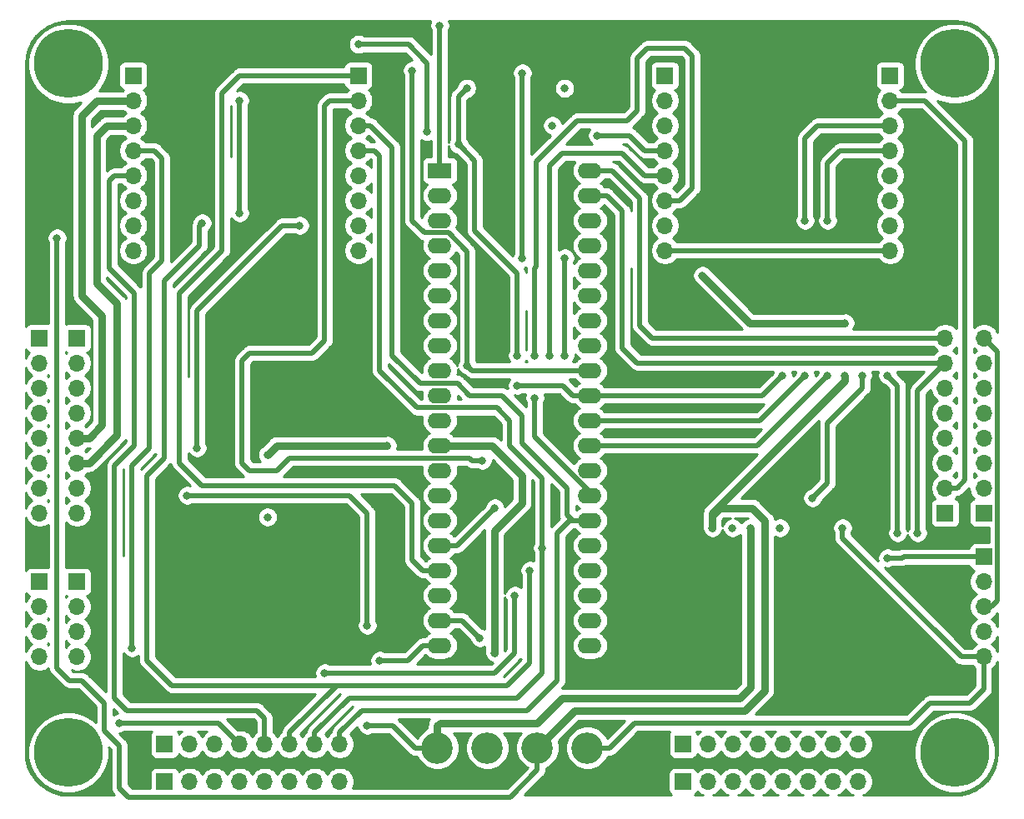
<source format=gbr>
G04 #@! TF.GenerationSoftware,KiCad,Pcbnew,(5.1.5)-3*
G04 #@! TF.CreationDate,2020-07-01T12:58:20+02:00*
G04 #@! TF.ProjectId,PIC18F45K22 Board,50494331-3846-4343-954b-323220426f61,rev?*
G04 #@! TF.SameCoordinates,Original*
G04 #@! TF.FileFunction,Copper,L2,Bot*
G04 #@! TF.FilePolarity,Positive*
%FSLAX46Y46*%
G04 Gerber Fmt 4.6, Leading zero omitted, Abs format (unit mm)*
G04 Created by KiCad (PCBNEW (5.1.5)-3) date 2020-07-01 12:58:20*
%MOMM*%
%LPD*%
G04 APERTURE LIST*
%ADD10C,7.000000*%
%ADD11R,2.400000X1.600000*%
%ADD12O,2.400000X1.600000*%
%ADD13R,1.700000X1.700000*%
%ADD14O,1.700000X1.700000*%
%ADD15C,3.200000*%
%ADD16C,0.800000*%
%ADD17C,0.508000*%
%ADD18C,0.762000*%
%ADD19C,0.254000*%
G04 APERTURE END LIST*
D10*
X145000290Y-75000290D03*
X55000290Y-75000290D03*
X55000290Y-145000290D03*
X145000000Y-145000000D03*
D11*
X92710000Y-85852000D03*
D12*
X107950000Y-134112000D03*
X92710000Y-88392000D03*
X107950000Y-131572000D03*
X92710000Y-90932000D03*
X107950000Y-129032000D03*
X92710000Y-93472000D03*
X107950000Y-126492000D03*
X92710000Y-96012000D03*
X107950000Y-123952000D03*
X92710000Y-98552000D03*
X107950000Y-121412000D03*
X92710000Y-101092000D03*
X107950000Y-118872000D03*
X92710000Y-103632000D03*
X107950000Y-116332000D03*
X92710000Y-106172000D03*
X107950000Y-113792000D03*
X92710000Y-108712000D03*
X107950000Y-111252000D03*
X92710000Y-111252000D03*
X107950000Y-108712000D03*
X92710000Y-113792000D03*
X107950000Y-106172000D03*
X92710000Y-116332000D03*
X107950000Y-103632000D03*
X92710000Y-118872000D03*
X107950000Y-101092000D03*
X92710000Y-121412000D03*
X107950000Y-98552000D03*
X92710000Y-123952000D03*
X107950000Y-96012000D03*
X92710000Y-126492000D03*
X107950000Y-93472000D03*
X92710000Y-129032000D03*
X107950000Y-90932000D03*
X92710000Y-131572000D03*
X107950000Y-88392000D03*
X92710000Y-134112000D03*
X107950000Y-85852000D03*
D13*
X147955000Y-125095000D03*
D14*
X147955000Y-127635000D03*
X147955000Y-130175000D03*
X147955000Y-132715000D03*
X147955000Y-135255000D03*
D13*
X52070000Y-102870000D03*
D14*
X52070000Y-105410000D03*
X52070000Y-107950000D03*
X52070000Y-110490000D03*
X52070000Y-113030000D03*
X52070000Y-115570000D03*
X52070000Y-118110000D03*
X52070000Y-120650000D03*
X55880000Y-120650000D03*
X55880000Y-118110000D03*
X55880000Y-115570000D03*
X55880000Y-113030000D03*
X55880000Y-110490000D03*
X55880000Y-107950000D03*
X55880000Y-105410000D03*
D13*
X55880000Y-102870000D03*
X64770000Y-147955000D03*
D14*
X67310000Y-147955000D03*
X69850000Y-147955000D03*
X72390000Y-147955000D03*
X74930000Y-147955000D03*
X77470000Y-147955000D03*
X80010000Y-147955000D03*
X82550000Y-147955000D03*
X82550000Y-144145000D03*
X80010000Y-144145000D03*
X77470000Y-144145000D03*
X74930000Y-144145000D03*
X72390000Y-144145000D03*
X69850000Y-144145000D03*
X67310000Y-144145000D03*
D13*
X64770000Y-144145000D03*
D14*
X84455000Y-81280000D03*
X84455000Y-93980000D03*
D13*
X84455000Y-76200000D03*
D14*
X84455000Y-91440000D03*
X84455000Y-88900000D03*
X84455000Y-86360000D03*
X84455000Y-78740000D03*
X84455000Y-83820000D03*
X61595000Y-81280000D03*
X61595000Y-93980000D03*
D13*
X61595000Y-76200000D03*
D14*
X61595000Y-91440000D03*
X61595000Y-88900000D03*
X61595000Y-86360000D03*
X61595000Y-78740000D03*
X61595000Y-83820000D03*
X115570000Y-83820000D03*
X115570000Y-78740000D03*
X115570000Y-86360000D03*
X115570000Y-88900000D03*
X115570000Y-91440000D03*
D13*
X115570000Y-76200000D03*
D14*
X115570000Y-93980000D03*
X115570000Y-81280000D03*
X138430000Y-83820000D03*
X138430000Y-78740000D03*
X138430000Y-86360000D03*
X138430000Y-88900000D03*
X138430000Y-91440000D03*
D13*
X138430000Y-76200000D03*
D14*
X138430000Y-93980000D03*
X138430000Y-81280000D03*
X147955000Y-102870000D03*
X147955000Y-105410000D03*
X147955000Y-107950000D03*
X147955000Y-110490000D03*
X147955000Y-113030000D03*
X147955000Y-115570000D03*
X147955000Y-118110000D03*
D13*
X147955000Y-120650000D03*
X144019999Y-120650000D03*
D14*
X144019999Y-118110000D03*
X144019999Y-115570000D03*
X144019999Y-113030000D03*
X144019999Y-110490000D03*
X144019999Y-107950000D03*
X144019999Y-105410000D03*
X144019999Y-102870000D03*
X135175001Y-147955000D03*
X132635001Y-147955000D03*
X130095001Y-147955000D03*
X127555001Y-147955000D03*
X125015001Y-147955000D03*
X122475001Y-147955000D03*
X119935001Y-147955000D03*
D13*
X117395001Y-147955000D03*
X117411500Y-144145000D03*
D14*
X119951500Y-144145000D03*
X122491500Y-144145000D03*
X125031500Y-144145000D03*
X127571500Y-144145000D03*
X130111500Y-144145000D03*
X132651500Y-144145000D03*
X135191500Y-144145000D03*
D15*
X97536000Y-144526000D03*
X92456000Y-144526000D03*
X102616000Y-144526000D03*
X107696000Y-144526000D03*
D13*
X52070000Y-127635000D03*
D14*
X52070000Y-130175000D03*
X52070000Y-132715000D03*
X52070000Y-135255000D03*
X55880000Y-135255000D03*
X55880000Y-132715000D03*
X55880000Y-130175000D03*
D13*
X55880000Y-127635000D03*
D16*
X133604000Y-122174000D03*
X104140000Y-81280000D03*
X105395009Y-77484991D03*
X95444831Y-77484991D03*
X75220830Y-114727990D03*
X75220830Y-121077990D03*
X72390000Y-90170000D03*
X72390000Y-78740000D03*
X84455000Y-73025000D03*
X91440000Y-81915000D03*
X94615000Y-83185000D03*
X127508000Y-106680000D03*
X87376000Y-113792000D03*
X98298000Y-134874000D03*
X100584000Y-107696000D03*
X100584000Y-104648000D03*
X127254000Y-122174000D03*
X122428000Y-122174000D03*
X89916000Y-75692000D03*
X138176000Y-125222000D03*
X95504000Y-105664000D03*
X98298000Y-120142000D03*
X105410000Y-104648000D03*
X105410000Y-94742000D03*
X101092000Y-94742000D03*
X101092000Y-75946000D03*
X60198000Y-141986000D03*
X61468000Y-134366000D03*
X81026000Y-136906000D03*
X100330000Y-129032000D03*
X101854000Y-126492000D03*
X68580000Y-91186000D03*
X103124000Y-124206000D03*
X141224000Y-122682000D03*
X97028000Y-115316000D03*
X129794000Y-106680000D03*
X129794000Y-90932000D03*
X132080000Y-106680000D03*
X132080000Y-90932000D03*
X102362000Y-108966000D03*
X102362000Y-104648000D03*
X103886000Y-104648000D03*
X86614000Y-135636000D03*
X108712000Y-82296000D03*
X96774000Y-133350000D03*
X124216400Y-122174000D03*
X130556000Y-119126000D03*
X135636000Y-106680000D03*
X85344000Y-142240000D03*
X85344000Y-132080000D03*
X67056000Y-118872000D03*
X68072000Y-114046000D03*
X78486000Y-91440000D03*
X120396000Y-122174000D03*
X133858000Y-106680000D03*
X133858000Y-101346000D03*
X119380000Y-96520000D03*
X53848000Y-92710000D03*
X139192000Y-122682000D03*
X138176000Y-106680000D03*
X92710000Y-71120000D03*
D17*
X115570000Y-93980000D02*
X138430000Y-93980000D01*
X72390000Y-90170000D02*
X72390000Y-78740000D01*
X84455000Y-73025000D02*
X89535000Y-73025000D01*
X89535000Y-73025000D02*
X91440000Y-74930000D01*
X91440000Y-74930000D02*
X91440000Y-81915000D01*
X94615000Y-78314822D02*
X95444831Y-77484991D01*
X94615000Y-83185000D02*
X94615000Y-78314822D01*
X113030000Y-108712000D02*
X125476000Y-108712000D01*
X125476000Y-108712000D02*
X127508000Y-106680000D01*
D18*
X76156820Y-113792000D02*
X75220830Y-114727990D01*
X87376000Y-113792000D02*
X76156820Y-113792000D01*
X101092000Y-119634000D02*
X101092000Y-119634000D01*
X101092000Y-119634000D02*
X101092000Y-116840000D01*
X98044000Y-113792000D02*
X92710000Y-113792000D01*
X101092000Y-116840000D02*
X98044000Y-113792000D01*
X98298000Y-134874000D02*
X98298000Y-122428000D01*
X98298000Y-122428000D02*
X101092000Y-119634000D01*
D17*
X113030000Y-108712000D02*
X107950000Y-108712000D01*
X109958741Y-144526000D02*
X112498741Y-141986000D01*
X107696000Y-144526000D02*
X109958741Y-144526000D01*
X112498741Y-141986000D02*
X140462000Y-141986000D01*
X140462000Y-141986000D02*
X142494000Y-139954000D01*
X142494000Y-139954000D02*
X146558000Y-139954000D01*
X147955000Y-138557000D02*
X147955000Y-135255000D01*
X146558000Y-139954000D02*
X147955000Y-138557000D01*
X133604000Y-122174000D02*
X133604000Y-123190000D01*
X145669000Y-135255000D02*
X147955000Y-135255000D01*
X133604000Y-123190000D02*
X145669000Y-135255000D01*
X106242000Y-108712000D02*
X105226000Y-107696000D01*
X107950000Y-108712000D02*
X106242000Y-108712000D01*
X105226000Y-107696000D02*
X100584000Y-107696000D01*
X100584000Y-96266000D02*
X96266000Y-91948000D01*
X95014999Y-83584999D02*
X94615000Y-83185000D01*
X96266000Y-84836000D02*
X95014999Y-83584999D01*
X96266000Y-91948000D02*
X96266000Y-84836000D01*
X100584000Y-104648000D02*
X100584000Y-96266000D01*
X138176000Y-125222000D02*
X139700000Y-125222000D01*
X139827000Y-125095000D02*
X147955000Y-125095000D01*
X139700000Y-125222000D02*
X139827000Y-125095000D01*
X93597447Y-92186010D02*
X91170010Y-92186010D01*
X95504000Y-94092563D02*
X93597447Y-92186010D01*
X89916000Y-90932000D02*
X89916000Y-75692000D01*
X91170010Y-92186010D02*
X89916000Y-90932000D01*
X95504000Y-105664000D02*
X95504000Y-104394000D01*
X95504000Y-104394000D02*
X95504000Y-94092563D01*
X96012000Y-106172000D02*
X95504000Y-105664000D01*
X107950000Y-106172000D02*
X96012000Y-106172000D01*
D18*
X57082081Y-113030000D02*
X58420000Y-111692081D01*
X55880000Y-113030000D02*
X57082081Y-113030000D01*
X58420000Y-111692081D02*
X58420000Y-100584000D01*
X58420000Y-100584000D02*
X56388000Y-98552000D01*
X56388000Y-98552000D02*
X56388000Y-80264000D01*
X57912000Y-78740000D02*
X61595000Y-78740000D01*
X56388000Y-80264000D02*
X57912000Y-78740000D01*
X57082081Y-115570000D02*
X59944000Y-112708081D01*
X55880000Y-115570000D02*
X57082081Y-115570000D01*
X59944000Y-112708081D02*
X59944000Y-99314000D01*
X59944000Y-99314000D02*
X57912000Y-97282000D01*
X57912000Y-97282000D02*
X57912000Y-82296000D01*
X58928000Y-81280000D02*
X61595000Y-81280000D01*
X57912000Y-82296000D02*
X58928000Y-81280000D01*
D17*
X94488000Y-123952000D02*
X92710000Y-123952000D01*
X98298000Y-120142000D02*
X94488000Y-123952000D01*
X101092000Y-94742000D02*
X101092000Y-75946000D01*
X105410000Y-104648000D02*
X105410000Y-94742000D01*
X72390000Y-76200000D02*
X84455000Y-76200000D01*
X70612000Y-77978000D02*
X72390000Y-76200000D01*
X70612000Y-93980000D02*
X70612000Y-77978000D01*
X66294000Y-98298000D02*
X70612000Y-93980000D01*
X66294000Y-115570000D02*
X66294000Y-98298000D01*
X66294000Y-115570000D02*
X68580000Y-117856000D01*
X68580000Y-117856000D02*
X88138000Y-117856000D01*
X88138000Y-117856000D02*
X89916000Y-119634000D01*
X89916000Y-125406000D02*
X91002000Y-126492000D01*
X91002000Y-126492000D02*
X92710000Y-126492000D01*
X89916000Y-119634000D02*
X89916000Y-125406000D01*
X63754000Y-83820000D02*
X61595000Y-83820000D01*
X63246000Y-114046000D02*
X63246000Y-96266000D01*
X61468000Y-134366000D02*
X61468000Y-115824000D01*
X61468000Y-115824000D02*
X63246000Y-114046000D01*
X64516000Y-94996000D02*
X64516000Y-84582000D01*
X64516000Y-84582000D02*
X63754000Y-83820000D01*
X63246000Y-96266000D02*
X64516000Y-94996000D01*
X70231000Y-141986000D02*
X60198000Y-141986000D01*
X72390000Y-144145000D02*
X70231000Y-141986000D01*
X87122000Y-136906000D02*
X98298000Y-136906000D01*
X98298000Y-136906000D02*
X100330000Y-134874000D01*
X100330000Y-134874000D02*
X100330000Y-129032000D01*
X74930000Y-144145000D02*
X74930000Y-141478000D01*
X74930000Y-141478000D02*
X74168000Y-140716000D01*
X74168000Y-140716000D02*
X60960000Y-140716000D01*
X60960000Y-140716000D02*
X59690000Y-139446000D01*
X59690000Y-139446000D02*
X59690000Y-115824000D01*
X59690000Y-115824000D02*
X61722000Y-113792000D01*
X61722000Y-113792000D02*
X61722000Y-98298000D01*
X61722000Y-98298000D02*
X59182000Y-95758000D01*
X59182000Y-95758000D02*
X59182000Y-86868000D01*
X59690000Y-86360000D02*
X61595000Y-86360000D01*
X59182000Y-86868000D02*
X59690000Y-86360000D01*
X87122000Y-136906000D02*
X81026000Y-136906000D01*
X77470000Y-142942919D02*
X82236919Y-138176000D01*
X77470000Y-144145000D02*
X77470000Y-142942919D01*
X82236919Y-138176000D02*
X99568000Y-138176000D01*
X99568000Y-138176000D02*
X101854000Y-135890000D01*
X101854000Y-135890000D02*
X101854000Y-126492000D01*
X82236919Y-138176000D02*
X65532000Y-138176000D01*
X65532000Y-138176000D02*
X62992000Y-135636000D01*
X62992000Y-135636000D02*
X62992000Y-116840000D01*
X62992000Y-116840000D02*
X64770000Y-115062000D01*
X64770000Y-115062000D02*
X64770000Y-97028000D01*
X64770000Y-97028000D02*
X68326000Y-93472000D01*
X68326000Y-93472000D02*
X68326000Y-91440000D01*
X68326000Y-91440000D02*
X68580000Y-91186000D01*
X80010000Y-142942919D02*
X83506919Y-139446000D01*
X80010000Y-144145000D02*
X80010000Y-142942919D01*
X83506919Y-139446000D02*
X100584000Y-139446000D01*
X100584000Y-139446000D02*
X103124000Y-136906000D01*
X103124000Y-136906000D02*
X103124000Y-124206000D01*
X103124000Y-117094000D02*
X103124000Y-124206000D01*
X99822000Y-111252000D02*
X99822000Y-113792000D01*
X86106000Y-83820000D02*
X86614000Y-84328000D01*
X84455000Y-83820000D02*
X86106000Y-83820000D01*
X98536010Y-109966010D02*
X99822000Y-111252000D01*
X86614000Y-84328000D02*
X86614000Y-106172000D01*
X86614000Y-106172000D02*
X90408010Y-109966010D01*
X99822000Y-113792000D02*
X103124000Y-117094000D01*
X90408010Y-109966010D02*
X98536010Y-109966010D01*
X82550000Y-142942919D02*
X84776919Y-140716000D01*
X82550000Y-144145000D02*
X82550000Y-142942919D01*
X84776919Y-140716000D02*
X101600000Y-140716000D01*
X101600000Y-140716000D02*
X104648000Y-137668000D01*
X104648000Y-137668000D02*
X104648000Y-122682000D01*
X105918000Y-121412000D02*
X107950000Y-121412000D01*
X104648000Y-122682000D02*
X105918000Y-121412000D01*
X107950000Y-121412000D02*
X107583437Y-121412000D01*
X85657081Y-81280000D02*
X84455000Y-81280000D01*
X94503990Y-107457990D02*
X90693990Y-107457990D01*
X90693990Y-107457990D02*
X87884000Y-104648000D01*
X105664000Y-120834000D02*
X105664000Y-118110000D01*
X101092000Y-113538000D02*
X101092000Y-110744000D01*
X106242000Y-121412000D02*
X105664000Y-120834000D01*
X101092000Y-110744000D02*
X99060000Y-108712000D01*
X107950000Y-121412000D02*
X106242000Y-121412000D01*
X87884000Y-83506919D02*
X85657081Y-81280000D01*
X105664000Y-118110000D02*
X101092000Y-113538000D01*
X99060000Y-108712000D02*
X95758000Y-108712000D01*
X95758000Y-108712000D02*
X94503990Y-107457990D01*
X87884000Y-104648000D02*
X87884000Y-83506919D01*
X107950000Y-85852000D02*
X110236000Y-85852000D01*
X110236000Y-85852000D02*
X113030000Y-88646000D01*
X113030000Y-88646000D02*
X113030000Y-101600000D01*
X114300000Y-102870000D02*
X144019999Y-102870000D01*
X113030000Y-101600000D02*
X114300000Y-102870000D01*
X147955000Y-130175000D02*
X148717000Y-130175000D01*
X148717000Y-130175000D02*
X149352000Y-129540000D01*
X149352000Y-104267000D02*
X147955000Y-102870000D01*
X149352000Y-129540000D02*
X149352000Y-104267000D01*
X109658000Y-88392000D02*
X111252000Y-89986000D01*
X107950000Y-88392000D02*
X109658000Y-88392000D01*
X111252000Y-89986000D02*
X111252000Y-103886000D01*
X112776000Y-105410000D02*
X144019999Y-105410000D01*
X111252000Y-103886000D02*
X112776000Y-105410000D01*
X141224000Y-108205999D02*
X141224000Y-122682000D01*
X144019999Y-105410000D02*
X141224000Y-108205999D01*
X145222080Y-118110000D02*
X146050000Y-117282080D01*
X144019999Y-118110000D02*
X145222080Y-118110000D01*
X146050000Y-117282080D02*
X146050000Y-82804000D01*
X141986000Y-78740000D02*
X138430000Y-78740000D01*
X146050000Y-82804000D02*
X141986000Y-78740000D01*
X81534000Y-78740000D02*
X84455000Y-78740000D01*
X81026000Y-79248000D02*
X81534000Y-78740000D01*
X95716305Y-115077990D02*
X77454010Y-115077990D01*
X77454010Y-115077990D02*
X76200000Y-116332000D01*
X76200000Y-116332000D02*
X73406000Y-116332000D01*
X73406000Y-116332000D02*
X72644000Y-115570000D01*
X72644000Y-115570000D02*
X72644000Y-105156000D01*
X72644000Y-105156000D02*
X73406000Y-104394000D01*
X73406000Y-104394000D02*
X79756000Y-104394000D01*
X79756000Y-104394000D02*
X81026000Y-103124000D01*
X81026000Y-103124000D02*
X81026000Y-79248000D01*
X95954315Y-115316000D02*
X97028000Y-115316000D01*
X95716305Y-115077990D02*
X95954315Y-115316000D01*
X107950000Y-111252000D02*
X125222000Y-111252000D01*
X125222000Y-111252000D02*
X129794000Y-106680000D01*
X129794000Y-90932000D02*
X129794000Y-82550000D01*
X131064000Y-81280000D02*
X138430000Y-81280000D01*
X129794000Y-82550000D02*
X131064000Y-81280000D01*
X107950000Y-113792000D02*
X124968000Y-113792000D01*
X124968000Y-113792000D02*
X132080000Y-106680000D01*
X132080000Y-90932000D02*
X132080000Y-85090000D01*
X133350000Y-83820000D02*
X138430000Y-83820000D01*
X132080000Y-85090000D02*
X133350000Y-83820000D01*
X107950000Y-118505437D02*
X107950000Y-118872000D01*
X118364000Y-87630000D02*
X118364000Y-74168000D01*
X117094000Y-88900000D02*
X118364000Y-87630000D01*
X115570000Y-88900000D02*
X117094000Y-88900000D01*
X113792000Y-73406000D02*
X112776000Y-74422000D01*
X106680000Y-80772000D02*
X102489000Y-84963000D01*
X118364000Y-74168000D02*
X117602000Y-73406000D01*
X112776000Y-74422000D02*
X112776000Y-79756000D01*
X102489000Y-84963000D02*
X102489000Y-95631000D01*
X117602000Y-73406000D02*
X113792000Y-73406000D01*
X112776000Y-79756000D02*
X111760000Y-80772000D01*
X102362000Y-112917437D02*
X107950000Y-118505437D01*
X111760000Y-80772000D02*
X106680000Y-80772000D01*
X102362000Y-108966000D02*
X102362000Y-112917437D01*
X102362000Y-95758000D02*
X102362000Y-104648000D01*
X102489000Y-95631000D02*
X102362000Y-95758000D01*
X103886000Y-85344000D02*
X105156000Y-84074000D01*
X105156000Y-84074000D02*
X111252000Y-84074000D01*
X113538000Y-86360000D02*
X115570000Y-86360000D01*
X111252000Y-84074000D02*
X113538000Y-86360000D01*
X91002000Y-134112000D02*
X89478000Y-135636000D01*
X92710000Y-134112000D02*
X91002000Y-134112000D01*
X89478000Y-135636000D02*
X86614000Y-135636000D01*
X103886000Y-104648000D02*
X103886000Y-85344000D01*
X108712000Y-82296000D02*
X112014000Y-82296000D01*
X113538000Y-83820000D02*
X115570000Y-83820000D01*
X112014000Y-82296000D02*
X113538000Y-83820000D01*
X94996000Y-131572000D02*
X92710000Y-131572000D01*
X96774000Y-133350000D02*
X94996000Y-131572000D01*
D18*
X92456000Y-144526000D02*
X92456000Y-142263259D01*
X123190000Y-139446000D02*
X124216400Y-138419600D01*
X124216400Y-138419600D02*
X124216400Y-122174000D01*
X123190000Y-139446000D02*
X105156000Y-139446000D01*
X105156000Y-139446000D02*
X102616000Y-141986000D01*
X92733259Y-141986000D02*
X92456000Y-142263259D01*
X102616000Y-141986000D02*
X92733259Y-141986000D01*
D17*
X130556000Y-119126000D02*
X131572000Y-118110000D01*
X131572000Y-118110000D02*
X132080000Y-117602000D01*
X132080000Y-117602000D02*
X132080000Y-111506000D01*
X132080000Y-111506000D02*
X135636000Y-107950000D01*
X135636000Y-107950000D02*
X135636000Y-106680000D01*
X90193259Y-144526000D02*
X87907259Y-142240000D01*
X92456000Y-144526000D02*
X90193259Y-144526000D01*
X87907259Y-142240000D02*
X85344000Y-142240000D01*
X85344000Y-132080000D02*
X85344000Y-129286000D01*
X85344000Y-129286000D02*
X85344000Y-120650000D01*
X85344000Y-120650000D02*
X83566000Y-118872000D01*
X83566000Y-118872000D02*
X67056000Y-118872000D01*
X68072000Y-114046000D02*
X68072000Y-100076000D01*
X68072000Y-100076000D02*
X76708000Y-91440000D01*
X76708000Y-91440000D02*
X78486000Y-91440000D01*
D18*
X121158000Y-120142000D02*
X120396000Y-120904000D01*
X124460000Y-120142000D02*
X121158000Y-120142000D01*
X102616000Y-144526000D02*
X106426000Y-140716000D01*
X120396000Y-120904000D02*
X120396000Y-122174000D01*
X125730000Y-138684000D02*
X125730000Y-121412000D01*
X123698000Y-140716000D02*
X125730000Y-138684000D01*
X106426000Y-140716000D02*
X123698000Y-140716000D01*
X125730000Y-121412000D02*
X124460000Y-120142000D01*
X120396000Y-122174000D02*
X120396000Y-120650000D01*
X120396000Y-120650000D02*
X133858000Y-107188000D01*
X133858000Y-107188000D02*
X133858000Y-106680000D01*
X133858000Y-101346000D02*
X124206000Y-101346000D01*
X124206000Y-101346000D02*
X119380000Y-96520000D01*
D17*
X102616000Y-146788741D02*
X99883899Y-149520842D01*
X102616000Y-144526000D02*
X102616000Y-146788741D01*
X99883899Y-149520842D02*
X61128842Y-149520842D01*
X61128842Y-149520842D02*
X60198000Y-148590000D01*
X60198000Y-148590000D02*
X60198000Y-144272000D01*
X60198000Y-144272000D02*
X59343999Y-143417999D01*
X59343999Y-143417999D02*
X58674000Y-142748000D01*
X58674000Y-142748000D02*
X58674000Y-139954000D01*
X58674000Y-139954000D02*
X56388000Y-137668000D01*
X56388000Y-137668000D02*
X55118000Y-137668000D01*
X55118000Y-137668000D02*
X53848000Y-136398000D01*
X53848000Y-136398000D02*
X53848000Y-125730000D01*
X53848000Y-125730000D02*
X53848000Y-106172000D01*
X53848000Y-106172000D02*
X53848000Y-92710000D01*
X139192000Y-122682000D02*
X139192000Y-107696000D01*
X139192000Y-107696000D02*
X138176000Y-106680000D01*
X92710000Y-71120000D02*
X92710000Y-74168000D01*
X92710000Y-74168000D02*
X92710000Y-85852000D01*
D19*
G36*
X50754010Y-135958411D02*
G01*
X50916525Y-136201632D01*
X51123368Y-136408475D01*
X51366589Y-136570990D01*
X51636842Y-136682932D01*
X51923740Y-136740000D01*
X52216260Y-136740000D01*
X52503158Y-136682932D01*
X52773411Y-136570990D01*
X52959491Y-136446655D01*
X52971864Y-136572273D01*
X53022697Y-136739850D01*
X53105247Y-136894290D01*
X53216341Y-137029659D01*
X53250264Y-137057499D01*
X54458504Y-138265740D01*
X54486341Y-138299659D01*
X54621709Y-138410753D01*
X54776149Y-138493303D01*
X54807454Y-138502799D01*
X54943724Y-138544136D01*
X54976924Y-138547406D01*
X55074333Y-138557000D01*
X55074339Y-138557000D01*
X55117999Y-138561300D01*
X55161659Y-138557000D01*
X56019765Y-138557000D01*
X57785001Y-140322237D01*
X57785000Y-141937227D01*
X57636199Y-141788426D01*
X56958947Y-141335901D01*
X56206425Y-141024196D01*
X55407552Y-140865290D01*
X54593028Y-140865290D01*
X53794155Y-141024196D01*
X53041633Y-141335901D01*
X52364381Y-141788426D01*
X51788426Y-142364381D01*
X51335901Y-143041633D01*
X51024196Y-143794155D01*
X50865290Y-144593028D01*
X50865290Y-145407552D01*
X51024196Y-146206425D01*
X51335901Y-146958947D01*
X51788426Y-147636199D01*
X52364381Y-148212154D01*
X53041633Y-148664679D01*
X53794155Y-148976384D01*
X54593028Y-149135290D01*
X55407552Y-149135290D01*
X56206425Y-148976384D01*
X56958947Y-148664679D01*
X57636199Y-148212154D01*
X58212154Y-147636199D01*
X58664679Y-146958947D01*
X58976384Y-146206425D01*
X59135290Y-145407552D01*
X59135290Y-144593028D01*
X59103879Y-144435114D01*
X59309001Y-144640237D01*
X59309000Y-148546340D01*
X59304700Y-148590000D01*
X59309000Y-148633660D01*
X59309000Y-148633666D01*
X59316644Y-148711276D01*
X59321864Y-148764274D01*
X59329795Y-148790419D01*
X59372697Y-148931850D01*
X59455247Y-149086290D01*
X59566341Y-149221659D01*
X59600264Y-149249499D01*
X59690750Y-149339985D01*
X55032652Y-149340001D01*
X54231809Y-149268527D01*
X53488002Y-149065045D01*
X52791994Y-148733066D01*
X52165767Y-148283077D01*
X51629123Y-147729303D01*
X51199025Y-147089250D01*
X50889071Y-146383155D01*
X50707835Y-145628252D01*
X50660000Y-144976865D01*
X50660000Y-135731450D01*
X50754010Y-135958411D01*
G37*
X50754010Y-135958411D02*
X50916525Y-136201632D01*
X51123368Y-136408475D01*
X51366589Y-136570990D01*
X51636842Y-136682932D01*
X51923740Y-136740000D01*
X52216260Y-136740000D01*
X52503158Y-136682932D01*
X52773411Y-136570990D01*
X52959491Y-136446655D01*
X52971864Y-136572273D01*
X53022697Y-136739850D01*
X53105247Y-136894290D01*
X53216341Y-137029659D01*
X53250264Y-137057499D01*
X54458504Y-138265740D01*
X54486341Y-138299659D01*
X54621709Y-138410753D01*
X54776149Y-138493303D01*
X54807454Y-138502799D01*
X54943724Y-138544136D01*
X54976924Y-138547406D01*
X55074333Y-138557000D01*
X55074339Y-138557000D01*
X55117999Y-138561300D01*
X55161659Y-138557000D01*
X56019765Y-138557000D01*
X57785001Y-140322237D01*
X57785000Y-141937227D01*
X57636199Y-141788426D01*
X56958947Y-141335901D01*
X56206425Y-141024196D01*
X55407552Y-140865290D01*
X54593028Y-140865290D01*
X53794155Y-141024196D01*
X53041633Y-141335901D01*
X52364381Y-141788426D01*
X51788426Y-142364381D01*
X51335901Y-143041633D01*
X51024196Y-143794155D01*
X50865290Y-144593028D01*
X50865290Y-145407552D01*
X51024196Y-146206425D01*
X51335901Y-146958947D01*
X51788426Y-147636199D01*
X52364381Y-148212154D01*
X53041633Y-148664679D01*
X53794155Y-148976384D01*
X54593028Y-149135290D01*
X55407552Y-149135290D01*
X56206425Y-148976384D01*
X56958947Y-148664679D01*
X57636199Y-148212154D01*
X58212154Y-147636199D01*
X58664679Y-146958947D01*
X58976384Y-146206425D01*
X59135290Y-145407552D01*
X59135290Y-144593028D01*
X59103879Y-144435114D01*
X59309001Y-144640237D01*
X59309000Y-148546340D01*
X59304700Y-148590000D01*
X59309000Y-148633660D01*
X59309000Y-148633666D01*
X59316644Y-148711276D01*
X59321864Y-148764274D01*
X59329795Y-148790419D01*
X59372697Y-148931850D01*
X59455247Y-149086290D01*
X59566341Y-149221659D01*
X59600264Y-149249499D01*
X59690750Y-149339985D01*
X55032652Y-149340001D01*
X54231809Y-149268527D01*
X53488002Y-149065045D01*
X52791994Y-148733066D01*
X52165767Y-148283077D01*
X51629123Y-147729303D01*
X51199025Y-147089250D01*
X50889071Y-146383155D01*
X50707835Y-145628252D01*
X50660000Y-144976865D01*
X50660000Y-135731450D01*
X50754010Y-135958411D01*
G36*
X149339700Y-144970315D02*
G01*
X149268527Y-145767791D01*
X149065045Y-146511598D01*
X148733066Y-147207606D01*
X148283077Y-147833833D01*
X147729303Y-148370477D01*
X147089250Y-148800575D01*
X146383155Y-149110529D01*
X145628252Y-149291765D01*
X144975501Y-149339700D01*
X135712456Y-149339731D01*
X135878412Y-149270990D01*
X136121633Y-149108475D01*
X136328476Y-148901632D01*
X136490991Y-148658411D01*
X136602933Y-148388158D01*
X136660001Y-148101260D01*
X136660001Y-147808740D01*
X136602933Y-147521842D01*
X136490991Y-147251589D01*
X136328476Y-147008368D01*
X136121633Y-146801525D01*
X135878412Y-146639010D01*
X135608159Y-146527068D01*
X135321261Y-146470000D01*
X135028741Y-146470000D01*
X134741843Y-146527068D01*
X134471590Y-146639010D01*
X134228369Y-146801525D01*
X134021526Y-147008368D01*
X133905001Y-147182760D01*
X133788476Y-147008368D01*
X133581633Y-146801525D01*
X133338412Y-146639010D01*
X133068159Y-146527068D01*
X132781261Y-146470000D01*
X132488741Y-146470000D01*
X132201843Y-146527068D01*
X131931590Y-146639010D01*
X131688369Y-146801525D01*
X131481526Y-147008368D01*
X131365001Y-147182760D01*
X131248476Y-147008368D01*
X131041633Y-146801525D01*
X130798412Y-146639010D01*
X130528159Y-146527068D01*
X130241261Y-146470000D01*
X129948741Y-146470000D01*
X129661843Y-146527068D01*
X129391590Y-146639010D01*
X129148369Y-146801525D01*
X128941526Y-147008368D01*
X128825001Y-147182760D01*
X128708476Y-147008368D01*
X128501633Y-146801525D01*
X128258412Y-146639010D01*
X127988159Y-146527068D01*
X127701261Y-146470000D01*
X127408741Y-146470000D01*
X127121843Y-146527068D01*
X126851590Y-146639010D01*
X126608369Y-146801525D01*
X126401526Y-147008368D01*
X126285001Y-147182760D01*
X126168476Y-147008368D01*
X125961633Y-146801525D01*
X125718412Y-146639010D01*
X125448159Y-146527068D01*
X125161261Y-146470000D01*
X124868741Y-146470000D01*
X124581843Y-146527068D01*
X124311590Y-146639010D01*
X124068369Y-146801525D01*
X123861526Y-147008368D01*
X123745001Y-147182760D01*
X123628476Y-147008368D01*
X123421633Y-146801525D01*
X123178412Y-146639010D01*
X122908159Y-146527068D01*
X122621261Y-146470000D01*
X122328741Y-146470000D01*
X122041843Y-146527068D01*
X121771590Y-146639010D01*
X121528369Y-146801525D01*
X121321526Y-147008368D01*
X121205001Y-147182760D01*
X121088476Y-147008368D01*
X120881633Y-146801525D01*
X120638412Y-146639010D01*
X120368159Y-146527068D01*
X120081261Y-146470000D01*
X119788741Y-146470000D01*
X119501843Y-146527068D01*
X119231590Y-146639010D01*
X118988369Y-146801525D01*
X118856514Y-146933380D01*
X118834503Y-146860820D01*
X118775538Y-146750506D01*
X118696186Y-146653815D01*
X118599495Y-146574463D01*
X118489181Y-146515498D01*
X118369483Y-146479188D01*
X118245001Y-146466928D01*
X116545001Y-146466928D01*
X116420519Y-146479188D01*
X116300821Y-146515498D01*
X116190507Y-146574463D01*
X116093816Y-146653815D01*
X116014464Y-146750506D01*
X115955499Y-146860820D01*
X115919189Y-146980518D01*
X115906929Y-147105000D01*
X115906929Y-148805000D01*
X115919189Y-148929482D01*
X115955499Y-149049180D01*
X116014464Y-149159494D01*
X116093816Y-149256185D01*
X116190507Y-149335537D01*
X116198476Y-149339796D01*
X101322130Y-149339846D01*
X103213736Y-147448240D01*
X103247659Y-147420400D01*
X103358753Y-147285032D01*
X103441303Y-147130592D01*
X103464596Y-147053804D01*
X103492136Y-146963017D01*
X103496955Y-146914089D01*
X103505000Y-146832408D01*
X103505000Y-146832402D01*
X103509300Y-146788742D01*
X103505000Y-146745082D01*
X103505000Y-146576910D01*
X103674669Y-146506631D01*
X104040729Y-146262038D01*
X104352038Y-145950729D01*
X104596631Y-145584669D01*
X104765110Y-145177925D01*
X104851000Y-144746128D01*
X104851000Y-144305872D01*
X104765110Y-143874075D01*
X104747435Y-143831405D01*
X106846841Y-141732000D01*
X111495505Y-141732000D01*
X109701100Y-143526405D01*
X109676631Y-143467331D01*
X109432038Y-143101271D01*
X109120729Y-142789962D01*
X108754669Y-142545369D01*
X108347925Y-142376890D01*
X107916128Y-142291000D01*
X107475872Y-142291000D01*
X107044075Y-142376890D01*
X106637331Y-142545369D01*
X106271271Y-142789962D01*
X105959962Y-143101271D01*
X105715369Y-143467331D01*
X105546890Y-143874075D01*
X105461000Y-144305872D01*
X105461000Y-144746128D01*
X105546890Y-145177925D01*
X105715369Y-145584669D01*
X105959962Y-145950729D01*
X106271271Y-146262038D01*
X106637331Y-146506631D01*
X107044075Y-146675110D01*
X107475872Y-146761000D01*
X107916128Y-146761000D01*
X108347925Y-146675110D01*
X108754669Y-146506631D01*
X109120729Y-146262038D01*
X109432038Y-145950729D01*
X109676631Y-145584669D01*
X109746910Y-145415000D01*
X109915081Y-145415000D01*
X109958741Y-145419300D01*
X110002401Y-145415000D01*
X110002408Y-145415000D01*
X110133015Y-145402136D01*
X110300592Y-145351303D01*
X110455032Y-145268753D01*
X110590400Y-145157659D01*
X110618240Y-145123736D01*
X112866977Y-142875000D01*
X116084722Y-142875000D01*
X116030963Y-142940506D01*
X115971998Y-143050820D01*
X115935688Y-143170518D01*
X115923428Y-143295000D01*
X115923428Y-144995000D01*
X115935688Y-145119482D01*
X115971998Y-145239180D01*
X116030963Y-145349494D01*
X116110315Y-145446185D01*
X116207006Y-145525537D01*
X116317320Y-145584502D01*
X116437018Y-145620812D01*
X116561500Y-145633072D01*
X118261500Y-145633072D01*
X118385982Y-145620812D01*
X118505680Y-145584502D01*
X118615994Y-145525537D01*
X118712685Y-145446185D01*
X118792037Y-145349494D01*
X118851002Y-145239180D01*
X118873013Y-145166620D01*
X119004868Y-145298475D01*
X119248089Y-145460990D01*
X119518342Y-145572932D01*
X119805240Y-145630000D01*
X120097760Y-145630000D01*
X120384658Y-145572932D01*
X120654911Y-145460990D01*
X120898132Y-145298475D01*
X121104975Y-145091632D01*
X121221500Y-144917240D01*
X121338025Y-145091632D01*
X121544868Y-145298475D01*
X121788089Y-145460990D01*
X122058342Y-145572932D01*
X122345240Y-145630000D01*
X122637760Y-145630000D01*
X122924658Y-145572932D01*
X123194911Y-145460990D01*
X123438132Y-145298475D01*
X123644975Y-145091632D01*
X123761500Y-144917240D01*
X123878025Y-145091632D01*
X124084868Y-145298475D01*
X124328089Y-145460990D01*
X124598342Y-145572932D01*
X124885240Y-145630000D01*
X125177760Y-145630000D01*
X125464658Y-145572932D01*
X125734911Y-145460990D01*
X125978132Y-145298475D01*
X126184975Y-145091632D01*
X126301500Y-144917240D01*
X126418025Y-145091632D01*
X126624868Y-145298475D01*
X126868089Y-145460990D01*
X127138342Y-145572932D01*
X127425240Y-145630000D01*
X127717760Y-145630000D01*
X128004658Y-145572932D01*
X128274911Y-145460990D01*
X128518132Y-145298475D01*
X128724975Y-145091632D01*
X128841500Y-144917240D01*
X128958025Y-145091632D01*
X129164868Y-145298475D01*
X129408089Y-145460990D01*
X129678342Y-145572932D01*
X129965240Y-145630000D01*
X130257760Y-145630000D01*
X130544658Y-145572932D01*
X130814911Y-145460990D01*
X131058132Y-145298475D01*
X131264975Y-145091632D01*
X131381500Y-144917240D01*
X131498025Y-145091632D01*
X131704868Y-145298475D01*
X131948089Y-145460990D01*
X132218342Y-145572932D01*
X132505240Y-145630000D01*
X132797760Y-145630000D01*
X133084658Y-145572932D01*
X133354911Y-145460990D01*
X133598132Y-145298475D01*
X133804975Y-145091632D01*
X133921500Y-144917240D01*
X134038025Y-145091632D01*
X134244868Y-145298475D01*
X134488089Y-145460990D01*
X134758342Y-145572932D01*
X135045240Y-145630000D01*
X135337760Y-145630000D01*
X135624658Y-145572932D01*
X135894911Y-145460990D01*
X136138132Y-145298475D01*
X136344975Y-145091632D01*
X136507490Y-144848411D01*
X136613392Y-144592738D01*
X140865000Y-144592738D01*
X140865000Y-145407262D01*
X141023906Y-146206135D01*
X141335611Y-146958657D01*
X141788136Y-147635909D01*
X142364091Y-148211864D01*
X143041343Y-148664389D01*
X143793865Y-148976094D01*
X144592738Y-149135000D01*
X145407262Y-149135000D01*
X146206135Y-148976094D01*
X146958657Y-148664389D01*
X147635909Y-148211864D01*
X148211864Y-147635909D01*
X148664389Y-146958657D01*
X148976094Y-146206135D01*
X149135000Y-145407262D01*
X149135000Y-144592738D01*
X148976094Y-143793865D01*
X148664389Y-143041343D01*
X148211864Y-142364091D01*
X147635909Y-141788136D01*
X146958657Y-141335611D01*
X146206135Y-141023906D01*
X145407262Y-140865000D01*
X144592738Y-140865000D01*
X143793865Y-141023906D01*
X143041343Y-141335611D01*
X142364091Y-141788136D01*
X141788136Y-142364091D01*
X141335611Y-143041343D01*
X141023906Y-143793865D01*
X140865000Y-144592738D01*
X136613392Y-144592738D01*
X136619432Y-144578158D01*
X136676500Y-144291260D01*
X136676500Y-143998740D01*
X136619432Y-143711842D01*
X136507490Y-143441589D01*
X136344975Y-143198368D01*
X136138132Y-142991525D01*
X135963740Y-142875000D01*
X140418340Y-142875000D01*
X140462000Y-142879300D01*
X140505660Y-142875000D01*
X140505667Y-142875000D01*
X140636274Y-142862136D01*
X140803851Y-142811303D01*
X140958291Y-142728753D01*
X141093659Y-142617659D01*
X141121499Y-142583736D01*
X142862236Y-140843000D01*
X146514340Y-140843000D01*
X146558000Y-140847300D01*
X146601660Y-140843000D01*
X146601667Y-140843000D01*
X146732274Y-140830136D01*
X146899851Y-140779303D01*
X147054291Y-140696753D01*
X147189659Y-140585659D01*
X147217499Y-140551736D01*
X148552737Y-139216498D01*
X148586659Y-139188659D01*
X148697753Y-139053291D01*
X148780303Y-138898851D01*
X148807168Y-138810287D01*
X148831136Y-138731276D01*
X148842027Y-138620697D01*
X148844000Y-138600667D01*
X148844000Y-138600661D01*
X148848300Y-138557001D01*
X148844000Y-138513341D01*
X148844000Y-136446983D01*
X148901632Y-136408475D01*
X149108475Y-136201632D01*
X149270990Y-135958411D01*
X149339740Y-135792434D01*
X149339700Y-144970315D01*
G37*
X149339700Y-144970315D02*
X149268527Y-145767791D01*
X149065045Y-146511598D01*
X148733066Y-147207606D01*
X148283077Y-147833833D01*
X147729303Y-148370477D01*
X147089250Y-148800575D01*
X146383155Y-149110529D01*
X145628252Y-149291765D01*
X144975501Y-149339700D01*
X135712456Y-149339731D01*
X135878412Y-149270990D01*
X136121633Y-149108475D01*
X136328476Y-148901632D01*
X136490991Y-148658411D01*
X136602933Y-148388158D01*
X136660001Y-148101260D01*
X136660001Y-147808740D01*
X136602933Y-147521842D01*
X136490991Y-147251589D01*
X136328476Y-147008368D01*
X136121633Y-146801525D01*
X135878412Y-146639010D01*
X135608159Y-146527068D01*
X135321261Y-146470000D01*
X135028741Y-146470000D01*
X134741843Y-146527068D01*
X134471590Y-146639010D01*
X134228369Y-146801525D01*
X134021526Y-147008368D01*
X133905001Y-147182760D01*
X133788476Y-147008368D01*
X133581633Y-146801525D01*
X133338412Y-146639010D01*
X133068159Y-146527068D01*
X132781261Y-146470000D01*
X132488741Y-146470000D01*
X132201843Y-146527068D01*
X131931590Y-146639010D01*
X131688369Y-146801525D01*
X131481526Y-147008368D01*
X131365001Y-147182760D01*
X131248476Y-147008368D01*
X131041633Y-146801525D01*
X130798412Y-146639010D01*
X130528159Y-146527068D01*
X130241261Y-146470000D01*
X129948741Y-146470000D01*
X129661843Y-146527068D01*
X129391590Y-146639010D01*
X129148369Y-146801525D01*
X128941526Y-147008368D01*
X128825001Y-147182760D01*
X128708476Y-147008368D01*
X128501633Y-146801525D01*
X128258412Y-146639010D01*
X127988159Y-146527068D01*
X127701261Y-146470000D01*
X127408741Y-146470000D01*
X127121843Y-146527068D01*
X126851590Y-146639010D01*
X126608369Y-146801525D01*
X126401526Y-147008368D01*
X126285001Y-147182760D01*
X126168476Y-147008368D01*
X125961633Y-146801525D01*
X125718412Y-146639010D01*
X125448159Y-146527068D01*
X125161261Y-146470000D01*
X124868741Y-146470000D01*
X124581843Y-146527068D01*
X124311590Y-146639010D01*
X124068369Y-146801525D01*
X123861526Y-147008368D01*
X123745001Y-147182760D01*
X123628476Y-147008368D01*
X123421633Y-146801525D01*
X123178412Y-146639010D01*
X122908159Y-146527068D01*
X122621261Y-146470000D01*
X122328741Y-146470000D01*
X122041843Y-146527068D01*
X121771590Y-146639010D01*
X121528369Y-146801525D01*
X121321526Y-147008368D01*
X121205001Y-147182760D01*
X121088476Y-147008368D01*
X120881633Y-146801525D01*
X120638412Y-146639010D01*
X120368159Y-146527068D01*
X120081261Y-146470000D01*
X119788741Y-146470000D01*
X119501843Y-146527068D01*
X119231590Y-146639010D01*
X118988369Y-146801525D01*
X118856514Y-146933380D01*
X118834503Y-146860820D01*
X118775538Y-146750506D01*
X118696186Y-146653815D01*
X118599495Y-146574463D01*
X118489181Y-146515498D01*
X118369483Y-146479188D01*
X118245001Y-146466928D01*
X116545001Y-146466928D01*
X116420519Y-146479188D01*
X116300821Y-146515498D01*
X116190507Y-146574463D01*
X116093816Y-146653815D01*
X116014464Y-146750506D01*
X115955499Y-146860820D01*
X115919189Y-146980518D01*
X115906929Y-147105000D01*
X115906929Y-148805000D01*
X115919189Y-148929482D01*
X115955499Y-149049180D01*
X116014464Y-149159494D01*
X116093816Y-149256185D01*
X116190507Y-149335537D01*
X116198476Y-149339796D01*
X101322130Y-149339846D01*
X103213736Y-147448240D01*
X103247659Y-147420400D01*
X103358753Y-147285032D01*
X103441303Y-147130592D01*
X103464596Y-147053804D01*
X103492136Y-146963017D01*
X103496955Y-146914089D01*
X103505000Y-146832408D01*
X103505000Y-146832402D01*
X103509300Y-146788742D01*
X103505000Y-146745082D01*
X103505000Y-146576910D01*
X103674669Y-146506631D01*
X104040729Y-146262038D01*
X104352038Y-145950729D01*
X104596631Y-145584669D01*
X104765110Y-145177925D01*
X104851000Y-144746128D01*
X104851000Y-144305872D01*
X104765110Y-143874075D01*
X104747435Y-143831405D01*
X106846841Y-141732000D01*
X111495505Y-141732000D01*
X109701100Y-143526405D01*
X109676631Y-143467331D01*
X109432038Y-143101271D01*
X109120729Y-142789962D01*
X108754669Y-142545369D01*
X108347925Y-142376890D01*
X107916128Y-142291000D01*
X107475872Y-142291000D01*
X107044075Y-142376890D01*
X106637331Y-142545369D01*
X106271271Y-142789962D01*
X105959962Y-143101271D01*
X105715369Y-143467331D01*
X105546890Y-143874075D01*
X105461000Y-144305872D01*
X105461000Y-144746128D01*
X105546890Y-145177925D01*
X105715369Y-145584669D01*
X105959962Y-145950729D01*
X106271271Y-146262038D01*
X106637331Y-146506631D01*
X107044075Y-146675110D01*
X107475872Y-146761000D01*
X107916128Y-146761000D01*
X108347925Y-146675110D01*
X108754669Y-146506631D01*
X109120729Y-146262038D01*
X109432038Y-145950729D01*
X109676631Y-145584669D01*
X109746910Y-145415000D01*
X109915081Y-145415000D01*
X109958741Y-145419300D01*
X110002401Y-145415000D01*
X110002408Y-145415000D01*
X110133015Y-145402136D01*
X110300592Y-145351303D01*
X110455032Y-145268753D01*
X110590400Y-145157659D01*
X110618240Y-145123736D01*
X112866977Y-142875000D01*
X116084722Y-142875000D01*
X116030963Y-142940506D01*
X115971998Y-143050820D01*
X115935688Y-143170518D01*
X115923428Y-143295000D01*
X115923428Y-144995000D01*
X115935688Y-145119482D01*
X115971998Y-145239180D01*
X116030963Y-145349494D01*
X116110315Y-145446185D01*
X116207006Y-145525537D01*
X116317320Y-145584502D01*
X116437018Y-145620812D01*
X116561500Y-145633072D01*
X118261500Y-145633072D01*
X118385982Y-145620812D01*
X118505680Y-145584502D01*
X118615994Y-145525537D01*
X118712685Y-145446185D01*
X118792037Y-145349494D01*
X118851002Y-145239180D01*
X118873013Y-145166620D01*
X119004868Y-145298475D01*
X119248089Y-145460990D01*
X119518342Y-145572932D01*
X119805240Y-145630000D01*
X120097760Y-145630000D01*
X120384658Y-145572932D01*
X120654911Y-145460990D01*
X120898132Y-145298475D01*
X121104975Y-145091632D01*
X121221500Y-144917240D01*
X121338025Y-145091632D01*
X121544868Y-145298475D01*
X121788089Y-145460990D01*
X122058342Y-145572932D01*
X122345240Y-145630000D01*
X122637760Y-145630000D01*
X122924658Y-145572932D01*
X123194911Y-145460990D01*
X123438132Y-145298475D01*
X123644975Y-145091632D01*
X123761500Y-144917240D01*
X123878025Y-145091632D01*
X124084868Y-145298475D01*
X124328089Y-145460990D01*
X124598342Y-145572932D01*
X124885240Y-145630000D01*
X125177760Y-145630000D01*
X125464658Y-145572932D01*
X125734911Y-145460990D01*
X125978132Y-145298475D01*
X126184975Y-145091632D01*
X126301500Y-144917240D01*
X126418025Y-145091632D01*
X126624868Y-145298475D01*
X126868089Y-145460990D01*
X127138342Y-145572932D01*
X127425240Y-145630000D01*
X127717760Y-145630000D01*
X128004658Y-145572932D01*
X128274911Y-145460990D01*
X128518132Y-145298475D01*
X128724975Y-145091632D01*
X128841500Y-144917240D01*
X128958025Y-145091632D01*
X129164868Y-145298475D01*
X129408089Y-145460990D01*
X129678342Y-145572932D01*
X129965240Y-145630000D01*
X130257760Y-145630000D01*
X130544658Y-145572932D01*
X130814911Y-145460990D01*
X131058132Y-145298475D01*
X131264975Y-145091632D01*
X131381500Y-144917240D01*
X131498025Y-145091632D01*
X131704868Y-145298475D01*
X131948089Y-145460990D01*
X132218342Y-145572932D01*
X132505240Y-145630000D01*
X132797760Y-145630000D01*
X133084658Y-145572932D01*
X133354911Y-145460990D01*
X133598132Y-145298475D01*
X133804975Y-145091632D01*
X133921500Y-144917240D01*
X134038025Y-145091632D01*
X134244868Y-145298475D01*
X134488089Y-145460990D01*
X134758342Y-145572932D01*
X135045240Y-145630000D01*
X135337760Y-145630000D01*
X135624658Y-145572932D01*
X135894911Y-145460990D01*
X136138132Y-145298475D01*
X136344975Y-145091632D01*
X136507490Y-144848411D01*
X136613392Y-144592738D01*
X140865000Y-144592738D01*
X140865000Y-145407262D01*
X141023906Y-146206135D01*
X141335611Y-146958657D01*
X141788136Y-147635909D01*
X142364091Y-148211864D01*
X143041343Y-148664389D01*
X143793865Y-148976094D01*
X144592738Y-149135000D01*
X145407262Y-149135000D01*
X146206135Y-148976094D01*
X146958657Y-148664389D01*
X147635909Y-148211864D01*
X148211864Y-147635909D01*
X148664389Y-146958657D01*
X148976094Y-146206135D01*
X149135000Y-145407262D01*
X149135000Y-144592738D01*
X148976094Y-143793865D01*
X148664389Y-143041343D01*
X148211864Y-142364091D01*
X147635909Y-141788136D01*
X146958657Y-141335611D01*
X146206135Y-141023906D01*
X145407262Y-140865000D01*
X144592738Y-140865000D01*
X143793865Y-141023906D01*
X143041343Y-141335611D01*
X142364091Y-141788136D01*
X141788136Y-142364091D01*
X141335611Y-143041343D01*
X141023906Y-143793865D01*
X140865000Y-144592738D01*
X136613392Y-144592738D01*
X136619432Y-144578158D01*
X136676500Y-144291260D01*
X136676500Y-143998740D01*
X136619432Y-143711842D01*
X136507490Y-143441589D01*
X136344975Y-143198368D01*
X136138132Y-142991525D01*
X135963740Y-142875000D01*
X140418340Y-142875000D01*
X140462000Y-142879300D01*
X140505660Y-142875000D01*
X140505667Y-142875000D01*
X140636274Y-142862136D01*
X140803851Y-142811303D01*
X140958291Y-142728753D01*
X141093659Y-142617659D01*
X141121499Y-142583736D01*
X142862236Y-140843000D01*
X146514340Y-140843000D01*
X146558000Y-140847300D01*
X146601660Y-140843000D01*
X146601667Y-140843000D01*
X146732274Y-140830136D01*
X146899851Y-140779303D01*
X147054291Y-140696753D01*
X147189659Y-140585659D01*
X147217499Y-140551736D01*
X148552737Y-139216498D01*
X148586659Y-139188659D01*
X148697753Y-139053291D01*
X148780303Y-138898851D01*
X148807168Y-138810287D01*
X148831136Y-138731276D01*
X148842027Y-138620697D01*
X148844000Y-138600667D01*
X148844000Y-138600661D01*
X148848300Y-138557001D01*
X148844000Y-138513341D01*
X148844000Y-136446983D01*
X148901632Y-136408475D01*
X149108475Y-136201632D01*
X149270990Y-135958411D01*
X149339740Y-135792434D01*
X149339700Y-144970315D01*
G36*
X118988369Y-149108475D02*
G01*
X119231590Y-149270990D01*
X119397678Y-149339786D01*
X118591541Y-149339788D01*
X118599495Y-149335537D01*
X118696186Y-149256185D01*
X118775538Y-149159494D01*
X118834503Y-149049180D01*
X118856514Y-148976620D01*
X118988369Y-149108475D01*
G37*
X118988369Y-149108475D02*
X119231590Y-149270990D01*
X119397678Y-149339786D01*
X118591541Y-149339788D01*
X118599495Y-149335537D01*
X118696186Y-149256185D01*
X118775538Y-149159494D01*
X118834503Y-149049180D01*
X118856514Y-148976620D01*
X118988369Y-149108475D01*
G36*
X121321526Y-148901632D02*
G01*
X121528369Y-149108475D01*
X121771590Y-149270990D01*
X121937658Y-149339777D01*
X120472333Y-149339782D01*
X120638412Y-149270990D01*
X120881633Y-149108475D01*
X121088476Y-148901632D01*
X121205001Y-148727240D01*
X121321526Y-148901632D01*
G37*
X121321526Y-148901632D02*
X121528369Y-149108475D01*
X121771590Y-149270990D01*
X121937658Y-149339777D01*
X120472333Y-149339782D01*
X120638412Y-149270990D01*
X120881633Y-149108475D01*
X121088476Y-148901632D01*
X121205001Y-148727240D01*
X121321526Y-148901632D01*
G36*
X123861526Y-148901632D02*
G01*
X124068369Y-149108475D01*
X124311590Y-149270990D01*
X124477637Y-149339769D01*
X123012353Y-149339774D01*
X123178412Y-149270990D01*
X123421633Y-149108475D01*
X123628476Y-148901632D01*
X123745001Y-148727240D01*
X123861526Y-148901632D01*
G37*
X123861526Y-148901632D02*
X124068369Y-149108475D01*
X124311590Y-149270990D01*
X124477637Y-149339769D01*
X123012353Y-149339774D01*
X123178412Y-149270990D01*
X123421633Y-149108475D01*
X123628476Y-148901632D01*
X123745001Y-148727240D01*
X123861526Y-148901632D01*
G36*
X126401526Y-148901632D02*
G01*
X126608369Y-149108475D01*
X126851590Y-149270990D01*
X127017617Y-149339760D01*
X125552374Y-149339765D01*
X125718412Y-149270990D01*
X125961633Y-149108475D01*
X126168476Y-148901632D01*
X126285001Y-148727240D01*
X126401526Y-148901632D01*
G37*
X126401526Y-148901632D02*
X126608369Y-149108475D01*
X126851590Y-149270990D01*
X127017617Y-149339760D01*
X125552374Y-149339765D01*
X125718412Y-149270990D01*
X125961633Y-149108475D01*
X126168476Y-148901632D01*
X126285001Y-148727240D01*
X126401526Y-148901632D01*
G36*
X128941526Y-148901632D02*
G01*
X129148369Y-149108475D01*
X129391590Y-149270990D01*
X129557596Y-149339752D01*
X128092394Y-149339757D01*
X128258412Y-149270990D01*
X128501633Y-149108475D01*
X128708476Y-148901632D01*
X128825001Y-148727240D01*
X128941526Y-148901632D01*
G37*
X128941526Y-148901632D02*
X129148369Y-149108475D01*
X129391590Y-149270990D01*
X129557596Y-149339752D01*
X128092394Y-149339757D01*
X128258412Y-149270990D01*
X128501633Y-149108475D01*
X128708476Y-148901632D01*
X128825001Y-148727240D01*
X128941526Y-148901632D01*
G36*
X131481526Y-148901632D02*
G01*
X131688369Y-149108475D01*
X131931590Y-149270990D01*
X132097576Y-149339743D01*
X130632415Y-149339748D01*
X130798412Y-149270990D01*
X131041633Y-149108475D01*
X131248476Y-148901632D01*
X131365001Y-148727240D01*
X131481526Y-148901632D01*
G37*
X131481526Y-148901632D02*
X131688369Y-149108475D01*
X131931590Y-149270990D01*
X132097576Y-149339743D01*
X130632415Y-149339748D01*
X130798412Y-149270990D01*
X131041633Y-149108475D01*
X131248476Y-148901632D01*
X131365001Y-148727240D01*
X131481526Y-148901632D01*
G36*
X134021526Y-148901632D02*
G01*
X134228369Y-149108475D01*
X134471590Y-149270990D01*
X134637555Y-149339735D01*
X133172435Y-149339740D01*
X133338412Y-149270990D01*
X133581633Y-149108475D01*
X133788476Y-148901632D01*
X133905001Y-148727240D01*
X134021526Y-148901632D01*
G37*
X134021526Y-148901632D02*
X134228369Y-149108475D01*
X134471590Y-149270990D01*
X134637555Y-149339735D01*
X133172435Y-149339740D01*
X133338412Y-149270990D01*
X133581633Y-149108475D01*
X133788476Y-148901632D01*
X133905001Y-148727240D01*
X134021526Y-148901632D01*
G36*
X84348774Y-142541898D02*
G01*
X84426795Y-142730256D01*
X84540063Y-142899774D01*
X84684226Y-143043937D01*
X84853744Y-143157205D01*
X85042102Y-143235226D01*
X85242061Y-143275000D01*
X85445939Y-143275000D01*
X85645898Y-143235226D01*
X85834256Y-143157205D01*
X85876468Y-143129000D01*
X87539024Y-143129000D01*
X89533765Y-145123742D01*
X89561600Y-145157659D01*
X89696968Y-145268753D01*
X89851408Y-145351303D01*
X89906969Y-145368157D01*
X90018983Y-145402136D01*
X90052183Y-145405406D01*
X90149592Y-145415000D01*
X90149598Y-145415000D01*
X90193258Y-145419300D01*
X90236918Y-145415000D01*
X90405090Y-145415000D01*
X90475369Y-145584669D01*
X90719962Y-145950729D01*
X91031271Y-146262038D01*
X91397331Y-146506631D01*
X91804075Y-146675110D01*
X92235872Y-146761000D01*
X92676128Y-146761000D01*
X93107925Y-146675110D01*
X93514669Y-146506631D01*
X93880729Y-146262038D01*
X94192038Y-145950729D01*
X94436631Y-145584669D01*
X94605110Y-145177925D01*
X94691000Y-144746128D01*
X94691000Y-144305872D01*
X94605110Y-143874075D01*
X94436631Y-143467331D01*
X94192038Y-143101271D01*
X94092767Y-143002000D01*
X95899233Y-143002000D01*
X95799962Y-143101271D01*
X95555369Y-143467331D01*
X95386890Y-143874075D01*
X95301000Y-144305872D01*
X95301000Y-144746128D01*
X95386890Y-145177925D01*
X95555369Y-145584669D01*
X95799962Y-145950729D01*
X96111271Y-146262038D01*
X96477331Y-146506631D01*
X96884075Y-146675110D01*
X97315872Y-146761000D01*
X97756128Y-146761000D01*
X98187925Y-146675110D01*
X98594669Y-146506631D01*
X98960729Y-146262038D01*
X99272038Y-145950729D01*
X99516631Y-145584669D01*
X99685110Y-145177925D01*
X99771000Y-144746128D01*
X99771000Y-144305872D01*
X99685110Y-143874075D01*
X99516631Y-143467331D01*
X99272038Y-143101271D01*
X99172767Y-143002000D01*
X100979233Y-143002000D01*
X100879962Y-143101271D01*
X100635369Y-143467331D01*
X100466890Y-143874075D01*
X100381000Y-144305872D01*
X100381000Y-144746128D01*
X100466890Y-145177925D01*
X100635369Y-145584669D01*
X100879962Y-145950729D01*
X101191271Y-146262038D01*
X101557331Y-146506631D01*
X101616406Y-146531100D01*
X99515664Y-148631842D01*
X83876995Y-148631842D01*
X83977932Y-148388158D01*
X84035000Y-148101260D01*
X84035000Y-147808740D01*
X83977932Y-147521842D01*
X83865990Y-147251589D01*
X83703475Y-147008368D01*
X83496632Y-146801525D01*
X83253411Y-146639010D01*
X82983158Y-146527068D01*
X82696260Y-146470000D01*
X82403740Y-146470000D01*
X82116842Y-146527068D01*
X81846589Y-146639010D01*
X81603368Y-146801525D01*
X81396525Y-147008368D01*
X81280000Y-147182760D01*
X81163475Y-147008368D01*
X80956632Y-146801525D01*
X80713411Y-146639010D01*
X80443158Y-146527068D01*
X80156260Y-146470000D01*
X79863740Y-146470000D01*
X79576842Y-146527068D01*
X79306589Y-146639010D01*
X79063368Y-146801525D01*
X78856525Y-147008368D01*
X78740000Y-147182760D01*
X78623475Y-147008368D01*
X78416632Y-146801525D01*
X78173411Y-146639010D01*
X77903158Y-146527068D01*
X77616260Y-146470000D01*
X77323740Y-146470000D01*
X77036842Y-146527068D01*
X76766589Y-146639010D01*
X76523368Y-146801525D01*
X76316525Y-147008368D01*
X76200000Y-147182760D01*
X76083475Y-147008368D01*
X75876632Y-146801525D01*
X75633411Y-146639010D01*
X75363158Y-146527068D01*
X75076260Y-146470000D01*
X74783740Y-146470000D01*
X74496842Y-146527068D01*
X74226589Y-146639010D01*
X73983368Y-146801525D01*
X73776525Y-147008368D01*
X73660000Y-147182760D01*
X73543475Y-147008368D01*
X73336632Y-146801525D01*
X73093411Y-146639010D01*
X72823158Y-146527068D01*
X72536260Y-146470000D01*
X72243740Y-146470000D01*
X71956842Y-146527068D01*
X71686589Y-146639010D01*
X71443368Y-146801525D01*
X71236525Y-147008368D01*
X71120000Y-147182760D01*
X71003475Y-147008368D01*
X70796632Y-146801525D01*
X70553411Y-146639010D01*
X70283158Y-146527068D01*
X69996260Y-146470000D01*
X69703740Y-146470000D01*
X69416842Y-146527068D01*
X69146589Y-146639010D01*
X68903368Y-146801525D01*
X68696525Y-147008368D01*
X68580000Y-147182760D01*
X68463475Y-147008368D01*
X68256632Y-146801525D01*
X68013411Y-146639010D01*
X67743158Y-146527068D01*
X67456260Y-146470000D01*
X67163740Y-146470000D01*
X66876842Y-146527068D01*
X66606589Y-146639010D01*
X66363368Y-146801525D01*
X66231513Y-146933380D01*
X66209502Y-146860820D01*
X66150537Y-146750506D01*
X66071185Y-146653815D01*
X65974494Y-146574463D01*
X65864180Y-146515498D01*
X65744482Y-146479188D01*
X65620000Y-146466928D01*
X63920000Y-146466928D01*
X63795518Y-146479188D01*
X63675820Y-146515498D01*
X63565506Y-146574463D01*
X63468815Y-146653815D01*
X63389463Y-146750506D01*
X63330498Y-146860820D01*
X63294188Y-146980518D01*
X63281928Y-147105000D01*
X63281928Y-148631842D01*
X61497077Y-148631842D01*
X61087000Y-148221765D01*
X61087000Y-144315660D01*
X61091300Y-144272000D01*
X61087000Y-144228340D01*
X61087000Y-144228333D01*
X61074136Y-144097726D01*
X61023303Y-143930149D01*
X60940753Y-143775709D01*
X60879192Y-143700697D01*
X60857495Y-143674259D01*
X60857494Y-143674258D01*
X60829659Y-143640341D01*
X60795741Y-143612505D01*
X60204235Y-143021000D01*
X60299939Y-143021000D01*
X60499898Y-142981226D01*
X60688256Y-142903205D01*
X60730468Y-142875000D01*
X63443222Y-142875000D01*
X63389463Y-142940506D01*
X63330498Y-143050820D01*
X63294188Y-143170518D01*
X63281928Y-143295000D01*
X63281928Y-144995000D01*
X63294188Y-145119482D01*
X63330498Y-145239180D01*
X63389463Y-145349494D01*
X63468815Y-145446185D01*
X63565506Y-145525537D01*
X63675820Y-145584502D01*
X63795518Y-145620812D01*
X63920000Y-145633072D01*
X65620000Y-145633072D01*
X65744482Y-145620812D01*
X65864180Y-145584502D01*
X65974494Y-145525537D01*
X66071185Y-145446185D01*
X66150537Y-145349494D01*
X66209502Y-145239180D01*
X66231513Y-145166620D01*
X66363368Y-145298475D01*
X66606589Y-145460990D01*
X66876842Y-145572932D01*
X67163740Y-145630000D01*
X67456260Y-145630000D01*
X67743158Y-145572932D01*
X68013411Y-145460990D01*
X68256632Y-145298475D01*
X68463475Y-145091632D01*
X68580000Y-144917240D01*
X68696525Y-145091632D01*
X68903368Y-145298475D01*
X69146589Y-145460990D01*
X69416842Y-145572932D01*
X69703740Y-145630000D01*
X69996260Y-145630000D01*
X70283158Y-145572932D01*
X70553411Y-145460990D01*
X70796632Y-145298475D01*
X71003475Y-145091632D01*
X71120000Y-144917240D01*
X71236525Y-145091632D01*
X71443368Y-145298475D01*
X71686589Y-145460990D01*
X71956842Y-145572932D01*
X72243740Y-145630000D01*
X72536260Y-145630000D01*
X72823158Y-145572932D01*
X73093411Y-145460990D01*
X73336632Y-145298475D01*
X73543475Y-145091632D01*
X73660000Y-144917240D01*
X73776525Y-145091632D01*
X73983368Y-145298475D01*
X74226589Y-145460990D01*
X74496842Y-145572932D01*
X74783740Y-145630000D01*
X75076260Y-145630000D01*
X75363158Y-145572932D01*
X75633411Y-145460990D01*
X75876632Y-145298475D01*
X76083475Y-145091632D01*
X76200000Y-144917240D01*
X76316525Y-145091632D01*
X76523368Y-145298475D01*
X76766589Y-145460990D01*
X77036842Y-145572932D01*
X77323740Y-145630000D01*
X77616260Y-145630000D01*
X77903158Y-145572932D01*
X78173411Y-145460990D01*
X78416632Y-145298475D01*
X78623475Y-145091632D01*
X78740000Y-144917240D01*
X78856525Y-145091632D01*
X79063368Y-145298475D01*
X79306589Y-145460990D01*
X79576842Y-145572932D01*
X79863740Y-145630000D01*
X80156260Y-145630000D01*
X80443158Y-145572932D01*
X80713411Y-145460990D01*
X80956632Y-145298475D01*
X81163475Y-145091632D01*
X81280000Y-144917240D01*
X81396525Y-145091632D01*
X81603368Y-145298475D01*
X81846589Y-145460990D01*
X82116842Y-145572932D01*
X82403740Y-145630000D01*
X82696260Y-145630000D01*
X82983158Y-145572932D01*
X83253411Y-145460990D01*
X83496632Y-145298475D01*
X83703475Y-145091632D01*
X83865990Y-144848411D01*
X83977932Y-144578158D01*
X84035000Y-144291260D01*
X84035000Y-143998740D01*
X83977932Y-143711842D01*
X83865990Y-143441589D01*
X83703475Y-143198368D01*
X83627631Y-143122524D01*
X84325461Y-142424694D01*
X84348774Y-142541898D01*
G37*
X84348774Y-142541898D02*
X84426795Y-142730256D01*
X84540063Y-142899774D01*
X84684226Y-143043937D01*
X84853744Y-143157205D01*
X85042102Y-143235226D01*
X85242061Y-143275000D01*
X85445939Y-143275000D01*
X85645898Y-143235226D01*
X85834256Y-143157205D01*
X85876468Y-143129000D01*
X87539024Y-143129000D01*
X89533765Y-145123742D01*
X89561600Y-145157659D01*
X89696968Y-145268753D01*
X89851408Y-145351303D01*
X89906969Y-145368157D01*
X90018983Y-145402136D01*
X90052183Y-145405406D01*
X90149592Y-145415000D01*
X90149598Y-145415000D01*
X90193258Y-145419300D01*
X90236918Y-145415000D01*
X90405090Y-145415000D01*
X90475369Y-145584669D01*
X90719962Y-145950729D01*
X91031271Y-146262038D01*
X91397331Y-146506631D01*
X91804075Y-146675110D01*
X92235872Y-146761000D01*
X92676128Y-146761000D01*
X93107925Y-146675110D01*
X93514669Y-146506631D01*
X93880729Y-146262038D01*
X94192038Y-145950729D01*
X94436631Y-145584669D01*
X94605110Y-145177925D01*
X94691000Y-144746128D01*
X94691000Y-144305872D01*
X94605110Y-143874075D01*
X94436631Y-143467331D01*
X94192038Y-143101271D01*
X94092767Y-143002000D01*
X95899233Y-143002000D01*
X95799962Y-143101271D01*
X95555369Y-143467331D01*
X95386890Y-143874075D01*
X95301000Y-144305872D01*
X95301000Y-144746128D01*
X95386890Y-145177925D01*
X95555369Y-145584669D01*
X95799962Y-145950729D01*
X96111271Y-146262038D01*
X96477331Y-146506631D01*
X96884075Y-146675110D01*
X97315872Y-146761000D01*
X97756128Y-146761000D01*
X98187925Y-146675110D01*
X98594669Y-146506631D01*
X98960729Y-146262038D01*
X99272038Y-145950729D01*
X99516631Y-145584669D01*
X99685110Y-145177925D01*
X99771000Y-144746128D01*
X99771000Y-144305872D01*
X99685110Y-143874075D01*
X99516631Y-143467331D01*
X99272038Y-143101271D01*
X99172767Y-143002000D01*
X100979233Y-143002000D01*
X100879962Y-143101271D01*
X100635369Y-143467331D01*
X100466890Y-143874075D01*
X100381000Y-144305872D01*
X100381000Y-144746128D01*
X100466890Y-145177925D01*
X100635369Y-145584669D01*
X100879962Y-145950729D01*
X101191271Y-146262038D01*
X101557331Y-146506631D01*
X101616406Y-146531100D01*
X99515664Y-148631842D01*
X83876995Y-148631842D01*
X83977932Y-148388158D01*
X84035000Y-148101260D01*
X84035000Y-147808740D01*
X83977932Y-147521842D01*
X83865990Y-147251589D01*
X83703475Y-147008368D01*
X83496632Y-146801525D01*
X83253411Y-146639010D01*
X82983158Y-146527068D01*
X82696260Y-146470000D01*
X82403740Y-146470000D01*
X82116842Y-146527068D01*
X81846589Y-146639010D01*
X81603368Y-146801525D01*
X81396525Y-147008368D01*
X81280000Y-147182760D01*
X81163475Y-147008368D01*
X80956632Y-146801525D01*
X80713411Y-146639010D01*
X80443158Y-146527068D01*
X80156260Y-146470000D01*
X79863740Y-146470000D01*
X79576842Y-146527068D01*
X79306589Y-146639010D01*
X79063368Y-146801525D01*
X78856525Y-147008368D01*
X78740000Y-147182760D01*
X78623475Y-147008368D01*
X78416632Y-146801525D01*
X78173411Y-146639010D01*
X77903158Y-146527068D01*
X77616260Y-146470000D01*
X77323740Y-146470000D01*
X77036842Y-146527068D01*
X76766589Y-146639010D01*
X76523368Y-146801525D01*
X76316525Y-147008368D01*
X76200000Y-147182760D01*
X76083475Y-147008368D01*
X75876632Y-146801525D01*
X75633411Y-146639010D01*
X75363158Y-146527068D01*
X75076260Y-146470000D01*
X74783740Y-146470000D01*
X74496842Y-146527068D01*
X74226589Y-146639010D01*
X73983368Y-146801525D01*
X73776525Y-147008368D01*
X73660000Y-147182760D01*
X73543475Y-147008368D01*
X73336632Y-146801525D01*
X73093411Y-146639010D01*
X72823158Y-146527068D01*
X72536260Y-146470000D01*
X72243740Y-146470000D01*
X71956842Y-146527068D01*
X71686589Y-146639010D01*
X71443368Y-146801525D01*
X71236525Y-147008368D01*
X71120000Y-147182760D01*
X71003475Y-147008368D01*
X70796632Y-146801525D01*
X70553411Y-146639010D01*
X70283158Y-146527068D01*
X69996260Y-146470000D01*
X69703740Y-146470000D01*
X69416842Y-146527068D01*
X69146589Y-146639010D01*
X68903368Y-146801525D01*
X68696525Y-147008368D01*
X68580000Y-147182760D01*
X68463475Y-147008368D01*
X68256632Y-146801525D01*
X68013411Y-146639010D01*
X67743158Y-146527068D01*
X67456260Y-146470000D01*
X67163740Y-146470000D01*
X66876842Y-146527068D01*
X66606589Y-146639010D01*
X66363368Y-146801525D01*
X66231513Y-146933380D01*
X66209502Y-146860820D01*
X66150537Y-146750506D01*
X66071185Y-146653815D01*
X65974494Y-146574463D01*
X65864180Y-146515498D01*
X65744482Y-146479188D01*
X65620000Y-146466928D01*
X63920000Y-146466928D01*
X63795518Y-146479188D01*
X63675820Y-146515498D01*
X63565506Y-146574463D01*
X63468815Y-146653815D01*
X63389463Y-146750506D01*
X63330498Y-146860820D01*
X63294188Y-146980518D01*
X63281928Y-147105000D01*
X63281928Y-148631842D01*
X61497077Y-148631842D01*
X61087000Y-148221765D01*
X61087000Y-144315660D01*
X61091300Y-144272000D01*
X61087000Y-144228340D01*
X61087000Y-144228333D01*
X61074136Y-144097726D01*
X61023303Y-143930149D01*
X60940753Y-143775709D01*
X60879192Y-143700697D01*
X60857495Y-143674259D01*
X60857494Y-143674258D01*
X60829659Y-143640341D01*
X60795741Y-143612505D01*
X60204235Y-143021000D01*
X60299939Y-143021000D01*
X60499898Y-142981226D01*
X60688256Y-142903205D01*
X60730468Y-142875000D01*
X63443222Y-142875000D01*
X63389463Y-142940506D01*
X63330498Y-143050820D01*
X63294188Y-143170518D01*
X63281928Y-143295000D01*
X63281928Y-144995000D01*
X63294188Y-145119482D01*
X63330498Y-145239180D01*
X63389463Y-145349494D01*
X63468815Y-145446185D01*
X63565506Y-145525537D01*
X63675820Y-145584502D01*
X63795518Y-145620812D01*
X63920000Y-145633072D01*
X65620000Y-145633072D01*
X65744482Y-145620812D01*
X65864180Y-145584502D01*
X65974494Y-145525537D01*
X66071185Y-145446185D01*
X66150537Y-145349494D01*
X66209502Y-145239180D01*
X66231513Y-145166620D01*
X66363368Y-145298475D01*
X66606589Y-145460990D01*
X66876842Y-145572932D01*
X67163740Y-145630000D01*
X67456260Y-145630000D01*
X67743158Y-145572932D01*
X68013411Y-145460990D01*
X68256632Y-145298475D01*
X68463475Y-145091632D01*
X68580000Y-144917240D01*
X68696525Y-145091632D01*
X68903368Y-145298475D01*
X69146589Y-145460990D01*
X69416842Y-145572932D01*
X69703740Y-145630000D01*
X69996260Y-145630000D01*
X70283158Y-145572932D01*
X70553411Y-145460990D01*
X70796632Y-145298475D01*
X71003475Y-145091632D01*
X71120000Y-144917240D01*
X71236525Y-145091632D01*
X71443368Y-145298475D01*
X71686589Y-145460990D01*
X71956842Y-145572932D01*
X72243740Y-145630000D01*
X72536260Y-145630000D01*
X72823158Y-145572932D01*
X73093411Y-145460990D01*
X73336632Y-145298475D01*
X73543475Y-145091632D01*
X73660000Y-144917240D01*
X73776525Y-145091632D01*
X73983368Y-145298475D01*
X74226589Y-145460990D01*
X74496842Y-145572932D01*
X74783740Y-145630000D01*
X75076260Y-145630000D01*
X75363158Y-145572932D01*
X75633411Y-145460990D01*
X75876632Y-145298475D01*
X76083475Y-145091632D01*
X76200000Y-144917240D01*
X76316525Y-145091632D01*
X76523368Y-145298475D01*
X76766589Y-145460990D01*
X77036842Y-145572932D01*
X77323740Y-145630000D01*
X77616260Y-145630000D01*
X77903158Y-145572932D01*
X78173411Y-145460990D01*
X78416632Y-145298475D01*
X78623475Y-145091632D01*
X78740000Y-144917240D01*
X78856525Y-145091632D01*
X79063368Y-145298475D01*
X79306589Y-145460990D01*
X79576842Y-145572932D01*
X79863740Y-145630000D01*
X80156260Y-145630000D01*
X80443158Y-145572932D01*
X80713411Y-145460990D01*
X80956632Y-145298475D01*
X81163475Y-145091632D01*
X81280000Y-144917240D01*
X81396525Y-145091632D01*
X81603368Y-145298475D01*
X81846589Y-145460990D01*
X82116842Y-145572932D01*
X82403740Y-145630000D01*
X82696260Y-145630000D01*
X82983158Y-145572932D01*
X83253411Y-145460990D01*
X83496632Y-145298475D01*
X83703475Y-145091632D01*
X83865990Y-144848411D01*
X83977932Y-144578158D01*
X84035000Y-144291260D01*
X84035000Y-143998740D01*
X83977932Y-143711842D01*
X83865990Y-143441589D01*
X83703475Y-143198368D01*
X83627631Y-143122524D01*
X84325461Y-142424694D01*
X84348774Y-142541898D01*
G36*
X91607141Y-141696069D02*
G01*
X91558629Y-141786829D01*
X91512799Y-141872572D01*
X91454702Y-142064089D01*
X91435085Y-142263259D01*
X91440001Y-142313170D01*
X91440001Y-142527695D01*
X91397331Y-142545369D01*
X91031271Y-142789962D01*
X90719962Y-143101271D01*
X90475369Y-143467331D01*
X90450900Y-143526405D01*
X88566758Y-141642264D01*
X88538918Y-141608341D01*
X88534847Y-141605000D01*
X91681879Y-141605000D01*
X91607141Y-141696069D01*
G37*
X91607141Y-141696069D02*
X91558629Y-141786829D01*
X91512799Y-141872572D01*
X91454702Y-142064089D01*
X91435085Y-142263259D01*
X91440001Y-142313170D01*
X91440001Y-142527695D01*
X91397331Y-142545369D01*
X91031271Y-142789962D01*
X90719962Y-143101271D01*
X90475369Y-143467331D01*
X90450900Y-143526405D01*
X88566758Y-141642264D01*
X88538918Y-141608341D01*
X88534847Y-141605000D01*
X91681879Y-141605000D01*
X91607141Y-141696069D01*
G36*
X129164868Y-142991525D02*
G01*
X128958025Y-143198368D01*
X128841500Y-143372760D01*
X128724975Y-143198368D01*
X128518132Y-142991525D01*
X128343740Y-142875000D01*
X129339260Y-142875000D01*
X129164868Y-142991525D01*
G37*
X129164868Y-142991525D02*
X128958025Y-143198368D01*
X128841500Y-143372760D01*
X128724975Y-143198368D01*
X128518132Y-142991525D01*
X128343740Y-142875000D01*
X129339260Y-142875000D01*
X129164868Y-142991525D01*
G36*
X81952259Y-142283425D02*
G01*
X81918342Y-142311260D01*
X81890507Y-142345177D01*
X81890505Y-142345179D01*
X81807248Y-142446628D01*
X81724698Y-142601067D01*
X81673864Y-142768645D01*
X81656700Y-142942919D01*
X81657899Y-142955089D01*
X81603368Y-142991525D01*
X81396525Y-143198368D01*
X81280000Y-143372760D01*
X81163475Y-143198368D01*
X81087631Y-143122524D01*
X83875154Y-140335000D01*
X83900683Y-140335000D01*
X81952259Y-142283425D01*
G37*
X81952259Y-142283425D02*
X81918342Y-142311260D01*
X81890507Y-142345177D01*
X81890505Y-142345179D01*
X81807248Y-142446628D01*
X81724698Y-142601067D01*
X81673864Y-142768645D01*
X81656700Y-142942919D01*
X81657899Y-142955089D01*
X81603368Y-142991525D01*
X81396525Y-143198368D01*
X81280000Y-143372760D01*
X81163475Y-143198368D01*
X81087631Y-143122524D01*
X83875154Y-140335000D01*
X83900683Y-140335000D01*
X81952259Y-142283425D01*
G36*
X134244868Y-142991525D02*
G01*
X134038025Y-143198368D01*
X133921500Y-143372760D01*
X133804975Y-143198368D01*
X133598132Y-142991525D01*
X133423740Y-142875000D01*
X134419260Y-142875000D01*
X134244868Y-142991525D01*
G37*
X134244868Y-142991525D02*
X134038025Y-143198368D01*
X133921500Y-143372760D01*
X133804975Y-143198368D01*
X133598132Y-142991525D01*
X133423740Y-142875000D01*
X134419260Y-142875000D01*
X134244868Y-142991525D01*
G36*
X74041001Y-141846236D02*
G01*
X74041000Y-142953016D01*
X73983368Y-142991525D01*
X73776525Y-143198368D01*
X73660000Y-143372760D01*
X73543475Y-143198368D01*
X73336632Y-142991525D01*
X73093411Y-142829010D01*
X72823158Y-142717068D01*
X72536260Y-142660000D01*
X72243740Y-142660000D01*
X72175758Y-142673523D01*
X71107235Y-141605000D01*
X73799765Y-141605000D01*
X74041001Y-141846236D01*
G37*
X74041001Y-141846236D02*
X74041000Y-142953016D01*
X73983368Y-142991525D01*
X73776525Y-143198368D01*
X73660000Y-143372760D01*
X73543475Y-143198368D01*
X73336632Y-142991525D01*
X73093411Y-142829010D01*
X72823158Y-142717068D01*
X72536260Y-142660000D01*
X72243740Y-142660000D01*
X72175758Y-142673523D01*
X71107235Y-141605000D01*
X73799765Y-141605000D01*
X74041001Y-141846236D01*
G36*
X121544868Y-142991525D02*
G01*
X121338025Y-143198368D01*
X121221500Y-143372760D01*
X121104975Y-143198368D01*
X120898132Y-142991525D01*
X120723740Y-142875000D01*
X121719260Y-142875000D01*
X121544868Y-142991525D01*
G37*
X121544868Y-142991525D02*
X121338025Y-143198368D01*
X121221500Y-143372760D01*
X121104975Y-143198368D01*
X120898132Y-142991525D01*
X120723740Y-142875000D01*
X121719260Y-142875000D01*
X121544868Y-142991525D01*
G36*
X124084868Y-142991525D02*
G01*
X123878025Y-143198368D01*
X123761500Y-143372760D01*
X123644975Y-143198368D01*
X123438132Y-142991525D01*
X123263740Y-142875000D01*
X124259260Y-142875000D01*
X124084868Y-142991525D01*
G37*
X124084868Y-142991525D02*
X123878025Y-143198368D01*
X123761500Y-143372760D01*
X123644975Y-143198368D01*
X123438132Y-142991525D01*
X123263740Y-142875000D01*
X124259260Y-142875000D01*
X124084868Y-142991525D01*
G36*
X131704868Y-142991525D02*
G01*
X131498025Y-143198368D01*
X131381500Y-143372760D01*
X131264975Y-143198368D01*
X131058132Y-142991525D01*
X130883740Y-142875000D01*
X131879260Y-142875000D01*
X131704868Y-142991525D01*
G37*
X131704868Y-142991525D02*
X131498025Y-143198368D01*
X131381500Y-143372760D01*
X131264975Y-143198368D01*
X131058132Y-142991525D01*
X130883740Y-142875000D01*
X131879260Y-142875000D01*
X131704868Y-142991525D01*
G36*
X60664063Y-135025774D02*
G01*
X60808226Y-135169937D01*
X60977744Y-135283205D01*
X61166102Y-135361226D01*
X61366061Y-135401000D01*
X61569939Y-135401000D01*
X61769898Y-135361226D01*
X61958256Y-135283205D01*
X62103000Y-135186490D01*
X62103000Y-135592340D01*
X62098700Y-135636000D01*
X62103000Y-135679660D01*
X62103000Y-135679666D01*
X62115864Y-135810273D01*
X62166697Y-135977850D01*
X62249247Y-136132290D01*
X62360341Y-136267659D01*
X62394264Y-136295499D01*
X64872505Y-138773741D01*
X64900341Y-138807659D01*
X65035709Y-138918753D01*
X65190149Y-139001303D01*
X65256058Y-139021296D01*
X65357724Y-139052136D01*
X65389982Y-139055313D01*
X65488333Y-139065000D01*
X65488339Y-139065000D01*
X65531999Y-139069300D01*
X65575659Y-139065000D01*
X80090683Y-139065000D01*
X76872259Y-142283425D01*
X76838342Y-142311260D01*
X76810507Y-142345177D01*
X76810505Y-142345179D01*
X76727248Y-142446628D01*
X76644698Y-142601067D01*
X76593864Y-142768645D01*
X76576700Y-142942919D01*
X76577899Y-142955089D01*
X76523368Y-142991525D01*
X76316525Y-143198368D01*
X76200000Y-143372760D01*
X76083475Y-143198368D01*
X75876632Y-142991525D01*
X75819000Y-142953017D01*
X75819000Y-141521660D01*
X75823300Y-141478000D01*
X75819000Y-141434340D01*
X75819000Y-141434333D01*
X75806136Y-141303726D01*
X75755303Y-141136149D01*
X75672753Y-140981709D01*
X75561659Y-140846341D01*
X75527741Y-140818505D01*
X74827499Y-140118263D01*
X74799659Y-140084341D01*
X74664291Y-139973247D01*
X74509851Y-139890697D01*
X74342274Y-139839864D01*
X74211667Y-139827000D01*
X74211660Y-139827000D01*
X74168000Y-139822700D01*
X74124340Y-139827000D01*
X61328236Y-139827000D01*
X60579000Y-139077765D01*
X60579000Y-134898468D01*
X60664063Y-135025774D01*
G37*
X60664063Y-135025774D02*
X60808226Y-135169937D01*
X60977744Y-135283205D01*
X61166102Y-135361226D01*
X61366061Y-135401000D01*
X61569939Y-135401000D01*
X61769898Y-135361226D01*
X61958256Y-135283205D01*
X62103000Y-135186490D01*
X62103000Y-135592340D01*
X62098700Y-135636000D01*
X62103000Y-135679660D01*
X62103000Y-135679666D01*
X62115864Y-135810273D01*
X62166697Y-135977850D01*
X62249247Y-136132290D01*
X62360341Y-136267659D01*
X62394264Y-136295499D01*
X64872505Y-138773741D01*
X64900341Y-138807659D01*
X65035709Y-138918753D01*
X65190149Y-139001303D01*
X65256058Y-139021296D01*
X65357724Y-139052136D01*
X65389982Y-139055313D01*
X65488333Y-139065000D01*
X65488339Y-139065000D01*
X65531999Y-139069300D01*
X65575659Y-139065000D01*
X80090683Y-139065000D01*
X76872259Y-142283425D01*
X76838342Y-142311260D01*
X76810507Y-142345177D01*
X76810505Y-142345179D01*
X76727248Y-142446628D01*
X76644698Y-142601067D01*
X76593864Y-142768645D01*
X76576700Y-142942919D01*
X76577899Y-142955089D01*
X76523368Y-142991525D01*
X76316525Y-143198368D01*
X76200000Y-143372760D01*
X76083475Y-143198368D01*
X75876632Y-142991525D01*
X75819000Y-142953017D01*
X75819000Y-141521660D01*
X75823300Y-141478000D01*
X75819000Y-141434340D01*
X75819000Y-141434333D01*
X75806136Y-141303726D01*
X75755303Y-141136149D01*
X75672753Y-140981709D01*
X75561659Y-140846341D01*
X75527741Y-140818505D01*
X74827499Y-140118263D01*
X74799659Y-140084341D01*
X74664291Y-139973247D01*
X74509851Y-139890697D01*
X74342274Y-139839864D01*
X74211667Y-139827000D01*
X74211660Y-139827000D01*
X74168000Y-139822700D01*
X74124340Y-139827000D01*
X61328236Y-139827000D01*
X60579000Y-139077765D01*
X60579000Y-134898468D01*
X60664063Y-135025774D01*
G36*
X126624868Y-142991525D02*
G01*
X126418025Y-143198368D01*
X126301500Y-143372760D01*
X126184975Y-143198368D01*
X125978132Y-142991525D01*
X125803740Y-142875000D01*
X126799260Y-142875000D01*
X126624868Y-142991525D01*
G37*
X126624868Y-142991525D02*
X126418025Y-143198368D01*
X126301500Y-143372760D01*
X126184975Y-143198368D01*
X125978132Y-142991525D01*
X125803740Y-142875000D01*
X126799260Y-142875000D01*
X126624868Y-142991525D01*
G36*
X79412259Y-142283425D02*
G01*
X79378342Y-142311260D01*
X79350507Y-142345177D01*
X79350505Y-142345179D01*
X79267248Y-142446628D01*
X79184698Y-142601067D01*
X79133864Y-142768645D01*
X79116700Y-142942919D01*
X79117899Y-142955089D01*
X79063368Y-142991525D01*
X78856525Y-143198368D01*
X78740000Y-143372760D01*
X78623475Y-143198368D01*
X78547631Y-143122524D01*
X82605155Y-139065000D01*
X82630684Y-139065000D01*
X79412259Y-142283425D01*
G37*
X79412259Y-142283425D02*
X79378342Y-142311260D01*
X79350507Y-142345177D01*
X79350505Y-142345179D01*
X79267248Y-142446628D01*
X79184698Y-142601067D01*
X79133864Y-142768645D01*
X79116700Y-142942919D01*
X79117899Y-142955089D01*
X79063368Y-142991525D01*
X78856525Y-143198368D01*
X78740000Y-143372760D01*
X78623475Y-143198368D01*
X78547631Y-143122524D01*
X82605155Y-139065000D01*
X82630684Y-139065000D01*
X79412259Y-142283425D01*
G36*
X68903368Y-142991525D02*
G01*
X68696525Y-143198368D01*
X68580000Y-143372760D01*
X68463475Y-143198368D01*
X68256632Y-142991525D01*
X68082240Y-142875000D01*
X69077760Y-142875000D01*
X68903368Y-142991525D01*
G37*
X68903368Y-142991525D02*
X68696525Y-143198368D01*
X68580000Y-143372760D01*
X68463475Y-143198368D01*
X68256632Y-142991525D01*
X68082240Y-142875000D01*
X69077760Y-142875000D01*
X68903368Y-142991525D01*
G36*
X119004868Y-142991525D02*
G01*
X118873013Y-143123380D01*
X118851002Y-143050820D01*
X118792037Y-142940506D01*
X118738278Y-142875000D01*
X119179260Y-142875000D01*
X119004868Y-142991525D01*
G37*
X119004868Y-142991525D02*
X118873013Y-143123380D01*
X118851002Y-143050820D01*
X118792037Y-142940506D01*
X118738278Y-142875000D01*
X119179260Y-142875000D01*
X119004868Y-142991525D01*
G36*
X66363368Y-142991525D02*
G01*
X66231513Y-143123380D01*
X66209502Y-143050820D01*
X66150537Y-142940506D01*
X66096778Y-142875000D01*
X66537760Y-142875000D01*
X66363368Y-142991525D01*
G37*
X66363368Y-142991525D02*
X66231513Y-143123380D01*
X66209502Y-143050820D01*
X66150537Y-142940506D01*
X66096778Y-142875000D01*
X66537760Y-142875000D01*
X66363368Y-142991525D01*
G36*
X59964027Y-140977263D02*
G01*
X59896102Y-140990774D01*
X59707744Y-141068795D01*
X59563000Y-141165510D01*
X59563000Y-140576235D01*
X59964027Y-140977263D01*
G37*
X59964027Y-140977263D02*
X59896102Y-140990774D01*
X59707744Y-141068795D01*
X59563000Y-141165510D01*
X59563000Y-140576235D01*
X59964027Y-140977263D01*
G36*
X137180774Y-106378102D02*
G01*
X137141000Y-106578061D01*
X137141000Y-106781939D01*
X137180774Y-106981898D01*
X137258795Y-107170256D01*
X137372063Y-107339774D01*
X137516226Y-107483937D01*
X137685744Y-107597205D01*
X137874102Y-107675226D01*
X137923895Y-107685130D01*
X138303001Y-108064237D01*
X138303000Y-122149532D01*
X138274795Y-122191744D01*
X138196774Y-122380102D01*
X138157000Y-122580061D01*
X138157000Y-122783939D01*
X138196774Y-122983898D01*
X138274795Y-123172256D01*
X138388063Y-123341774D01*
X138532226Y-123485937D01*
X138701744Y-123599205D01*
X138890102Y-123677226D01*
X139090061Y-123717000D01*
X139293939Y-123717000D01*
X139493898Y-123677226D01*
X139682256Y-123599205D01*
X139851774Y-123485937D01*
X139995937Y-123341774D01*
X140109205Y-123172256D01*
X140187226Y-122983898D01*
X140208000Y-122879459D01*
X140228774Y-122983898D01*
X140306795Y-123172256D01*
X140420063Y-123341774D01*
X140564226Y-123485937D01*
X140733744Y-123599205D01*
X140922102Y-123677226D01*
X141122061Y-123717000D01*
X141325939Y-123717000D01*
X141525898Y-123677226D01*
X141714256Y-123599205D01*
X141883774Y-123485937D01*
X142027937Y-123341774D01*
X142141205Y-123172256D01*
X142219226Y-122983898D01*
X142259000Y-122783939D01*
X142259000Y-122580061D01*
X142219226Y-122380102D01*
X142141205Y-122191744D01*
X142113000Y-122149532D01*
X142113000Y-108574234D01*
X142544286Y-108142948D01*
X142592067Y-108383158D01*
X142704009Y-108653411D01*
X142866524Y-108896632D01*
X143073367Y-109103475D01*
X143247759Y-109220000D01*
X143073367Y-109336525D01*
X142866524Y-109543368D01*
X142704009Y-109786589D01*
X142592067Y-110056842D01*
X142534999Y-110343740D01*
X142534999Y-110636260D01*
X142592067Y-110923158D01*
X142704009Y-111193411D01*
X142866524Y-111436632D01*
X143073367Y-111643475D01*
X143247759Y-111760000D01*
X143073367Y-111876525D01*
X142866524Y-112083368D01*
X142704009Y-112326589D01*
X142592067Y-112596842D01*
X142534999Y-112883740D01*
X142534999Y-113176260D01*
X142592067Y-113463158D01*
X142704009Y-113733411D01*
X142866524Y-113976632D01*
X143073367Y-114183475D01*
X143247759Y-114300000D01*
X143073367Y-114416525D01*
X142866524Y-114623368D01*
X142704009Y-114866589D01*
X142592067Y-115136842D01*
X142534999Y-115423740D01*
X142534999Y-115716260D01*
X142592067Y-116003158D01*
X142704009Y-116273411D01*
X142866524Y-116516632D01*
X143073367Y-116723475D01*
X143247759Y-116840000D01*
X143073367Y-116956525D01*
X142866524Y-117163368D01*
X142704009Y-117406589D01*
X142592067Y-117676842D01*
X142534999Y-117963740D01*
X142534999Y-118256260D01*
X142592067Y-118543158D01*
X142704009Y-118813411D01*
X142866524Y-119056632D01*
X142998379Y-119188487D01*
X142925819Y-119210498D01*
X142815505Y-119269463D01*
X142718814Y-119348815D01*
X142639462Y-119445506D01*
X142580497Y-119555820D01*
X142544187Y-119675518D01*
X142531927Y-119800000D01*
X142531927Y-121500000D01*
X142544187Y-121624482D01*
X142580497Y-121744180D01*
X142639462Y-121854494D01*
X142718814Y-121951185D01*
X142815505Y-122030537D01*
X142925819Y-122089502D01*
X143045517Y-122125812D01*
X143169999Y-122138072D01*
X144869999Y-122138072D01*
X144994481Y-122125812D01*
X145114179Y-122089502D01*
X145224493Y-122030537D01*
X145321184Y-121951185D01*
X145400536Y-121854494D01*
X145459501Y-121744180D01*
X145495811Y-121624482D01*
X145508071Y-121500000D01*
X145508071Y-119800000D01*
X145495811Y-119675518D01*
X145459501Y-119555820D01*
X145400536Y-119445506D01*
X145321184Y-119348815D01*
X145224493Y-119269463D01*
X145114179Y-119210498D01*
X145041619Y-119188487D01*
X145173474Y-119056632D01*
X145209910Y-119002101D01*
X145222080Y-119003300D01*
X145265740Y-118999000D01*
X145265747Y-118999000D01*
X145396354Y-118986136D01*
X145563931Y-118935303D01*
X145718371Y-118852753D01*
X145853739Y-118741659D01*
X145881579Y-118707737D01*
X146470000Y-118119316D01*
X146470000Y-118256260D01*
X146527068Y-118543158D01*
X146639010Y-118813411D01*
X146801525Y-119056632D01*
X146933380Y-119188487D01*
X146860820Y-119210498D01*
X146750506Y-119269463D01*
X146653815Y-119348815D01*
X146574463Y-119445506D01*
X146515498Y-119555820D01*
X146479188Y-119675518D01*
X146466928Y-119800000D01*
X146466928Y-121500000D01*
X146479188Y-121624482D01*
X146515498Y-121744180D01*
X146574463Y-121854494D01*
X146653815Y-121951185D01*
X146750506Y-122030537D01*
X146860820Y-122089502D01*
X146980518Y-122125812D01*
X147105000Y-122138072D01*
X148463000Y-122138072D01*
X148463000Y-123606928D01*
X147105000Y-123606928D01*
X146980518Y-123619188D01*
X146860820Y-123655498D01*
X146750506Y-123714463D01*
X146653815Y-123793815D01*
X146574463Y-123890506D01*
X146515498Y-124000820D01*
X146479188Y-124120518D01*
X146470769Y-124206000D01*
X139870659Y-124206000D01*
X139826999Y-124201700D01*
X139783339Y-124206000D01*
X139783333Y-124206000D01*
X139671073Y-124217057D01*
X139652725Y-124218864D01*
X139605106Y-124233309D01*
X139485149Y-124269697D01*
X139366718Y-124333000D01*
X138708468Y-124333000D01*
X138666256Y-124304795D01*
X138477898Y-124226774D01*
X138277939Y-124187000D01*
X138074061Y-124187000D01*
X137874102Y-124226774D01*
X137685744Y-124304795D01*
X137516226Y-124418063D01*
X137372063Y-124562226D01*
X137258795Y-124731744D01*
X137180774Y-124920102D01*
X137141000Y-125120061D01*
X137141000Y-125323939D01*
X137177209Y-125505973D01*
X134493000Y-122821765D01*
X134493000Y-122706468D01*
X134521205Y-122664256D01*
X134599226Y-122475898D01*
X134639000Y-122275939D01*
X134639000Y-122072061D01*
X134599226Y-121872102D01*
X134521205Y-121683744D01*
X134407937Y-121514226D01*
X134263774Y-121370063D01*
X134094256Y-121256795D01*
X133905898Y-121178774D01*
X133705939Y-121139000D01*
X133502061Y-121139000D01*
X133302102Y-121178774D01*
X133113744Y-121256795D01*
X132944226Y-121370063D01*
X132800063Y-121514226D01*
X132686795Y-121683744D01*
X132608774Y-121872102D01*
X132569000Y-122072061D01*
X132569000Y-122275939D01*
X132608774Y-122475898D01*
X132686795Y-122664256D01*
X132715001Y-122706469D01*
X132715001Y-123146331D01*
X132710700Y-123190000D01*
X132727864Y-123364274D01*
X132778698Y-123531852D01*
X132861248Y-123686291D01*
X132885420Y-123715744D01*
X132972342Y-123821659D01*
X133006259Y-123849494D01*
X145009506Y-135852742D01*
X145037341Y-135886659D01*
X145172709Y-135997753D01*
X145327149Y-136080303D01*
X145443892Y-136115716D01*
X145494725Y-136131136D01*
X145511325Y-136132771D01*
X145625333Y-136144000D01*
X145625340Y-136144000D01*
X145669000Y-136148300D01*
X145712660Y-136144000D01*
X146763017Y-136144000D01*
X146801525Y-136201632D01*
X147008368Y-136408475D01*
X147066001Y-136446984D01*
X147066000Y-138188765D01*
X146189765Y-139065000D01*
X142537660Y-139065000D01*
X142494000Y-139060700D01*
X142450340Y-139065000D01*
X142450333Y-139065000D01*
X142336325Y-139076229D01*
X142319725Y-139077864D01*
X142246758Y-139099998D01*
X142152149Y-139128697D01*
X141997709Y-139211247D01*
X141862341Y-139322341D01*
X141834506Y-139356258D01*
X140093765Y-141097000D01*
X124753840Y-141097000D01*
X126413133Y-139437708D01*
X126451896Y-139405896D01*
X126578860Y-139251190D01*
X126673202Y-139074687D01*
X126731298Y-138883171D01*
X126746000Y-138733902D01*
X126746000Y-138733901D01*
X126750915Y-138684000D01*
X126746000Y-138634098D01*
X126746000Y-123079349D01*
X126763744Y-123091205D01*
X126952102Y-123169226D01*
X127152061Y-123209000D01*
X127355939Y-123209000D01*
X127555898Y-123169226D01*
X127744256Y-123091205D01*
X127913774Y-122977937D01*
X128057937Y-122833774D01*
X128171205Y-122664256D01*
X128249226Y-122475898D01*
X128289000Y-122275939D01*
X128289000Y-122072061D01*
X128249226Y-121872102D01*
X128171205Y-121683744D01*
X128057937Y-121514226D01*
X127913774Y-121370063D01*
X127744256Y-121256795D01*
X127555898Y-121178774D01*
X127355939Y-121139000D01*
X127152061Y-121139000D01*
X126952102Y-121178774D01*
X126763744Y-121256795D01*
X126737364Y-121274421D01*
X126731298Y-121212829D01*
X126673202Y-121021313D01*
X126578860Y-120844810D01*
X126451896Y-120690104D01*
X126413133Y-120658292D01*
X125213712Y-119458872D01*
X125181896Y-119420104D01*
X125027190Y-119293140D01*
X124850687Y-119198798D01*
X124659171Y-119140702D01*
X124509902Y-119126000D01*
X124460000Y-119121085D01*
X124410098Y-119126000D01*
X123356840Y-119126000D01*
X131226833Y-111256008D01*
X131203864Y-111331726D01*
X131186700Y-111506000D01*
X131191001Y-111549670D01*
X131191000Y-117233765D01*
X130974265Y-117450500D01*
X130974259Y-117450505D01*
X130303895Y-118120870D01*
X130254102Y-118130774D01*
X130065744Y-118208795D01*
X129896226Y-118322063D01*
X129752063Y-118466226D01*
X129638795Y-118635744D01*
X129560774Y-118824102D01*
X129521000Y-119024061D01*
X129521000Y-119227939D01*
X129560774Y-119427898D01*
X129638795Y-119616256D01*
X129752063Y-119785774D01*
X129896226Y-119929937D01*
X130065744Y-120043205D01*
X130254102Y-120121226D01*
X130454061Y-120161000D01*
X130657939Y-120161000D01*
X130857898Y-120121226D01*
X131046256Y-120043205D01*
X131215774Y-119929937D01*
X131359937Y-119785774D01*
X131473205Y-119616256D01*
X131551226Y-119427898D01*
X131561130Y-119378105D01*
X132231495Y-118707741D01*
X132231500Y-118707735D01*
X132677737Y-118261498D01*
X132711659Y-118233659D01*
X132822753Y-118098291D01*
X132905303Y-117943851D01*
X132936412Y-117841298D01*
X132956136Y-117776276D01*
X132965448Y-117681726D01*
X132969000Y-117645667D01*
X132969000Y-117645661D01*
X132973300Y-117602001D01*
X132969000Y-117558341D01*
X132969000Y-111874235D01*
X136233737Y-108609498D01*
X136267659Y-108581659D01*
X136378753Y-108446291D01*
X136461303Y-108291851D01*
X136486461Y-108208915D01*
X136512136Y-108124276D01*
X136520648Y-108037851D01*
X136525000Y-107993667D01*
X136525000Y-107993661D01*
X136529300Y-107950001D01*
X136525000Y-107906341D01*
X136525000Y-107212468D01*
X136553205Y-107170256D01*
X136631226Y-106981898D01*
X136671000Y-106781939D01*
X136671000Y-106578061D01*
X136631226Y-106378102D01*
X136598461Y-106299000D01*
X137213539Y-106299000D01*
X137180774Y-106378102D01*
G37*
X137180774Y-106378102D02*
X137141000Y-106578061D01*
X137141000Y-106781939D01*
X137180774Y-106981898D01*
X137258795Y-107170256D01*
X137372063Y-107339774D01*
X137516226Y-107483937D01*
X137685744Y-107597205D01*
X137874102Y-107675226D01*
X137923895Y-107685130D01*
X138303001Y-108064237D01*
X138303000Y-122149532D01*
X138274795Y-122191744D01*
X138196774Y-122380102D01*
X138157000Y-122580061D01*
X138157000Y-122783939D01*
X138196774Y-122983898D01*
X138274795Y-123172256D01*
X138388063Y-123341774D01*
X138532226Y-123485937D01*
X138701744Y-123599205D01*
X138890102Y-123677226D01*
X139090061Y-123717000D01*
X139293939Y-123717000D01*
X139493898Y-123677226D01*
X139682256Y-123599205D01*
X139851774Y-123485937D01*
X139995937Y-123341774D01*
X140109205Y-123172256D01*
X140187226Y-122983898D01*
X140208000Y-122879459D01*
X140228774Y-122983898D01*
X140306795Y-123172256D01*
X140420063Y-123341774D01*
X140564226Y-123485937D01*
X140733744Y-123599205D01*
X140922102Y-123677226D01*
X141122061Y-123717000D01*
X141325939Y-123717000D01*
X141525898Y-123677226D01*
X141714256Y-123599205D01*
X141883774Y-123485937D01*
X142027937Y-123341774D01*
X142141205Y-123172256D01*
X142219226Y-122983898D01*
X142259000Y-122783939D01*
X142259000Y-122580061D01*
X142219226Y-122380102D01*
X142141205Y-122191744D01*
X142113000Y-122149532D01*
X142113000Y-108574234D01*
X142544286Y-108142948D01*
X142592067Y-108383158D01*
X142704009Y-108653411D01*
X142866524Y-108896632D01*
X143073367Y-109103475D01*
X143247759Y-109220000D01*
X143073367Y-109336525D01*
X142866524Y-109543368D01*
X142704009Y-109786589D01*
X142592067Y-110056842D01*
X142534999Y-110343740D01*
X142534999Y-110636260D01*
X142592067Y-110923158D01*
X142704009Y-111193411D01*
X142866524Y-111436632D01*
X143073367Y-111643475D01*
X143247759Y-111760000D01*
X143073367Y-111876525D01*
X142866524Y-112083368D01*
X142704009Y-112326589D01*
X142592067Y-112596842D01*
X142534999Y-112883740D01*
X142534999Y-113176260D01*
X142592067Y-113463158D01*
X142704009Y-113733411D01*
X142866524Y-113976632D01*
X143073367Y-114183475D01*
X143247759Y-114300000D01*
X143073367Y-114416525D01*
X142866524Y-114623368D01*
X142704009Y-114866589D01*
X142592067Y-115136842D01*
X142534999Y-115423740D01*
X142534999Y-115716260D01*
X142592067Y-116003158D01*
X142704009Y-116273411D01*
X142866524Y-116516632D01*
X143073367Y-116723475D01*
X143247759Y-116840000D01*
X143073367Y-116956525D01*
X142866524Y-117163368D01*
X142704009Y-117406589D01*
X142592067Y-117676842D01*
X142534999Y-117963740D01*
X142534999Y-118256260D01*
X142592067Y-118543158D01*
X142704009Y-118813411D01*
X142866524Y-119056632D01*
X142998379Y-119188487D01*
X142925819Y-119210498D01*
X142815505Y-119269463D01*
X142718814Y-119348815D01*
X142639462Y-119445506D01*
X142580497Y-119555820D01*
X142544187Y-119675518D01*
X142531927Y-119800000D01*
X142531927Y-121500000D01*
X142544187Y-121624482D01*
X142580497Y-121744180D01*
X142639462Y-121854494D01*
X142718814Y-121951185D01*
X142815505Y-122030537D01*
X142925819Y-122089502D01*
X143045517Y-122125812D01*
X143169999Y-122138072D01*
X144869999Y-122138072D01*
X144994481Y-122125812D01*
X145114179Y-122089502D01*
X145224493Y-122030537D01*
X145321184Y-121951185D01*
X145400536Y-121854494D01*
X145459501Y-121744180D01*
X145495811Y-121624482D01*
X145508071Y-121500000D01*
X145508071Y-119800000D01*
X145495811Y-119675518D01*
X145459501Y-119555820D01*
X145400536Y-119445506D01*
X145321184Y-119348815D01*
X145224493Y-119269463D01*
X145114179Y-119210498D01*
X145041619Y-119188487D01*
X145173474Y-119056632D01*
X145209910Y-119002101D01*
X145222080Y-119003300D01*
X145265740Y-118999000D01*
X145265747Y-118999000D01*
X145396354Y-118986136D01*
X145563931Y-118935303D01*
X145718371Y-118852753D01*
X145853739Y-118741659D01*
X145881579Y-118707737D01*
X146470000Y-118119316D01*
X146470000Y-118256260D01*
X146527068Y-118543158D01*
X146639010Y-118813411D01*
X146801525Y-119056632D01*
X146933380Y-119188487D01*
X146860820Y-119210498D01*
X146750506Y-119269463D01*
X146653815Y-119348815D01*
X146574463Y-119445506D01*
X146515498Y-119555820D01*
X146479188Y-119675518D01*
X146466928Y-119800000D01*
X146466928Y-121500000D01*
X146479188Y-121624482D01*
X146515498Y-121744180D01*
X146574463Y-121854494D01*
X146653815Y-121951185D01*
X146750506Y-122030537D01*
X146860820Y-122089502D01*
X146980518Y-122125812D01*
X147105000Y-122138072D01*
X148463000Y-122138072D01*
X148463000Y-123606928D01*
X147105000Y-123606928D01*
X146980518Y-123619188D01*
X146860820Y-123655498D01*
X146750506Y-123714463D01*
X146653815Y-123793815D01*
X146574463Y-123890506D01*
X146515498Y-124000820D01*
X146479188Y-124120518D01*
X146470769Y-124206000D01*
X139870659Y-124206000D01*
X139826999Y-124201700D01*
X139783339Y-124206000D01*
X139783333Y-124206000D01*
X139671073Y-124217057D01*
X139652725Y-124218864D01*
X139605106Y-124233309D01*
X139485149Y-124269697D01*
X139366718Y-124333000D01*
X138708468Y-124333000D01*
X138666256Y-124304795D01*
X138477898Y-124226774D01*
X138277939Y-124187000D01*
X138074061Y-124187000D01*
X137874102Y-124226774D01*
X137685744Y-124304795D01*
X137516226Y-124418063D01*
X137372063Y-124562226D01*
X137258795Y-124731744D01*
X137180774Y-124920102D01*
X137141000Y-125120061D01*
X137141000Y-125323939D01*
X137177209Y-125505973D01*
X134493000Y-122821765D01*
X134493000Y-122706468D01*
X134521205Y-122664256D01*
X134599226Y-122475898D01*
X134639000Y-122275939D01*
X134639000Y-122072061D01*
X134599226Y-121872102D01*
X134521205Y-121683744D01*
X134407937Y-121514226D01*
X134263774Y-121370063D01*
X134094256Y-121256795D01*
X133905898Y-121178774D01*
X133705939Y-121139000D01*
X133502061Y-121139000D01*
X133302102Y-121178774D01*
X133113744Y-121256795D01*
X132944226Y-121370063D01*
X132800063Y-121514226D01*
X132686795Y-121683744D01*
X132608774Y-121872102D01*
X132569000Y-122072061D01*
X132569000Y-122275939D01*
X132608774Y-122475898D01*
X132686795Y-122664256D01*
X132715001Y-122706469D01*
X132715001Y-123146331D01*
X132710700Y-123190000D01*
X132727864Y-123364274D01*
X132778698Y-123531852D01*
X132861248Y-123686291D01*
X132885420Y-123715744D01*
X132972342Y-123821659D01*
X133006259Y-123849494D01*
X145009506Y-135852742D01*
X145037341Y-135886659D01*
X145172709Y-135997753D01*
X145327149Y-136080303D01*
X145443892Y-136115716D01*
X145494725Y-136131136D01*
X145511325Y-136132771D01*
X145625333Y-136144000D01*
X145625340Y-136144000D01*
X145669000Y-136148300D01*
X145712660Y-136144000D01*
X146763017Y-136144000D01*
X146801525Y-136201632D01*
X147008368Y-136408475D01*
X147066001Y-136446984D01*
X147066000Y-138188765D01*
X146189765Y-139065000D01*
X142537660Y-139065000D01*
X142494000Y-139060700D01*
X142450340Y-139065000D01*
X142450333Y-139065000D01*
X142336325Y-139076229D01*
X142319725Y-139077864D01*
X142246758Y-139099998D01*
X142152149Y-139128697D01*
X141997709Y-139211247D01*
X141862341Y-139322341D01*
X141834506Y-139356258D01*
X140093765Y-141097000D01*
X124753840Y-141097000D01*
X126413133Y-139437708D01*
X126451896Y-139405896D01*
X126578860Y-139251190D01*
X126673202Y-139074687D01*
X126731298Y-138883171D01*
X126746000Y-138733902D01*
X126746000Y-138733901D01*
X126750915Y-138684000D01*
X126746000Y-138634098D01*
X126746000Y-123079349D01*
X126763744Y-123091205D01*
X126952102Y-123169226D01*
X127152061Y-123209000D01*
X127355939Y-123209000D01*
X127555898Y-123169226D01*
X127744256Y-123091205D01*
X127913774Y-122977937D01*
X128057937Y-122833774D01*
X128171205Y-122664256D01*
X128249226Y-122475898D01*
X128289000Y-122275939D01*
X128289000Y-122072061D01*
X128249226Y-121872102D01*
X128171205Y-121683744D01*
X128057937Y-121514226D01*
X127913774Y-121370063D01*
X127744256Y-121256795D01*
X127555898Y-121178774D01*
X127355939Y-121139000D01*
X127152061Y-121139000D01*
X126952102Y-121178774D01*
X126763744Y-121256795D01*
X126737364Y-121274421D01*
X126731298Y-121212829D01*
X126673202Y-121021313D01*
X126578860Y-120844810D01*
X126451896Y-120690104D01*
X126413133Y-120658292D01*
X125213712Y-119458872D01*
X125181896Y-119420104D01*
X125027190Y-119293140D01*
X124850687Y-119198798D01*
X124659171Y-119140702D01*
X124509902Y-119126000D01*
X124460000Y-119121085D01*
X124410098Y-119126000D01*
X123356840Y-119126000D01*
X131226833Y-111256008D01*
X131203864Y-111331726D01*
X131186700Y-111506000D01*
X131191001Y-111549670D01*
X131191000Y-117233765D01*
X130974265Y-117450500D01*
X130974259Y-117450505D01*
X130303895Y-118120870D01*
X130254102Y-118130774D01*
X130065744Y-118208795D01*
X129896226Y-118322063D01*
X129752063Y-118466226D01*
X129638795Y-118635744D01*
X129560774Y-118824102D01*
X129521000Y-119024061D01*
X129521000Y-119227939D01*
X129560774Y-119427898D01*
X129638795Y-119616256D01*
X129752063Y-119785774D01*
X129896226Y-119929937D01*
X130065744Y-120043205D01*
X130254102Y-120121226D01*
X130454061Y-120161000D01*
X130657939Y-120161000D01*
X130857898Y-120121226D01*
X131046256Y-120043205D01*
X131215774Y-119929937D01*
X131359937Y-119785774D01*
X131473205Y-119616256D01*
X131551226Y-119427898D01*
X131561130Y-119378105D01*
X132231495Y-118707741D01*
X132231500Y-118707735D01*
X132677737Y-118261498D01*
X132711659Y-118233659D01*
X132822753Y-118098291D01*
X132905303Y-117943851D01*
X132936412Y-117841298D01*
X132956136Y-117776276D01*
X132965448Y-117681726D01*
X132969000Y-117645667D01*
X132969000Y-117645661D01*
X132973300Y-117602001D01*
X132969000Y-117558341D01*
X132969000Y-111874235D01*
X136233737Y-108609498D01*
X136267659Y-108581659D01*
X136378753Y-108446291D01*
X136461303Y-108291851D01*
X136486461Y-108208915D01*
X136512136Y-108124276D01*
X136520648Y-108037851D01*
X136525000Y-107993667D01*
X136525000Y-107993661D01*
X136529300Y-107950001D01*
X136525000Y-107906341D01*
X136525000Y-107212468D01*
X136553205Y-107170256D01*
X136631226Y-106981898D01*
X136671000Y-106781939D01*
X136671000Y-106578061D01*
X136631226Y-106378102D01*
X136598461Y-106299000D01*
X137213539Y-106299000D01*
X137180774Y-106378102D01*
G36*
X60833000Y-113423764D02*
G01*
X59092259Y-115164506D01*
X59058342Y-115192341D01*
X59030507Y-115226258D01*
X59030505Y-115226260D01*
X58947248Y-115327709D01*
X58864698Y-115482148D01*
X58813864Y-115649726D01*
X58796700Y-115824000D01*
X58801001Y-115867670D01*
X58801000Y-138823764D01*
X57047499Y-137070264D01*
X57019659Y-137036341D01*
X56884291Y-136925247D01*
X56729851Y-136842697D01*
X56562274Y-136791864D01*
X56431667Y-136779000D01*
X56431660Y-136779000D01*
X56388000Y-136774700D01*
X56344340Y-136779000D01*
X55486236Y-136779000D01*
X55350093Y-136642857D01*
X55446842Y-136682932D01*
X55733740Y-136740000D01*
X56026260Y-136740000D01*
X56313158Y-136682932D01*
X56583411Y-136570990D01*
X56826632Y-136408475D01*
X57033475Y-136201632D01*
X57195990Y-135958411D01*
X57307932Y-135688158D01*
X57365000Y-135401260D01*
X57365000Y-135108740D01*
X57307932Y-134821842D01*
X57195990Y-134551589D01*
X57033475Y-134308368D01*
X56826632Y-134101525D01*
X56652240Y-133985000D01*
X56826632Y-133868475D01*
X57033475Y-133661632D01*
X57195990Y-133418411D01*
X57307932Y-133148158D01*
X57365000Y-132861260D01*
X57365000Y-132568740D01*
X57307932Y-132281842D01*
X57195990Y-132011589D01*
X57033475Y-131768368D01*
X56826632Y-131561525D01*
X56652240Y-131445000D01*
X56826632Y-131328475D01*
X57033475Y-131121632D01*
X57195990Y-130878411D01*
X57307932Y-130608158D01*
X57365000Y-130321260D01*
X57365000Y-130028740D01*
X57307932Y-129741842D01*
X57195990Y-129471589D01*
X57033475Y-129228368D01*
X56901620Y-129096513D01*
X56974180Y-129074502D01*
X57084494Y-129015537D01*
X57181185Y-128936185D01*
X57260537Y-128839494D01*
X57319502Y-128729180D01*
X57355812Y-128609482D01*
X57368072Y-128485000D01*
X57368072Y-126785000D01*
X57355812Y-126660518D01*
X57319502Y-126540820D01*
X57260537Y-126430506D01*
X57181185Y-126333815D01*
X57084494Y-126254463D01*
X56974180Y-126195498D01*
X56854482Y-126159188D01*
X56730000Y-126146928D01*
X55030000Y-126146928D01*
X54905518Y-126159188D01*
X54785820Y-126195498D01*
X54737000Y-126221593D01*
X54737000Y-121607107D01*
X54933368Y-121803475D01*
X55176589Y-121965990D01*
X55446842Y-122077932D01*
X55733740Y-122135000D01*
X56026260Y-122135000D01*
X56313158Y-122077932D01*
X56583411Y-121965990D01*
X56826632Y-121803475D01*
X57033475Y-121596632D01*
X57195990Y-121353411D01*
X57307932Y-121083158D01*
X57365000Y-120796260D01*
X57365000Y-120503740D01*
X57307932Y-120216842D01*
X57195990Y-119946589D01*
X57033475Y-119703368D01*
X56826632Y-119496525D01*
X56652240Y-119380000D01*
X56826632Y-119263475D01*
X57033475Y-119056632D01*
X57195990Y-118813411D01*
X57307932Y-118543158D01*
X57365000Y-118256260D01*
X57365000Y-117963740D01*
X57307932Y-117676842D01*
X57195990Y-117406589D01*
X57033475Y-117163368D01*
X56826632Y-116956525D01*
X56652240Y-116840000D01*
X56826632Y-116723475D01*
X56964107Y-116586000D01*
X57032179Y-116586000D01*
X57082081Y-116590915D01*
X57131983Y-116586000D01*
X57281252Y-116571298D01*
X57472768Y-116513202D01*
X57649271Y-116418860D01*
X57803977Y-116291896D01*
X57835793Y-116253128D01*
X60627133Y-113461789D01*
X60665896Y-113429977D01*
X60792860Y-113275271D01*
X60833000Y-113200174D01*
X60833000Y-113423764D01*
G37*
X60833000Y-113423764D02*
X59092259Y-115164506D01*
X59058342Y-115192341D01*
X59030507Y-115226258D01*
X59030505Y-115226260D01*
X58947248Y-115327709D01*
X58864698Y-115482148D01*
X58813864Y-115649726D01*
X58796700Y-115824000D01*
X58801001Y-115867670D01*
X58801000Y-138823764D01*
X57047499Y-137070264D01*
X57019659Y-137036341D01*
X56884291Y-136925247D01*
X56729851Y-136842697D01*
X56562274Y-136791864D01*
X56431667Y-136779000D01*
X56431660Y-136779000D01*
X56388000Y-136774700D01*
X56344340Y-136779000D01*
X55486236Y-136779000D01*
X55350093Y-136642857D01*
X55446842Y-136682932D01*
X55733740Y-136740000D01*
X56026260Y-136740000D01*
X56313158Y-136682932D01*
X56583411Y-136570990D01*
X56826632Y-136408475D01*
X57033475Y-136201632D01*
X57195990Y-135958411D01*
X57307932Y-135688158D01*
X57365000Y-135401260D01*
X57365000Y-135108740D01*
X57307932Y-134821842D01*
X57195990Y-134551589D01*
X57033475Y-134308368D01*
X56826632Y-134101525D01*
X56652240Y-133985000D01*
X56826632Y-133868475D01*
X57033475Y-133661632D01*
X57195990Y-133418411D01*
X57307932Y-133148158D01*
X57365000Y-132861260D01*
X57365000Y-132568740D01*
X57307932Y-132281842D01*
X57195990Y-132011589D01*
X57033475Y-131768368D01*
X56826632Y-131561525D01*
X56652240Y-131445000D01*
X56826632Y-131328475D01*
X57033475Y-131121632D01*
X57195990Y-130878411D01*
X57307932Y-130608158D01*
X57365000Y-130321260D01*
X57365000Y-130028740D01*
X57307932Y-129741842D01*
X57195990Y-129471589D01*
X57033475Y-129228368D01*
X56901620Y-129096513D01*
X56974180Y-129074502D01*
X57084494Y-129015537D01*
X57181185Y-128936185D01*
X57260537Y-128839494D01*
X57319502Y-128729180D01*
X57355812Y-128609482D01*
X57368072Y-128485000D01*
X57368072Y-126785000D01*
X57355812Y-126660518D01*
X57319502Y-126540820D01*
X57260537Y-126430506D01*
X57181185Y-126333815D01*
X57084494Y-126254463D01*
X56974180Y-126195498D01*
X56854482Y-126159188D01*
X56730000Y-126146928D01*
X55030000Y-126146928D01*
X54905518Y-126159188D01*
X54785820Y-126195498D01*
X54737000Y-126221593D01*
X54737000Y-121607107D01*
X54933368Y-121803475D01*
X55176589Y-121965990D01*
X55446842Y-122077932D01*
X55733740Y-122135000D01*
X56026260Y-122135000D01*
X56313158Y-122077932D01*
X56583411Y-121965990D01*
X56826632Y-121803475D01*
X57033475Y-121596632D01*
X57195990Y-121353411D01*
X57307932Y-121083158D01*
X57365000Y-120796260D01*
X57365000Y-120503740D01*
X57307932Y-120216842D01*
X57195990Y-119946589D01*
X57033475Y-119703368D01*
X56826632Y-119496525D01*
X56652240Y-119380000D01*
X56826632Y-119263475D01*
X57033475Y-119056632D01*
X57195990Y-118813411D01*
X57307932Y-118543158D01*
X57365000Y-118256260D01*
X57365000Y-117963740D01*
X57307932Y-117676842D01*
X57195990Y-117406589D01*
X57033475Y-117163368D01*
X56826632Y-116956525D01*
X56652240Y-116840000D01*
X56826632Y-116723475D01*
X56964107Y-116586000D01*
X57032179Y-116586000D01*
X57082081Y-116590915D01*
X57131983Y-116586000D01*
X57281252Y-116571298D01*
X57472768Y-116513202D01*
X57649271Y-116418860D01*
X57803977Y-116291896D01*
X57835793Y-116253128D01*
X60627133Y-113461789D01*
X60665896Y-113429977D01*
X60792860Y-113275271D01*
X60833000Y-113200174D01*
X60833000Y-113423764D01*
G36*
X124927817Y-114681342D02*
G01*
X119712868Y-119896292D01*
X119674105Y-119928104D01*
X119547141Y-120082810D01*
X119494068Y-120182104D01*
X119452799Y-120259313D01*
X119394702Y-120450830D01*
X119375085Y-120650000D01*
X119380001Y-120699911D01*
X119380001Y-120854090D01*
X119375085Y-120904000D01*
X119380000Y-120953902D01*
X119380000Y-121976540D01*
X119361000Y-122072061D01*
X119361000Y-122275939D01*
X119400774Y-122475898D01*
X119478795Y-122664256D01*
X119592063Y-122833774D01*
X119736226Y-122977937D01*
X119905744Y-123091205D01*
X120094102Y-123169226D01*
X120294061Y-123209000D01*
X120497939Y-123209000D01*
X120697898Y-123169226D01*
X120886256Y-123091205D01*
X121055774Y-122977937D01*
X121199937Y-122833774D01*
X121313205Y-122664256D01*
X121391226Y-122475898D01*
X121412000Y-122371459D01*
X121432774Y-122475898D01*
X121510795Y-122664256D01*
X121624063Y-122833774D01*
X121768226Y-122977937D01*
X121937744Y-123091205D01*
X122126102Y-123169226D01*
X122326061Y-123209000D01*
X122529939Y-123209000D01*
X122729898Y-123169226D01*
X122918256Y-123091205D01*
X123087774Y-122977937D01*
X123200401Y-122865310D01*
X123200400Y-137998759D01*
X122769160Y-138430000D01*
X105205893Y-138430000D01*
X105155999Y-138425086D01*
X105147292Y-138425943D01*
X105245743Y-138327493D01*
X105279659Y-138299659D01*
X105390753Y-138164291D01*
X105473303Y-138009851D01*
X105524136Y-137842274D01*
X105524937Y-137834147D01*
X105526896Y-137814249D01*
X105537000Y-137711667D01*
X105537000Y-137711660D01*
X105541300Y-137668000D01*
X105537000Y-137624340D01*
X105537000Y-123050235D01*
X106286236Y-122301000D01*
X106423205Y-122301000D01*
X106530392Y-122431608D01*
X106748899Y-122610932D01*
X106881858Y-122682000D01*
X106748899Y-122753068D01*
X106530392Y-122932392D01*
X106351068Y-123150899D01*
X106217818Y-123400192D01*
X106135764Y-123670691D01*
X106108057Y-123952000D01*
X106135764Y-124233309D01*
X106217818Y-124503808D01*
X106351068Y-124753101D01*
X106530392Y-124971608D01*
X106748899Y-125150932D01*
X106881858Y-125222000D01*
X106748899Y-125293068D01*
X106530392Y-125472392D01*
X106351068Y-125690899D01*
X106217818Y-125940192D01*
X106135764Y-126210691D01*
X106108057Y-126492000D01*
X106135764Y-126773309D01*
X106217818Y-127043808D01*
X106351068Y-127293101D01*
X106530392Y-127511608D01*
X106748899Y-127690932D01*
X106881858Y-127762000D01*
X106748899Y-127833068D01*
X106530392Y-128012392D01*
X106351068Y-128230899D01*
X106217818Y-128480192D01*
X106135764Y-128750691D01*
X106108057Y-129032000D01*
X106135764Y-129313309D01*
X106217818Y-129583808D01*
X106351068Y-129833101D01*
X106530392Y-130051608D01*
X106748899Y-130230932D01*
X106881858Y-130302000D01*
X106748899Y-130373068D01*
X106530392Y-130552392D01*
X106351068Y-130770899D01*
X106217818Y-131020192D01*
X106135764Y-131290691D01*
X106108057Y-131572000D01*
X106135764Y-131853309D01*
X106217818Y-132123808D01*
X106351068Y-132373101D01*
X106530392Y-132591608D01*
X106748899Y-132770932D01*
X106881858Y-132842000D01*
X106748899Y-132913068D01*
X106530392Y-133092392D01*
X106351068Y-133310899D01*
X106217818Y-133560192D01*
X106135764Y-133830691D01*
X106108057Y-134112000D01*
X106135764Y-134393309D01*
X106217818Y-134663808D01*
X106351068Y-134913101D01*
X106530392Y-135131608D01*
X106748899Y-135310932D01*
X106998192Y-135444182D01*
X107268691Y-135526236D01*
X107479508Y-135547000D01*
X108420492Y-135547000D01*
X108631309Y-135526236D01*
X108901808Y-135444182D01*
X109151101Y-135310932D01*
X109369608Y-135131608D01*
X109548932Y-134913101D01*
X109682182Y-134663808D01*
X109764236Y-134393309D01*
X109791943Y-134112000D01*
X109764236Y-133830691D01*
X109682182Y-133560192D01*
X109548932Y-133310899D01*
X109369608Y-133092392D01*
X109151101Y-132913068D01*
X109018142Y-132842000D01*
X109151101Y-132770932D01*
X109369608Y-132591608D01*
X109548932Y-132373101D01*
X109682182Y-132123808D01*
X109764236Y-131853309D01*
X109791943Y-131572000D01*
X109764236Y-131290691D01*
X109682182Y-131020192D01*
X109548932Y-130770899D01*
X109369608Y-130552392D01*
X109151101Y-130373068D01*
X109018142Y-130302000D01*
X109151101Y-130230932D01*
X109369608Y-130051608D01*
X109548932Y-129833101D01*
X109682182Y-129583808D01*
X109764236Y-129313309D01*
X109791943Y-129032000D01*
X109764236Y-128750691D01*
X109682182Y-128480192D01*
X109548932Y-128230899D01*
X109369608Y-128012392D01*
X109151101Y-127833068D01*
X109018142Y-127762000D01*
X109151101Y-127690932D01*
X109369608Y-127511608D01*
X109548932Y-127293101D01*
X109682182Y-127043808D01*
X109764236Y-126773309D01*
X109791943Y-126492000D01*
X109764236Y-126210691D01*
X109682182Y-125940192D01*
X109548932Y-125690899D01*
X109369608Y-125472392D01*
X109151101Y-125293068D01*
X109018142Y-125222000D01*
X109151101Y-125150932D01*
X109369608Y-124971608D01*
X109548932Y-124753101D01*
X109682182Y-124503808D01*
X109764236Y-124233309D01*
X109791943Y-123952000D01*
X109764236Y-123670691D01*
X109682182Y-123400192D01*
X109548932Y-123150899D01*
X109369608Y-122932392D01*
X109151101Y-122753068D01*
X109018142Y-122682000D01*
X109151101Y-122610932D01*
X109369608Y-122431608D01*
X109548932Y-122213101D01*
X109682182Y-121963808D01*
X109764236Y-121693309D01*
X109791943Y-121412000D01*
X109764236Y-121130691D01*
X109682182Y-120860192D01*
X109548932Y-120610899D01*
X109369608Y-120392392D01*
X109151101Y-120213068D01*
X109018142Y-120142000D01*
X109151101Y-120070932D01*
X109369608Y-119891608D01*
X109548932Y-119673101D01*
X109682182Y-119423808D01*
X109764236Y-119153309D01*
X109791943Y-118872000D01*
X109764236Y-118590691D01*
X109682182Y-118320192D01*
X109548932Y-118070899D01*
X109369608Y-117852392D01*
X109151101Y-117673068D01*
X109018142Y-117602000D01*
X109151101Y-117530932D01*
X109369608Y-117351608D01*
X109548932Y-117133101D01*
X109682182Y-116883808D01*
X109764236Y-116613309D01*
X109791943Y-116332000D01*
X109764236Y-116050691D01*
X109682182Y-115780192D01*
X109548932Y-115530899D01*
X109369608Y-115312392D01*
X109151101Y-115133068D01*
X109018142Y-115062000D01*
X109151101Y-114990932D01*
X109369608Y-114811608D01*
X109476795Y-114681000D01*
X124924340Y-114681000D01*
X124927817Y-114681342D01*
G37*
X124927817Y-114681342D02*
X119712868Y-119896292D01*
X119674105Y-119928104D01*
X119547141Y-120082810D01*
X119494068Y-120182104D01*
X119452799Y-120259313D01*
X119394702Y-120450830D01*
X119375085Y-120650000D01*
X119380001Y-120699911D01*
X119380001Y-120854090D01*
X119375085Y-120904000D01*
X119380000Y-120953902D01*
X119380000Y-121976540D01*
X119361000Y-122072061D01*
X119361000Y-122275939D01*
X119400774Y-122475898D01*
X119478795Y-122664256D01*
X119592063Y-122833774D01*
X119736226Y-122977937D01*
X119905744Y-123091205D01*
X120094102Y-123169226D01*
X120294061Y-123209000D01*
X120497939Y-123209000D01*
X120697898Y-123169226D01*
X120886256Y-123091205D01*
X121055774Y-122977937D01*
X121199937Y-122833774D01*
X121313205Y-122664256D01*
X121391226Y-122475898D01*
X121412000Y-122371459D01*
X121432774Y-122475898D01*
X121510795Y-122664256D01*
X121624063Y-122833774D01*
X121768226Y-122977937D01*
X121937744Y-123091205D01*
X122126102Y-123169226D01*
X122326061Y-123209000D01*
X122529939Y-123209000D01*
X122729898Y-123169226D01*
X122918256Y-123091205D01*
X123087774Y-122977937D01*
X123200401Y-122865310D01*
X123200400Y-137998759D01*
X122769160Y-138430000D01*
X105205893Y-138430000D01*
X105155999Y-138425086D01*
X105147292Y-138425943D01*
X105245743Y-138327493D01*
X105279659Y-138299659D01*
X105390753Y-138164291D01*
X105473303Y-138009851D01*
X105524136Y-137842274D01*
X105524937Y-137834147D01*
X105526896Y-137814249D01*
X105537000Y-137711667D01*
X105537000Y-137711660D01*
X105541300Y-137668000D01*
X105537000Y-137624340D01*
X105537000Y-123050235D01*
X106286236Y-122301000D01*
X106423205Y-122301000D01*
X106530392Y-122431608D01*
X106748899Y-122610932D01*
X106881858Y-122682000D01*
X106748899Y-122753068D01*
X106530392Y-122932392D01*
X106351068Y-123150899D01*
X106217818Y-123400192D01*
X106135764Y-123670691D01*
X106108057Y-123952000D01*
X106135764Y-124233309D01*
X106217818Y-124503808D01*
X106351068Y-124753101D01*
X106530392Y-124971608D01*
X106748899Y-125150932D01*
X106881858Y-125222000D01*
X106748899Y-125293068D01*
X106530392Y-125472392D01*
X106351068Y-125690899D01*
X106217818Y-125940192D01*
X106135764Y-126210691D01*
X106108057Y-126492000D01*
X106135764Y-126773309D01*
X106217818Y-127043808D01*
X106351068Y-127293101D01*
X106530392Y-127511608D01*
X106748899Y-127690932D01*
X106881858Y-127762000D01*
X106748899Y-127833068D01*
X106530392Y-128012392D01*
X106351068Y-128230899D01*
X106217818Y-128480192D01*
X106135764Y-128750691D01*
X106108057Y-129032000D01*
X106135764Y-129313309D01*
X106217818Y-129583808D01*
X106351068Y-129833101D01*
X106530392Y-130051608D01*
X106748899Y-130230932D01*
X106881858Y-130302000D01*
X106748899Y-130373068D01*
X106530392Y-130552392D01*
X106351068Y-130770899D01*
X106217818Y-131020192D01*
X106135764Y-131290691D01*
X106108057Y-131572000D01*
X106135764Y-131853309D01*
X106217818Y-132123808D01*
X106351068Y-132373101D01*
X106530392Y-132591608D01*
X106748899Y-132770932D01*
X106881858Y-132842000D01*
X106748899Y-132913068D01*
X106530392Y-133092392D01*
X106351068Y-133310899D01*
X106217818Y-133560192D01*
X106135764Y-133830691D01*
X106108057Y-134112000D01*
X106135764Y-134393309D01*
X106217818Y-134663808D01*
X106351068Y-134913101D01*
X106530392Y-135131608D01*
X106748899Y-135310932D01*
X106998192Y-135444182D01*
X107268691Y-135526236D01*
X107479508Y-135547000D01*
X108420492Y-135547000D01*
X108631309Y-135526236D01*
X108901808Y-135444182D01*
X109151101Y-135310932D01*
X109369608Y-135131608D01*
X109548932Y-134913101D01*
X109682182Y-134663808D01*
X109764236Y-134393309D01*
X109791943Y-134112000D01*
X109764236Y-133830691D01*
X109682182Y-133560192D01*
X109548932Y-133310899D01*
X109369608Y-133092392D01*
X109151101Y-132913068D01*
X109018142Y-132842000D01*
X109151101Y-132770932D01*
X109369608Y-132591608D01*
X109548932Y-132373101D01*
X109682182Y-132123808D01*
X109764236Y-131853309D01*
X109791943Y-131572000D01*
X109764236Y-131290691D01*
X109682182Y-131020192D01*
X109548932Y-130770899D01*
X109369608Y-130552392D01*
X109151101Y-130373068D01*
X109018142Y-130302000D01*
X109151101Y-130230932D01*
X109369608Y-130051608D01*
X109548932Y-129833101D01*
X109682182Y-129583808D01*
X109764236Y-129313309D01*
X109791943Y-129032000D01*
X109764236Y-128750691D01*
X109682182Y-128480192D01*
X109548932Y-128230899D01*
X109369608Y-128012392D01*
X109151101Y-127833068D01*
X109018142Y-127762000D01*
X109151101Y-127690932D01*
X109369608Y-127511608D01*
X109548932Y-127293101D01*
X109682182Y-127043808D01*
X109764236Y-126773309D01*
X109791943Y-126492000D01*
X109764236Y-126210691D01*
X109682182Y-125940192D01*
X109548932Y-125690899D01*
X109369608Y-125472392D01*
X109151101Y-125293068D01*
X109018142Y-125222000D01*
X109151101Y-125150932D01*
X109369608Y-124971608D01*
X109548932Y-124753101D01*
X109682182Y-124503808D01*
X109764236Y-124233309D01*
X109791943Y-123952000D01*
X109764236Y-123670691D01*
X109682182Y-123400192D01*
X109548932Y-123150899D01*
X109369608Y-122932392D01*
X109151101Y-122753068D01*
X109018142Y-122682000D01*
X109151101Y-122610932D01*
X109369608Y-122431608D01*
X109548932Y-122213101D01*
X109682182Y-121963808D01*
X109764236Y-121693309D01*
X109791943Y-121412000D01*
X109764236Y-121130691D01*
X109682182Y-120860192D01*
X109548932Y-120610899D01*
X109369608Y-120392392D01*
X109151101Y-120213068D01*
X109018142Y-120142000D01*
X109151101Y-120070932D01*
X109369608Y-119891608D01*
X109548932Y-119673101D01*
X109682182Y-119423808D01*
X109764236Y-119153309D01*
X109791943Y-118872000D01*
X109764236Y-118590691D01*
X109682182Y-118320192D01*
X109548932Y-118070899D01*
X109369608Y-117852392D01*
X109151101Y-117673068D01*
X109018142Y-117602000D01*
X109151101Y-117530932D01*
X109369608Y-117351608D01*
X109548932Y-117133101D01*
X109682182Y-116883808D01*
X109764236Y-116613309D01*
X109791943Y-116332000D01*
X109764236Y-116050691D01*
X109682182Y-115780192D01*
X109548932Y-115530899D01*
X109369608Y-115312392D01*
X109151101Y-115133068D01*
X109018142Y-115062000D01*
X109151101Y-114990932D01*
X109369608Y-114811608D01*
X109476795Y-114681000D01*
X124924340Y-114681000D01*
X124927817Y-114681342D01*
G36*
X100965000Y-135521764D02*
G01*
X99199765Y-137287000D01*
X99174235Y-137287000D01*
X100927743Y-135533493D01*
X100961659Y-135505659D01*
X100965000Y-135501588D01*
X100965000Y-135521764D01*
G37*
X100965000Y-135521764D02*
X99199765Y-137287000D01*
X99174235Y-137287000D01*
X100927743Y-135533493D01*
X100961659Y-135505659D01*
X100965000Y-135501588D01*
X100965000Y-135521764D01*
G36*
X65417864Y-115744274D02*
G01*
X65428760Y-115780192D01*
X65468697Y-115911850D01*
X65551247Y-116066290D01*
X65662341Y-116201659D01*
X65696264Y-116229499D01*
X67339973Y-117873208D01*
X67157939Y-117837000D01*
X66954061Y-117837000D01*
X66754102Y-117876774D01*
X66565744Y-117954795D01*
X66396226Y-118068063D01*
X66252063Y-118212226D01*
X66138795Y-118381744D01*
X66060774Y-118570102D01*
X66021000Y-118770061D01*
X66021000Y-118973939D01*
X66060774Y-119173898D01*
X66138795Y-119362256D01*
X66252063Y-119531774D01*
X66396226Y-119675937D01*
X66565744Y-119789205D01*
X66754102Y-119867226D01*
X66954061Y-119907000D01*
X67157939Y-119907000D01*
X67357898Y-119867226D01*
X67546256Y-119789205D01*
X67588468Y-119761000D01*
X83197765Y-119761000D01*
X84455001Y-121018237D01*
X84455000Y-129329666D01*
X84455001Y-129329676D01*
X84455000Y-131547532D01*
X84426795Y-131589744D01*
X84348774Y-131778102D01*
X84309000Y-131978061D01*
X84309000Y-132181939D01*
X84348774Y-132381898D01*
X84426795Y-132570256D01*
X84540063Y-132739774D01*
X84684226Y-132883937D01*
X84853744Y-132997205D01*
X85042102Y-133075226D01*
X85242061Y-133115000D01*
X85445939Y-133115000D01*
X85645898Y-133075226D01*
X85834256Y-132997205D01*
X86003774Y-132883937D01*
X86147937Y-132739774D01*
X86261205Y-132570256D01*
X86339226Y-132381898D01*
X86379000Y-132181939D01*
X86379000Y-131978061D01*
X86339226Y-131778102D01*
X86261205Y-131589744D01*
X86233000Y-131547532D01*
X86233000Y-120693660D01*
X86237300Y-120650000D01*
X86233000Y-120606340D01*
X86233000Y-120606333D01*
X86220136Y-120475726D01*
X86218035Y-120468798D01*
X86202691Y-120418216D01*
X86169303Y-120308149D01*
X86086753Y-120153709D01*
X86026112Y-120079818D01*
X86003495Y-120052259D01*
X86003494Y-120052258D01*
X85975659Y-120018341D01*
X85941742Y-119990506D01*
X84696235Y-118745000D01*
X87769765Y-118745000D01*
X89027000Y-120002236D01*
X89027001Y-125362330D01*
X89022700Y-125406000D01*
X89039864Y-125580274D01*
X89090698Y-125747852D01*
X89173248Y-125902291D01*
X89249914Y-125995708D01*
X89284342Y-126037659D01*
X89318259Y-126065494D01*
X90342505Y-127089741D01*
X90370341Y-127123659D01*
X90505709Y-127234753D01*
X90660149Y-127317303D01*
X90754758Y-127346002D01*
X90827725Y-127368136D01*
X90844325Y-127369771D01*
X90958333Y-127381000D01*
X90958340Y-127381000D01*
X91002000Y-127385300D01*
X91045660Y-127381000D01*
X91183205Y-127381000D01*
X91290392Y-127511608D01*
X91508899Y-127690932D01*
X91641858Y-127762000D01*
X91508899Y-127833068D01*
X91290392Y-128012392D01*
X91111068Y-128230899D01*
X90977818Y-128480192D01*
X90895764Y-128750691D01*
X90868057Y-129032000D01*
X90895764Y-129313309D01*
X90977818Y-129583808D01*
X91111068Y-129833101D01*
X91290392Y-130051608D01*
X91508899Y-130230932D01*
X91641858Y-130302000D01*
X91508899Y-130373068D01*
X91290392Y-130552392D01*
X91111068Y-130770899D01*
X90977818Y-131020192D01*
X90895764Y-131290691D01*
X90868057Y-131572000D01*
X90895764Y-131853309D01*
X90977818Y-132123808D01*
X91111068Y-132373101D01*
X91290392Y-132591608D01*
X91508899Y-132770932D01*
X91641858Y-132842000D01*
X91508899Y-132913068D01*
X91290392Y-133092392D01*
X91183205Y-133223000D01*
X91045659Y-133223000D01*
X91001999Y-133218700D01*
X90958339Y-133223000D01*
X90958333Y-133223000D01*
X90860924Y-133232594D01*
X90827724Y-133235864D01*
X90726058Y-133266704D01*
X90660149Y-133286697D01*
X90505709Y-133369247D01*
X90370341Y-133480341D01*
X90342506Y-133514259D01*
X89109765Y-134747000D01*
X87146468Y-134747000D01*
X87104256Y-134718795D01*
X86915898Y-134640774D01*
X86715939Y-134601000D01*
X86512061Y-134601000D01*
X86312102Y-134640774D01*
X86123744Y-134718795D01*
X85954226Y-134832063D01*
X85810063Y-134976226D01*
X85696795Y-135145744D01*
X85618774Y-135334102D01*
X85579000Y-135534061D01*
X85579000Y-135737939D01*
X85618774Y-135937898D01*
X85651539Y-136017000D01*
X81558468Y-136017000D01*
X81516256Y-135988795D01*
X81327898Y-135910774D01*
X81127939Y-135871000D01*
X80924061Y-135871000D01*
X80724102Y-135910774D01*
X80535744Y-135988795D01*
X80366226Y-136102063D01*
X80222063Y-136246226D01*
X80108795Y-136415744D01*
X80030774Y-136604102D01*
X79991000Y-136804061D01*
X79991000Y-137007939D01*
X80030774Y-137207898D01*
X80063539Y-137287000D01*
X65900236Y-137287000D01*
X63881000Y-135267765D01*
X63881000Y-120976051D01*
X74185830Y-120976051D01*
X74185830Y-121179929D01*
X74225604Y-121379888D01*
X74303625Y-121568246D01*
X74416893Y-121737764D01*
X74561056Y-121881927D01*
X74730574Y-121995195D01*
X74918932Y-122073216D01*
X75118891Y-122112990D01*
X75322769Y-122112990D01*
X75522728Y-122073216D01*
X75711086Y-121995195D01*
X75880604Y-121881927D01*
X76024767Y-121737764D01*
X76138035Y-121568246D01*
X76216056Y-121379888D01*
X76255830Y-121179929D01*
X76255830Y-120976051D01*
X76216056Y-120776092D01*
X76138035Y-120587734D01*
X76024767Y-120418216D01*
X75880604Y-120274053D01*
X75711086Y-120160785D01*
X75522728Y-120082764D01*
X75322769Y-120042990D01*
X75118891Y-120042990D01*
X74918932Y-120082764D01*
X74730574Y-120160785D01*
X74561056Y-120274053D01*
X74416893Y-120418216D01*
X74303625Y-120587734D01*
X74225604Y-120776092D01*
X74185830Y-120976051D01*
X63881000Y-120976051D01*
X63881000Y-117208235D01*
X65367743Y-115721493D01*
X65401659Y-115693659D01*
X65411677Y-115681452D01*
X65417864Y-115744274D01*
G37*
X65417864Y-115744274D02*
X65428760Y-115780192D01*
X65468697Y-115911850D01*
X65551247Y-116066290D01*
X65662341Y-116201659D01*
X65696264Y-116229499D01*
X67339973Y-117873208D01*
X67157939Y-117837000D01*
X66954061Y-117837000D01*
X66754102Y-117876774D01*
X66565744Y-117954795D01*
X66396226Y-118068063D01*
X66252063Y-118212226D01*
X66138795Y-118381744D01*
X66060774Y-118570102D01*
X66021000Y-118770061D01*
X66021000Y-118973939D01*
X66060774Y-119173898D01*
X66138795Y-119362256D01*
X66252063Y-119531774D01*
X66396226Y-119675937D01*
X66565744Y-119789205D01*
X66754102Y-119867226D01*
X66954061Y-119907000D01*
X67157939Y-119907000D01*
X67357898Y-119867226D01*
X67546256Y-119789205D01*
X67588468Y-119761000D01*
X83197765Y-119761000D01*
X84455001Y-121018237D01*
X84455000Y-129329666D01*
X84455001Y-129329676D01*
X84455000Y-131547532D01*
X84426795Y-131589744D01*
X84348774Y-131778102D01*
X84309000Y-131978061D01*
X84309000Y-132181939D01*
X84348774Y-132381898D01*
X84426795Y-132570256D01*
X84540063Y-132739774D01*
X84684226Y-132883937D01*
X84853744Y-132997205D01*
X85042102Y-133075226D01*
X85242061Y-133115000D01*
X85445939Y-133115000D01*
X85645898Y-133075226D01*
X85834256Y-132997205D01*
X86003774Y-132883937D01*
X86147937Y-132739774D01*
X86261205Y-132570256D01*
X86339226Y-132381898D01*
X86379000Y-132181939D01*
X86379000Y-131978061D01*
X86339226Y-131778102D01*
X86261205Y-131589744D01*
X86233000Y-131547532D01*
X86233000Y-120693660D01*
X86237300Y-120650000D01*
X86233000Y-120606340D01*
X86233000Y-120606333D01*
X86220136Y-120475726D01*
X86218035Y-120468798D01*
X86202691Y-120418216D01*
X86169303Y-120308149D01*
X86086753Y-120153709D01*
X86026112Y-120079818D01*
X86003495Y-120052259D01*
X86003494Y-120052258D01*
X85975659Y-120018341D01*
X85941742Y-119990506D01*
X84696235Y-118745000D01*
X87769765Y-118745000D01*
X89027000Y-120002236D01*
X89027001Y-125362330D01*
X89022700Y-125406000D01*
X89039864Y-125580274D01*
X89090698Y-125747852D01*
X89173248Y-125902291D01*
X89249914Y-125995708D01*
X89284342Y-126037659D01*
X89318259Y-126065494D01*
X90342505Y-127089741D01*
X90370341Y-127123659D01*
X90505709Y-127234753D01*
X90660149Y-127317303D01*
X90754758Y-127346002D01*
X90827725Y-127368136D01*
X90844325Y-127369771D01*
X90958333Y-127381000D01*
X90958340Y-127381000D01*
X91002000Y-127385300D01*
X91045660Y-127381000D01*
X91183205Y-127381000D01*
X91290392Y-127511608D01*
X91508899Y-127690932D01*
X91641858Y-127762000D01*
X91508899Y-127833068D01*
X91290392Y-128012392D01*
X91111068Y-128230899D01*
X90977818Y-128480192D01*
X90895764Y-128750691D01*
X90868057Y-129032000D01*
X90895764Y-129313309D01*
X90977818Y-129583808D01*
X91111068Y-129833101D01*
X91290392Y-130051608D01*
X91508899Y-130230932D01*
X91641858Y-130302000D01*
X91508899Y-130373068D01*
X91290392Y-130552392D01*
X91111068Y-130770899D01*
X90977818Y-131020192D01*
X90895764Y-131290691D01*
X90868057Y-131572000D01*
X90895764Y-131853309D01*
X90977818Y-132123808D01*
X91111068Y-132373101D01*
X91290392Y-132591608D01*
X91508899Y-132770932D01*
X91641858Y-132842000D01*
X91508899Y-132913068D01*
X91290392Y-133092392D01*
X91183205Y-133223000D01*
X91045659Y-133223000D01*
X91001999Y-133218700D01*
X90958339Y-133223000D01*
X90958333Y-133223000D01*
X90860924Y-133232594D01*
X90827724Y-133235864D01*
X90726058Y-133266704D01*
X90660149Y-133286697D01*
X90505709Y-133369247D01*
X90370341Y-133480341D01*
X90342506Y-133514259D01*
X89109765Y-134747000D01*
X87146468Y-134747000D01*
X87104256Y-134718795D01*
X86915898Y-134640774D01*
X86715939Y-134601000D01*
X86512061Y-134601000D01*
X86312102Y-134640774D01*
X86123744Y-134718795D01*
X85954226Y-134832063D01*
X85810063Y-134976226D01*
X85696795Y-135145744D01*
X85618774Y-135334102D01*
X85579000Y-135534061D01*
X85579000Y-135737939D01*
X85618774Y-135937898D01*
X85651539Y-136017000D01*
X81558468Y-136017000D01*
X81516256Y-135988795D01*
X81327898Y-135910774D01*
X81127939Y-135871000D01*
X80924061Y-135871000D01*
X80724102Y-135910774D01*
X80535744Y-135988795D01*
X80366226Y-136102063D01*
X80222063Y-136246226D01*
X80108795Y-136415744D01*
X80030774Y-136604102D01*
X79991000Y-136804061D01*
X79991000Y-137007939D01*
X80030774Y-137207898D01*
X80063539Y-137287000D01*
X65900236Y-137287000D01*
X63881000Y-135267765D01*
X63881000Y-120976051D01*
X74185830Y-120976051D01*
X74185830Y-121179929D01*
X74225604Y-121379888D01*
X74303625Y-121568246D01*
X74416893Y-121737764D01*
X74561056Y-121881927D01*
X74730574Y-121995195D01*
X74918932Y-122073216D01*
X75118891Y-122112990D01*
X75322769Y-122112990D01*
X75522728Y-122073216D01*
X75711086Y-121995195D01*
X75880604Y-121881927D01*
X76024767Y-121737764D01*
X76138035Y-121568246D01*
X76216056Y-121379888D01*
X76255830Y-121179929D01*
X76255830Y-120976051D01*
X76216056Y-120776092D01*
X76138035Y-120587734D01*
X76024767Y-120418216D01*
X75880604Y-120274053D01*
X75711086Y-120160785D01*
X75522728Y-120082764D01*
X75322769Y-120042990D01*
X75118891Y-120042990D01*
X74918932Y-120082764D01*
X74730574Y-120160785D01*
X74561056Y-120274053D01*
X74416893Y-120418216D01*
X74303625Y-120587734D01*
X74225604Y-120776092D01*
X74185830Y-120976051D01*
X63881000Y-120976051D01*
X63881000Y-117208235D01*
X65367743Y-115721493D01*
X65401659Y-115693659D01*
X65411677Y-115681452D01*
X65417864Y-115744274D01*
G36*
X95768870Y-133602106D02*
G01*
X95778774Y-133651898D01*
X95856795Y-133840256D01*
X95970063Y-134009774D01*
X96114226Y-134153937D01*
X96283744Y-134267205D01*
X96472102Y-134345226D01*
X96672061Y-134385000D01*
X96875939Y-134385000D01*
X97075898Y-134345226D01*
X97264256Y-134267205D01*
X97282000Y-134255349D01*
X97282000Y-134676541D01*
X97263000Y-134772061D01*
X97263000Y-134975939D01*
X97302774Y-135175898D01*
X97380795Y-135364256D01*
X97494063Y-135533774D01*
X97638226Y-135677937D01*
X97807744Y-135791205D01*
X97996102Y-135869226D01*
X98064028Y-135882737D01*
X97929765Y-136017000D01*
X90354235Y-136017000D01*
X91267510Y-135103726D01*
X91290392Y-135131608D01*
X91508899Y-135310932D01*
X91758192Y-135444182D01*
X92028691Y-135526236D01*
X92239508Y-135547000D01*
X93180492Y-135547000D01*
X93391309Y-135526236D01*
X93661808Y-135444182D01*
X93911101Y-135310932D01*
X94129608Y-135131608D01*
X94308932Y-134913101D01*
X94442182Y-134663808D01*
X94524236Y-134393309D01*
X94551943Y-134112000D01*
X94524236Y-133830691D01*
X94442182Y-133560192D01*
X94308932Y-133310899D01*
X94129608Y-133092392D01*
X93911101Y-132913068D01*
X93778142Y-132842000D01*
X93911101Y-132770932D01*
X94129608Y-132591608D01*
X94236795Y-132461000D01*
X94627765Y-132461000D01*
X95768870Y-133602106D01*
G37*
X95768870Y-133602106D02*
X95778774Y-133651898D01*
X95856795Y-133840256D01*
X95970063Y-134009774D01*
X96114226Y-134153937D01*
X96283744Y-134267205D01*
X96472102Y-134345226D01*
X96672061Y-134385000D01*
X96875939Y-134385000D01*
X97075898Y-134345226D01*
X97264256Y-134267205D01*
X97282000Y-134255349D01*
X97282000Y-134676541D01*
X97263000Y-134772061D01*
X97263000Y-134975939D01*
X97302774Y-135175898D01*
X97380795Y-135364256D01*
X97494063Y-135533774D01*
X97638226Y-135677937D01*
X97807744Y-135791205D01*
X97996102Y-135869226D01*
X98064028Y-135882737D01*
X97929765Y-136017000D01*
X90354235Y-136017000D01*
X91267510Y-135103726D01*
X91290392Y-135131608D01*
X91508899Y-135310932D01*
X91758192Y-135444182D01*
X92028691Y-135526236D01*
X92239508Y-135547000D01*
X93180492Y-135547000D01*
X93391309Y-135526236D01*
X93661808Y-135444182D01*
X93911101Y-135310932D01*
X94129608Y-135131608D01*
X94308932Y-134913101D01*
X94442182Y-134663808D01*
X94524236Y-134393309D01*
X94551943Y-134112000D01*
X94524236Y-133830691D01*
X94442182Y-133560192D01*
X94308932Y-133310899D01*
X94129608Y-133092392D01*
X93911101Y-132913068D01*
X93778142Y-132842000D01*
X93911101Y-132770932D01*
X94129608Y-132591608D01*
X94236795Y-132461000D01*
X94627765Y-132461000D01*
X95768870Y-133602106D01*
G36*
X50754010Y-133418411D02*
G01*
X50916525Y-133661632D01*
X51123368Y-133868475D01*
X51297760Y-133985000D01*
X51123368Y-134101525D01*
X50916525Y-134308368D01*
X50754010Y-134551589D01*
X50660000Y-134778550D01*
X50660000Y-133191450D01*
X50754010Y-133418411D01*
G37*
X50754010Y-133418411D02*
X50916525Y-133661632D01*
X51123368Y-133868475D01*
X51297760Y-133985000D01*
X51123368Y-134101525D01*
X50916525Y-134308368D01*
X50754010Y-134551589D01*
X50660000Y-134778550D01*
X50660000Y-133191450D01*
X50754010Y-133418411D01*
G36*
X149339744Y-134717577D02*
G01*
X149270990Y-134551589D01*
X149108475Y-134308368D01*
X148901632Y-134101525D01*
X148727240Y-133985000D01*
X148901632Y-133868475D01*
X149108475Y-133661632D01*
X149270990Y-133418411D01*
X149339751Y-133252408D01*
X149339744Y-134717577D01*
G37*
X149339744Y-134717577D02*
X149270990Y-134551589D01*
X149108475Y-134308368D01*
X148901632Y-134101525D01*
X148727240Y-133985000D01*
X148901632Y-133868475D01*
X149108475Y-133661632D01*
X149270990Y-133418411D01*
X149339751Y-133252408D01*
X149339744Y-134717577D01*
G36*
X99334774Y-129333898D02*
G01*
X99412795Y-129522256D01*
X99441001Y-129564469D01*
X99441000Y-134505764D01*
X99314000Y-134632764D01*
X99314000Y-129229459D01*
X99334774Y-129333898D01*
G37*
X99334774Y-129333898D02*
X99412795Y-129522256D01*
X99441001Y-129564469D01*
X99441000Y-134505764D01*
X99314000Y-134632764D01*
X99314000Y-129229459D01*
X99334774Y-129333898D01*
G36*
X146479188Y-126069482D02*
G01*
X146515498Y-126189180D01*
X146574463Y-126299494D01*
X146653815Y-126396185D01*
X146750506Y-126475537D01*
X146860820Y-126534502D01*
X146933380Y-126556513D01*
X146801525Y-126688368D01*
X146639010Y-126931589D01*
X146527068Y-127201842D01*
X146470000Y-127488740D01*
X146470000Y-127781260D01*
X146527068Y-128068158D01*
X146639010Y-128338411D01*
X146801525Y-128581632D01*
X147008368Y-128788475D01*
X147182760Y-128905000D01*
X147008368Y-129021525D01*
X146801525Y-129228368D01*
X146639010Y-129471589D01*
X146527068Y-129741842D01*
X146470000Y-130028740D01*
X146470000Y-130321260D01*
X146527068Y-130608158D01*
X146639010Y-130878411D01*
X146801525Y-131121632D01*
X147008368Y-131328475D01*
X147182760Y-131445000D01*
X147008368Y-131561525D01*
X146801525Y-131768368D01*
X146639010Y-132011589D01*
X146527068Y-132281842D01*
X146470000Y-132568740D01*
X146470000Y-132861260D01*
X146527068Y-133148158D01*
X146639010Y-133418411D01*
X146801525Y-133661632D01*
X147008368Y-133868475D01*
X147182760Y-133985000D01*
X147008368Y-134101525D01*
X146801525Y-134308368D01*
X146763017Y-134366000D01*
X146037236Y-134366000D01*
X137892027Y-126220791D01*
X138074061Y-126257000D01*
X138277939Y-126257000D01*
X138477898Y-126217226D01*
X138666256Y-126139205D01*
X138708468Y-126111000D01*
X139656340Y-126111000D01*
X139700000Y-126115300D01*
X139743660Y-126111000D01*
X139743667Y-126111000D01*
X139874274Y-126098136D01*
X140041851Y-126047303D01*
X140160282Y-125984000D01*
X146470769Y-125984000D01*
X146479188Y-126069482D01*
G37*
X146479188Y-126069482D02*
X146515498Y-126189180D01*
X146574463Y-126299494D01*
X146653815Y-126396185D01*
X146750506Y-126475537D01*
X146860820Y-126534502D01*
X146933380Y-126556513D01*
X146801525Y-126688368D01*
X146639010Y-126931589D01*
X146527068Y-127201842D01*
X146470000Y-127488740D01*
X146470000Y-127781260D01*
X146527068Y-128068158D01*
X146639010Y-128338411D01*
X146801525Y-128581632D01*
X147008368Y-128788475D01*
X147182760Y-128905000D01*
X147008368Y-129021525D01*
X146801525Y-129228368D01*
X146639010Y-129471589D01*
X146527068Y-129741842D01*
X146470000Y-130028740D01*
X146470000Y-130321260D01*
X146527068Y-130608158D01*
X146639010Y-130878411D01*
X146801525Y-131121632D01*
X147008368Y-131328475D01*
X147182760Y-131445000D01*
X147008368Y-131561525D01*
X146801525Y-131768368D01*
X146639010Y-132011589D01*
X146527068Y-132281842D01*
X146470000Y-132568740D01*
X146470000Y-132861260D01*
X146527068Y-133148158D01*
X146639010Y-133418411D01*
X146801525Y-133661632D01*
X147008368Y-133868475D01*
X147182760Y-133985000D01*
X147008368Y-134101525D01*
X146801525Y-134308368D01*
X146763017Y-134366000D01*
X146037236Y-134366000D01*
X137892027Y-126220791D01*
X138074061Y-126257000D01*
X138277939Y-126257000D01*
X138477898Y-126217226D01*
X138666256Y-126139205D01*
X138708468Y-126111000D01*
X139656340Y-126111000D01*
X139700000Y-126115300D01*
X139743660Y-126111000D01*
X139743667Y-126111000D01*
X139874274Y-126098136D01*
X140041851Y-126047303D01*
X140160282Y-125984000D01*
X146470769Y-125984000D01*
X146479188Y-126069482D01*
G36*
X54933368Y-133868475D02*
G01*
X55107760Y-133985000D01*
X54933368Y-134101525D01*
X54737000Y-134297893D01*
X54737000Y-133672107D01*
X54933368Y-133868475D01*
G37*
X54933368Y-133868475D02*
X55107760Y-133985000D01*
X54933368Y-134101525D01*
X54737000Y-134297893D01*
X54737000Y-133672107D01*
X54933368Y-133868475D01*
G36*
X52959000Y-134063017D02*
G01*
X52842240Y-133985000D01*
X52959000Y-133906983D01*
X52959000Y-134063017D01*
G37*
X52959000Y-134063017D02*
X52842240Y-133985000D01*
X52959000Y-133906983D01*
X52959000Y-134063017D01*
G36*
X97277085Y-122428000D02*
G01*
X97282001Y-122477912D01*
X97282000Y-132444651D01*
X97264256Y-132432795D01*
X97075898Y-132354774D01*
X97026106Y-132344870D01*
X95655499Y-130974264D01*
X95627659Y-130940341D01*
X95492291Y-130829247D01*
X95337851Y-130746697D01*
X95170274Y-130695864D01*
X95039667Y-130683000D01*
X95039660Y-130683000D01*
X94996000Y-130678700D01*
X94952340Y-130683000D01*
X94236795Y-130683000D01*
X94129608Y-130552392D01*
X93911101Y-130373068D01*
X93778142Y-130302000D01*
X93911101Y-130230932D01*
X94129608Y-130051608D01*
X94308932Y-129833101D01*
X94442182Y-129583808D01*
X94524236Y-129313309D01*
X94551943Y-129032000D01*
X94524236Y-128750691D01*
X94442182Y-128480192D01*
X94308932Y-128230899D01*
X94129608Y-128012392D01*
X93911101Y-127833068D01*
X93778142Y-127762000D01*
X93911101Y-127690932D01*
X94129608Y-127511608D01*
X94308932Y-127293101D01*
X94442182Y-127043808D01*
X94524236Y-126773309D01*
X94551943Y-126492000D01*
X94524236Y-126210691D01*
X94442182Y-125940192D01*
X94308932Y-125690899D01*
X94129608Y-125472392D01*
X93911101Y-125293068D01*
X93778142Y-125222000D01*
X93911101Y-125150932D01*
X94129608Y-124971608D01*
X94236795Y-124841000D01*
X94444340Y-124841000D01*
X94488000Y-124845300D01*
X94531660Y-124841000D01*
X94531667Y-124841000D01*
X94662274Y-124828136D01*
X94829851Y-124777303D01*
X94984291Y-124694753D01*
X95119659Y-124583659D01*
X95147499Y-124549736D01*
X97277943Y-122419293D01*
X97277085Y-122428000D01*
G37*
X97277085Y-122428000D02*
X97282001Y-122477912D01*
X97282000Y-132444651D01*
X97264256Y-132432795D01*
X97075898Y-132354774D01*
X97026106Y-132344870D01*
X95655499Y-130974264D01*
X95627659Y-130940341D01*
X95492291Y-130829247D01*
X95337851Y-130746697D01*
X95170274Y-130695864D01*
X95039667Y-130683000D01*
X95039660Y-130683000D01*
X94996000Y-130678700D01*
X94952340Y-130683000D01*
X94236795Y-130683000D01*
X94129608Y-130552392D01*
X93911101Y-130373068D01*
X93778142Y-130302000D01*
X93911101Y-130230932D01*
X94129608Y-130051608D01*
X94308932Y-129833101D01*
X94442182Y-129583808D01*
X94524236Y-129313309D01*
X94551943Y-129032000D01*
X94524236Y-128750691D01*
X94442182Y-128480192D01*
X94308932Y-128230899D01*
X94129608Y-128012392D01*
X93911101Y-127833068D01*
X93778142Y-127762000D01*
X93911101Y-127690932D01*
X94129608Y-127511608D01*
X94308932Y-127293101D01*
X94442182Y-127043808D01*
X94524236Y-126773309D01*
X94551943Y-126492000D01*
X94524236Y-126210691D01*
X94442182Y-125940192D01*
X94308932Y-125690899D01*
X94129608Y-125472392D01*
X93911101Y-125293068D01*
X93778142Y-125222000D01*
X93911101Y-125150932D01*
X94129608Y-124971608D01*
X94236795Y-124841000D01*
X94444340Y-124841000D01*
X94488000Y-124845300D01*
X94531660Y-124841000D01*
X94531667Y-124841000D01*
X94662274Y-124828136D01*
X94829851Y-124777303D01*
X94984291Y-124694753D01*
X95119659Y-124583659D01*
X95147499Y-124549736D01*
X97277943Y-122419293D01*
X97277085Y-122428000D01*
G36*
X50754010Y-130878411D02*
G01*
X50916525Y-131121632D01*
X51123368Y-131328475D01*
X51297760Y-131445000D01*
X51123368Y-131561525D01*
X50916525Y-131768368D01*
X50754010Y-132011589D01*
X50660000Y-132238550D01*
X50660000Y-130651450D01*
X50754010Y-130878411D01*
G37*
X50754010Y-130878411D02*
X50916525Y-131121632D01*
X51123368Y-131328475D01*
X51297760Y-131445000D01*
X51123368Y-131561525D01*
X50916525Y-131768368D01*
X50754010Y-132011589D01*
X50660000Y-132238550D01*
X50660000Y-130651450D01*
X50754010Y-130878411D01*
G36*
X149339755Y-132177604D02*
G01*
X149270990Y-132011589D01*
X149108475Y-131768368D01*
X148901632Y-131561525D01*
X148727240Y-131445000D01*
X148901632Y-131328475D01*
X149108475Y-131121632D01*
X149270990Y-130878411D01*
X149276017Y-130866275D01*
X149339761Y-130813961D01*
X149339755Y-132177604D01*
G37*
X149339755Y-132177604D02*
X149270990Y-132011589D01*
X149108475Y-131768368D01*
X148901632Y-131561525D01*
X148727240Y-131445000D01*
X148901632Y-131328475D01*
X149108475Y-131121632D01*
X149270990Y-130878411D01*
X149276017Y-130866275D01*
X149339761Y-130813961D01*
X149339755Y-132177604D01*
G36*
X54933368Y-131328475D02*
G01*
X55107760Y-131445000D01*
X54933368Y-131561525D01*
X54737000Y-131757893D01*
X54737000Y-131132107D01*
X54933368Y-131328475D01*
G37*
X54933368Y-131328475D02*
X55107760Y-131445000D01*
X54933368Y-131561525D01*
X54737000Y-131757893D01*
X54737000Y-131132107D01*
X54933368Y-131328475D01*
G36*
X52959000Y-131523017D02*
G01*
X52842240Y-131445000D01*
X52959000Y-131366983D01*
X52959000Y-131523017D01*
G37*
X52959000Y-131523017D02*
X52842240Y-131445000D01*
X52959000Y-131366983D01*
X52959000Y-131523017D01*
G36*
X50689463Y-128839494D02*
G01*
X50768815Y-128936185D01*
X50865506Y-129015537D01*
X50975820Y-129074502D01*
X51048380Y-129096513D01*
X50916525Y-129228368D01*
X50754010Y-129471589D01*
X50660000Y-129698550D01*
X50660000Y-128784373D01*
X50689463Y-128839494D01*
G37*
X50689463Y-128839494D02*
X50768815Y-128936185D01*
X50865506Y-129015537D01*
X50975820Y-129074502D01*
X51048380Y-129096513D01*
X50916525Y-129228368D01*
X50754010Y-129471589D01*
X50660000Y-129698550D01*
X50660000Y-128784373D01*
X50689463Y-128839494D01*
G36*
X54785820Y-129074502D02*
G01*
X54858380Y-129096513D01*
X54737000Y-129217893D01*
X54737000Y-129048407D01*
X54785820Y-129074502D01*
G37*
X54785820Y-129074502D02*
X54858380Y-129096513D01*
X54737000Y-129217893D01*
X54737000Y-129048407D01*
X54785820Y-129074502D01*
G36*
X102235000Y-117462236D02*
G01*
X102235001Y-123673531D01*
X102206795Y-123715744D01*
X102128774Y-123904102D01*
X102089000Y-124104061D01*
X102089000Y-124307939D01*
X102128774Y-124507898D01*
X102206795Y-124696256D01*
X102235001Y-124738469D01*
X102235001Y-125529540D01*
X102155898Y-125496774D01*
X101955939Y-125457000D01*
X101752061Y-125457000D01*
X101552102Y-125496774D01*
X101363744Y-125574795D01*
X101194226Y-125688063D01*
X101050063Y-125832226D01*
X100936795Y-126001744D01*
X100858774Y-126190102D01*
X100819000Y-126390061D01*
X100819000Y-126593939D01*
X100858774Y-126793898D01*
X100936795Y-126982256D01*
X100965001Y-127024469D01*
X100965001Y-128211510D01*
X100820256Y-128114795D01*
X100631898Y-128036774D01*
X100431939Y-127997000D01*
X100228061Y-127997000D01*
X100028102Y-128036774D01*
X99839744Y-128114795D01*
X99670226Y-128228063D01*
X99526063Y-128372226D01*
X99412795Y-128541744D01*
X99334774Y-128730102D01*
X99314000Y-128834541D01*
X99314000Y-122848840D01*
X101775133Y-120387708D01*
X101813896Y-120355896D01*
X101940860Y-120201190D01*
X102035202Y-120024687D01*
X102093298Y-119833171D01*
X102112915Y-119634000D01*
X102108000Y-119584098D01*
X102108000Y-117335236D01*
X102235000Y-117462236D01*
G37*
X102235000Y-117462236D02*
X102235001Y-123673531D01*
X102206795Y-123715744D01*
X102128774Y-123904102D01*
X102089000Y-124104061D01*
X102089000Y-124307939D01*
X102128774Y-124507898D01*
X102206795Y-124696256D01*
X102235001Y-124738469D01*
X102235001Y-125529540D01*
X102155898Y-125496774D01*
X101955939Y-125457000D01*
X101752061Y-125457000D01*
X101552102Y-125496774D01*
X101363744Y-125574795D01*
X101194226Y-125688063D01*
X101050063Y-125832226D01*
X100936795Y-126001744D01*
X100858774Y-126190102D01*
X100819000Y-126390061D01*
X100819000Y-126593939D01*
X100858774Y-126793898D01*
X100936795Y-126982256D01*
X100965001Y-127024469D01*
X100965001Y-128211510D01*
X100820256Y-128114795D01*
X100631898Y-128036774D01*
X100431939Y-127997000D01*
X100228061Y-127997000D01*
X100028102Y-128036774D01*
X99839744Y-128114795D01*
X99670226Y-128228063D01*
X99526063Y-128372226D01*
X99412795Y-128541744D01*
X99334774Y-128730102D01*
X99314000Y-128834541D01*
X99314000Y-122848840D01*
X101775133Y-120387708D01*
X101813896Y-120355896D01*
X101940860Y-120201190D01*
X102035202Y-120024687D01*
X102093298Y-119833171D01*
X102112915Y-119634000D01*
X102108000Y-119584098D01*
X102108000Y-117335236D01*
X102235000Y-117462236D01*
G36*
X50754010Y-121353411D02*
G01*
X50916525Y-121596632D01*
X51123368Y-121803475D01*
X51366589Y-121965990D01*
X51636842Y-122077932D01*
X51923740Y-122135000D01*
X52216260Y-122135000D01*
X52503158Y-122077932D01*
X52773411Y-121965990D01*
X52959000Y-121841983D01*
X52959000Y-125773666D01*
X52959001Y-125773676D01*
X52959001Y-126150769D01*
X52920000Y-126146928D01*
X51220000Y-126146928D01*
X51095518Y-126159188D01*
X50975820Y-126195498D01*
X50865506Y-126254463D01*
X50768815Y-126333815D01*
X50689463Y-126430506D01*
X50660000Y-126485627D01*
X50660000Y-121126450D01*
X50754010Y-121353411D01*
G37*
X50754010Y-121353411D02*
X50916525Y-121596632D01*
X51123368Y-121803475D01*
X51366589Y-121965990D01*
X51636842Y-122077932D01*
X51923740Y-122135000D01*
X52216260Y-122135000D01*
X52503158Y-122077932D01*
X52773411Y-121965990D01*
X52959000Y-121841983D01*
X52959000Y-125773666D01*
X52959001Y-125773676D01*
X52959001Y-126150769D01*
X52920000Y-126146928D01*
X51220000Y-126146928D01*
X51095518Y-126159188D01*
X50975820Y-126195498D01*
X50865506Y-126254463D01*
X50768815Y-126333815D01*
X50689463Y-126430506D01*
X50660000Y-126485627D01*
X50660000Y-121126450D01*
X50754010Y-121353411D01*
G36*
X90895764Y-116050691D02*
G01*
X90868057Y-116332000D01*
X90895764Y-116613309D01*
X90977818Y-116883808D01*
X91111068Y-117133101D01*
X91290392Y-117351608D01*
X91508899Y-117530932D01*
X91641858Y-117602000D01*
X91508899Y-117673068D01*
X91290392Y-117852392D01*
X91111068Y-118070899D01*
X90977818Y-118320192D01*
X90895764Y-118590691D01*
X90868057Y-118872000D01*
X90895764Y-119153309D01*
X90977818Y-119423808D01*
X91111068Y-119673101D01*
X91290392Y-119891608D01*
X91508899Y-120070932D01*
X91641858Y-120142000D01*
X91508899Y-120213068D01*
X91290392Y-120392392D01*
X91111068Y-120610899D01*
X90977818Y-120860192D01*
X90895764Y-121130691D01*
X90868057Y-121412000D01*
X90895764Y-121693309D01*
X90977818Y-121963808D01*
X91111068Y-122213101D01*
X91290392Y-122431608D01*
X91508899Y-122610932D01*
X91641858Y-122682000D01*
X91508899Y-122753068D01*
X91290392Y-122932392D01*
X91111068Y-123150899D01*
X90977818Y-123400192D01*
X90895764Y-123670691D01*
X90868057Y-123952000D01*
X90895764Y-124233309D01*
X90977818Y-124503808D01*
X91111068Y-124753101D01*
X91290392Y-124971608D01*
X91508899Y-125150932D01*
X91641858Y-125222000D01*
X91508899Y-125293068D01*
X91290392Y-125472392D01*
X91267510Y-125500274D01*
X90805000Y-125037765D01*
X90805000Y-119677660D01*
X90809300Y-119634000D01*
X90805000Y-119590340D01*
X90805000Y-119590333D01*
X90792136Y-119459726D01*
X90787823Y-119445506D01*
X90776716Y-119408892D01*
X90741303Y-119292149D01*
X90658753Y-119137709D01*
X90547659Y-119002341D01*
X90513743Y-118974507D01*
X88797499Y-117258264D01*
X88769659Y-117224341D01*
X88634291Y-117113247D01*
X88479851Y-117030697D01*
X88312274Y-116979864D01*
X88181667Y-116967000D01*
X88181660Y-116967000D01*
X88138000Y-116962700D01*
X88094340Y-116967000D01*
X76827588Y-116967000D01*
X76831659Y-116963659D01*
X76859499Y-116929736D01*
X77822246Y-115966990D01*
X90921154Y-115966990D01*
X90895764Y-116050691D01*
G37*
X90895764Y-116050691D02*
X90868057Y-116332000D01*
X90895764Y-116613309D01*
X90977818Y-116883808D01*
X91111068Y-117133101D01*
X91290392Y-117351608D01*
X91508899Y-117530932D01*
X91641858Y-117602000D01*
X91508899Y-117673068D01*
X91290392Y-117852392D01*
X91111068Y-118070899D01*
X90977818Y-118320192D01*
X90895764Y-118590691D01*
X90868057Y-118872000D01*
X90895764Y-119153309D01*
X90977818Y-119423808D01*
X91111068Y-119673101D01*
X91290392Y-119891608D01*
X91508899Y-120070932D01*
X91641858Y-120142000D01*
X91508899Y-120213068D01*
X91290392Y-120392392D01*
X91111068Y-120610899D01*
X90977818Y-120860192D01*
X90895764Y-121130691D01*
X90868057Y-121412000D01*
X90895764Y-121693309D01*
X90977818Y-121963808D01*
X91111068Y-122213101D01*
X91290392Y-122431608D01*
X91508899Y-122610932D01*
X91641858Y-122682000D01*
X91508899Y-122753068D01*
X91290392Y-122932392D01*
X91111068Y-123150899D01*
X90977818Y-123400192D01*
X90895764Y-123670691D01*
X90868057Y-123952000D01*
X90895764Y-124233309D01*
X90977818Y-124503808D01*
X91111068Y-124753101D01*
X91290392Y-124971608D01*
X91508899Y-125150932D01*
X91641858Y-125222000D01*
X91508899Y-125293068D01*
X91290392Y-125472392D01*
X91267510Y-125500274D01*
X90805000Y-125037765D01*
X90805000Y-119677660D01*
X90809300Y-119634000D01*
X90805000Y-119590340D01*
X90805000Y-119590333D01*
X90792136Y-119459726D01*
X90787823Y-119445506D01*
X90776716Y-119408892D01*
X90741303Y-119292149D01*
X90658753Y-119137709D01*
X90547659Y-119002341D01*
X90513743Y-118974507D01*
X88797499Y-117258264D01*
X88769659Y-117224341D01*
X88634291Y-117113247D01*
X88479851Y-117030697D01*
X88312274Y-116979864D01*
X88181667Y-116967000D01*
X88181660Y-116967000D01*
X88138000Y-116962700D01*
X88094340Y-116967000D01*
X76827588Y-116967000D01*
X76831659Y-116963659D01*
X76859499Y-116929736D01*
X77822246Y-115966990D01*
X90921154Y-115966990D01*
X90895764Y-116050691D01*
G36*
X60579000Y-125037765D02*
G01*
X60579000Y-116192235D01*
X60579001Y-116192234D01*
X60579000Y-125037765D01*
G37*
X60579000Y-125037765D02*
X60579000Y-116192235D01*
X60579001Y-116192234D01*
X60579000Y-125037765D01*
G36*
X100076001Y-117260842D02*
G01*
X100076000Y-119213159D01*
X99319080Y-119970079D01*
X99293226Y-119840102D01*
X99215205Y-119651744D01*
X99101937Y-119482226D01*
X98957774Y-119338063D01*
X98788256Y-119224795D01*
X98599898Y-119146774D01*
X98399939Y-119107000D01*
X98196061Y-119107000D01*
X97996102Y-119146774D01*
X97807744Y-119224795D01*
X97638226Y-119338063D01*
X97494063Y-119482226D01*
X97380795Y-119651744D01*
X97302774Y-119840102D01*
X97292870Y-119889894D01*
X94184043Y-122998722D01*
X94129608Y-122932392D01*
X93911101Y-122753068D01*
X93778142Y-122682000D01*
X93911101Y-122610932D01*
X94129608Y-122431608D01*
X94308932Y-122213101D01*
X94442182Y-121963808D01*
X94524236Y-121693309D01*
X94551943Y-121412000D01*
X94524236Y-121130691D01*
X94442182Y-120860192D01*
X94308932Y-120610899D01*
X94129608Y-120392392D01*
X93911101Y-120213068D01*
X93778142Y-120142000D01*
X93911101Y-120070932D01*
X94129608Y-119891608D01*
X94308932Y-119673101D01*
X94442182Y-119423808D01*
X94524236Y-119153309D01*
X94551943Y-118872000D01*
X94524236Y-118590691D01*
X94442182Y-118320192D01*
X94308932Y-118070899D01*
X94129608Y-117852392D01*
X93911101Y-117673068D01*
X93778142Y-117602000D01*
X93911101Y-117530932D01*
X94129608Y-117351608D01*
X94308932Y-117133101D01*
X94442182Y-116883808D01*
X94524236Y-116613309D01*
X94551943Y-116332000D01*
X94524236Y-116050691D01*
X94498846Y-115966990D01*
X95346211Y-115966990D01*
X95458024Y-116058753D01*
X95612464Y-116141303D01*
X95693393Y-116165852D01*
X95780040Y-116192136D01*
X95796640Y-116193771D01*
X95910648Y-116205000D01*
X95910655Y-116205000D01*
X95954315Y-116209300D01*
X95997975Y-116205000D01*
X96495532Y-116205000D01*
X96537744Y-116233205D01*
X96726102Y-116311226D01*
X96926061Y-116351000D01*
X97129939Y-116351000D01*
X97329898Y-116311226D01*
X97518256Y-116233205D01*
X97687774Y-116119937D01*
X97831937Y-115975774D01*
X97945205Y-115806256D01*
X98023226Y-115617898D01*
X98063000Y-115417939D01*
X98063000Y-115247840D01*
X100076001Y-117260842D01*
G37*
X100076001Y-117260842D02*
X100076000Y-119213159D01*
X99319080Y-119970079D01*
X99293226Y-119840102D01*
X99215205Y-119651744D01*
X99101937Y-119482226D01*
X98957774Y-119338063D01*
X98788256Y-119224795D01*
X98599898Y-119146774D01*
X98399939Y-119107000D01*
X98196061Y-119107000D01*
X97996102Y-119146774D01*
X97807744Y-119224795D01*
X97638226Y-119338063D01*
X97494063Y-119482226D01*
X97380795Y-119651744D01*
X97302774Y-119840102D01*
X97292870Y-119889894D01*
X94184043Y-122998722D01*
X94129608Y-122932392D01*
X93911101Y-122753068D01*
X93778142Y-122682000D01*
X93911101Y-122610932D01*
X94129608Y-122431608D01*
X94308932Y-122213101D01*
X94442182Y-121963808D01*
X94524236Y-121693309D01*
X94551943Y-121412000D01*
X94524236Y-121130691D01*
X94442182Y-120860192D01*
X94308932Y-120610899D01*
X94129608Y-120392392D01*
X93911101Y-120213068D01*
X93778142Y-120142000D01*
X93911101Y-120070932D01*
X94129608Y-119891608D01*
X94308932Y-119673101D01*
X94442182Y-119423808D01*
X94524236Y-119153309D01*
X94551943Y-118872000D01*
X94524236Y-118590691D01*
X94442182Y-118320192D01*
X94308932Y-118070899D01*
X94129608Y-117852392D01*
X93911101Y-117673068D01*
X93778142Y-117602000D01*
X93911101Y-117530932D01*
X94129608Y-117351608D01*
X94308932Y-117133101D01*
X94442182Y-116883808D01*
X94524236Y-116613309D01*
X94551943Y-116332000D01*
X94524236Y-116050691D01*
X94498846Y-115966990D01*
X95346211Y-115966990D01*
X95458024Y-116058753D01*
X95612464Y-116141303D01*
X95693393Y-116165852D01*
X95780040Y-116192136D01*
X95796640Y-116193771D01*
X95910648Y-116205000D01*
X95910655Y-116205000D01*
X95954315Y-116209300D01*
X95997975Y-116205000D01*
X96495532Y-116205000D01*
X96537744Y-116233205D01*
X96726102Y-116311226D01*
X96926061Y-116351000D01*
X97129939Y-116351000D01*
X97329898Y-116311226D01*
X97518256Y-116233205D01*
X97687774Y-116119937D01*
X97831937Y-115975774D01*
X97945205Y-115806256D01*
X98023226Y-115617898D01*
X98063000Y-115417939D01*
X98063000Y-115247840D01*
X100076001Y-117260842D01*
G36*
X140626264Y-107546500D02*
G01*
X140592341Y-107574340D01*
X140481247Y-107709709D01*
X140398697Y-107864149D01*
X140347864Y-108031726D01*
X140335000Y-108162333D01*
X140335000Y-108162339D01*
X140330700Y-108205999D01*
X140335000Y-108249659D01*
X140335001Y-122149531D01*
X140306795Y-122191744D01*
X140228774Y-122380102D01*
X140208000Y-122484541D01*
X140187226Y-122380102D01*
X140109205Y-122191744D01*
X140081000Y-122149532D01*
X140081000Y-107739660D01*
X140085300Y-107696000D01*
X140081000Y-107652340D01*
X140081000Y-107652333D01*
X140068136Y-107521726D01*
X140066655Y-107516842D01*
X140027320Y-107387171D01*
X140017303Y-107354149D01*
X139934753Y-107199709D01*
X139823659Y-107064341D01*
X139789741Y-107036505D01*
X139181130Y-106427895D01*
X139171226Y-106378102D01*
X139138461Y-106299000D01*
X141873764Y-106299000D01*
X140626264Y-107546500D01*
G37*
X140626264Y-107546500D02*
X140592341Y-107574340D01*
X140481247Y-107709709D01*
X140398697Y-107864149D01*
X140347864Y-108031726D01*
X140335000Y-108162333D01*
X140335000Y-108162339D01*
X140330700Y-108205999D01*
X140335000Y-108249659D01*
X140335001Y-122149531D01*
X140306795Y-122191744D01*
X140228774Y-122380102D01*
X140208000Y-122484541D01*
X140187226Y-122380102D01*
X140109205Y-122191744D01*
X140081000Y-122149532D01*
X140081000Y-107739660D01*
X140085300Y-107696000D01*
X140081000Y-107652340D01*
X140081000Y-107652333D01*
X140068136Y-107521726D01*
X140066655Y-107516842D01*
X140027320Y-107387171D01*
X140017303Y-107354149D01*
X139934753Y-107199709D01*
X139823659Y-107064341D01*
X139789741Y-107036505D01*
X139181130Y-106427895D01*
X139171226Y-106378102D01*
X139138461Y-106299000D01*
X141873764Y-106299000D01*
X140626264Y-107546500D01*
G36*
X104775001Y-118478236D02*
G01*
X104775000Y-120790340D01*
X104770700Y-120834000D01*
X104775000Y-120877660D01*
X104775000Y-120877666D01*
X104784690Y-120976051D01*
X104787864Y-121008274D01*
X104809998Y-121081241D01*
X104838697Y-121175850D01*
X104858976Y-121213789D01*
X104050259Y-122022506D01*
X104016342Y-122050341D01*
X104013000Y-122054413D01*
X104013000Y-117716235D01*
X104775001Y-118478236D01*
G37*
X104775001Y-118478236D02*
X104775000Y-120790340D01*
X104770700Y-120834000D01*
X104775000Y-120877660D01*
X104775000Y-120877666D01*
X104784690Y-120976051D01*
X104787864Y-121008274D01*
X104809998Y-121081241D01*
X104838697Y-121175850D01*
X104858976Y-121213789D01*
X104050259Y-122022506D01*
X104016342Y-122050341D01*
X104013000Y-122054413D01*
X104013000Y-117716235D01*
X104775001Y-118478236D01*
G36*
X122126102Y-121178774D02*
G01*
X121937744Y-121256795D01*
X121768226Y-121370063D01*
X121624063Y-121514226D01*
X121510795Y-121683744D01*
X121432774Y-121872102D01*
X121412000Y-121976540D01*
X121412000Y-121324840D01*
X121578841Y-121158000D01*
X122230541Y-121158000D01*
X122126102Y-121178774D01*
G37*
X122126102Y-121178774D02*
X121937744Y-121256795D01*
X121768226Y-121370063D01*
X121624063Y-121514226D01*
X121510795Y-121683744D01*
X121432774Y-121872102D01*
X121412000Y-121976540D01*
X121412000Y-121324840D01*
X121578841Y-121158000D01*
X122230541Y-121158000D01*
X122126102Y-121178774D01*
G36*
X123914502Y-121178774D02*
G01*
X123726144Y-121256795D01*
X123556626Y-121370063D01*
X123412463Y-121514226D01*
X123322200Y-121649314D01*
X123231937Y-121514226D01*
X123087774Y-121370063D01*
X122918256Y-121256795D01*
X122729898Y-121178774D01*
X122625459Y-121158000D01*
X124018941Y-121158000D01*
X123914502Y-121178774D01*
G37*
X123914502Y-121178774D02*
X123726144Y-121256795D01*
X123556626Y-121370063D01*
X123412463Y-121514226D01*
X123322200Y-121649314D01*
X123231937Y-121514226D01*
X123087774Y-121370063D01*
X122918256Y-121256795D01*
X122729898Y-121178774D01*
X122625459Y-121158000D01*
X124018941Y-121158000D01*
X123914502Y-121178774D01*
G36*
X106748899Y-120070932D02*
G01*
X106881858Y-120142000D01*
X106748899Y-120213068D01*
X106553000Y-120373838D01*
X106553000Y-119910162D01*
X106748899Y-120070932D01*
G37*
X106748899Y-120070932D02*
X106881858Y-120142000D01*
X106748899Y-120213068D01*
X106553000Y-120373838D01*
X106553000Y-119910162D01*
X106748899Y-120070932D01*
G36*
X50754010Y-118813411D02*
G01*
X50916525Y-119056632D01*
X51123368Y-119263475D01*
X51297760Y-119380000D01*
X51123368Y-119496525D01*
X50916525Y-119703368D01*
X50754010Y-119946589D01*
X50660000Y-120173550D01*
X50660000Y-118586450D01*
X50754010Y-118813411D01*
G37*
X50754010Y-118813411D02*
X50916525Y-119056632D01*
X51123368Y-119263475D01*
X51297760Y-119380000D01*
X51123368Y-119496525D01*
X50916525Y-119703368D01*
X50754010Y-119946589D01*
X50660000Y-120173550D01*
X50660000Y-118586450D01*
X50754010Y-118813411D01*
G36*
X54933368Y-119263475D02*
G01*
X55107760Y-119380000D01*
X54933368Y-119496525D01*
X54737000Y-119692893D01*
X54737000Y-119067107D01*
X54933368Y-119263475D01*
G37*
X54933368Y-119263475D02*
X55107760Y-119380000D01*
X54933368Y-119496525D01*
X54737000Y-119692893D01*
X54737000Y-119067107D01*
X54933368Y-119263475D01*
G36*
X52959000Y-119458017D02*
G01*
X52842240Y-119380000D01*
X52959000Y-119301983D01*
X52959000Y-119458017D01*
G37*
X52959000Y-119458017D02*
X52842240Y-119380000D01*
X52959000Y-119301983D01*
X52959000Y-119458017D01*
G36*
X50754010Y-116273411D02*
G01*
X50916525Y-116516632D01*
X51123368Y-116723475D01*
X51297760Y-116840000D01*
X51123368Y-116956525D01*
X50916525Y-117163368D01*
X50754010Y-117406589D01*
X50660000Y-117633550D01*
X50660000Y-116046450D01*
X50754010Y-116273411D01*
G37*
X50754010Y-116273411D02*
X50916525Y-116516632D01*
X51123368Y-116723475D01*
X51297760Y-116840000D01*
X51123368Y-116956525D01*
X50916525Y-117163368D01*
X50754010Y-117406589D01*
X50660000Y-117633550D01*
X50660000Y-116046450D01*
X50754010Y-116273411D01*
G36*
X54933368Y-116723475D02*
G01*
X55107760Y-116840000D01*
X54933368Y-116956525D01*
X54737000Y-117152893D01*
X54737000Y-116527107D01*
X54933368Y-116723475D01*
G37*
X54933368Y-116723475D02*
X55107760Y-116840000D01*
X54933368Y-116956525D01*
X54737000Y-117152893D01*
X54737000Y-116527107D01*
X54933368Y-116723475D01*
G36*
X145161000Y-116913844D02*
G01*
X145042475Y-117032369D01*
X144966631Y-116956525D01*
X144792239Y-116840000D01*
X144966631Y-116723475D01*
X145161000Y-116529106D01*
X145161000Y-116913844D01*
G37*
X145161000Y-116913844D02*
X145042475Y-117032369D01*
X144966631Y-116956525D01*
X144792239Y-116840000D01*
X144966631Y-116723475D01*
X145161000Y-116529106D01*
X145161000Y-116913844D01*
G36*
X147008368Y-116723475D02*
G01*
X147182760Y-116840000D01*
X147008368Y-116956525D01*
X146939000Y-117025893D01*
X146939000Y-116654107D01*
X147008368Y-116723475D01*
G37*
X147008368Y-116723475D02*
X147182760Y-116840000D01*
X147008368Y-116956525D01*
X146939000Y-117025893D01*
X146939000Y-116654107D01*
X147008368Y-116723475D01*
G36*
X82979188Y-77174482D02*
G01*
X83015498Y-77294180D01*
X83074463Y-77404494D01*
X83153815Y-77501185D01*
X83250506Y-77580537D01*
X83360820Y-77639502D01*
X83433380Y-77661513D01*
X83301525Y-77793368D01*
X83263017Y-77851000D01*
X81577659Y-77851000D01*
X81533999Y-77846700D01*
X81490339Y-77851000D01*
X81490333Y-77851000D01*
X81392924Y-77860594D01*
X81359724Y-77863864D01*
X81269807Y-77891140D01*
X81192149Y-77914697D01*
X81037709Y-77997247D01*
X80902341Y-78108341D01*
X80874501Y-78142264D01*
X80428259Y-78588506D01*
X80394342Y-78616341D01*
X80366507Y-78650258D01*
X80366505Y-78650260D01*
X80283248Y-78751709D01*
X80200698Y-78906148D01*
X80149864Y-79073726D01*
X80132700Y-79248000D01*
X80137001Y-79291670D01*
X80137000Y-102755764D01*
X79387765Y-103505000D01*
X73449660Y-103505000D01*
X73406000Y-103500700D01*
X73362340Y-103505000D01*
X73362333Y-103505000D01*
X73248325Y-103516229D01*
X73231725Y-103517864D01*
X73193383Y-103529495D01*
X73064149Y-103568697D01*
X72909709Y-103651247D01*
X72774341Y-103762341D01*
X72746505Y-103796259D01*
X72046259Y-104496506D01*
X72012342Y-104524341D01*
X71984507Y-104558258D01*
X71984505Y-104558260D01*
X71901248Y-104659709D01*
X71818698Y-104814148D01*
X71767864Y-104981726D01*
X71750700Y-105156000D01*
X71755001Y-105199670D01*
X71755000Y-115526340D01*
X71750700Y-115570000D01*
X71755000Y-115613660D01*
X71755000Y-115613666D01*
X71758552Y-115649726D01*
X71767864Y-115744274D01*
X71778760Y-115780192D01*
X71818697Y-115911850D01*
X71901247Y-116066290D01*
X72012341Y-116201659D01*
X72046263Y-116229499D01*
X72746505Y-116929741D01*
X72774341Y-116963659D01*
X72778412Y-116967000D01*
X68948236Y-116967000D01*
X67183000Y-115201765D01*
X67183000Y-114578468D01*
X67268063Y-114705774D01*
X67412226Y-114849937D01*
X67581744Y-114963205D01*
X67770102Y-115041226D01*
X67970061Y-115081000D01*
X68173939Y-115081000D01*
X68373898Y-115041226D01*
X68562256Y-114963205D01*
X68731774Y-114849937D01*
X68875937Y-114705774D01*
X68989205Y-114536256D01*
X69067226Y-114347898D01*
X69107000Y-114147939D01*
X69107000Y-113944061D01*
X69067226Y-113744102D01*
X68989205Y-113555744D01*
X68961000Y-113513532D01*
X68961000Y-100444235D01*
X77076235Y-92329000D01*
X77953532Y-92329000D01*
X77995744Y-92357205D01*
X78184102Y-92435226D01*
X78384061Y-92475000D01*
X78587939Y-92475000D01*
X78787898Y-92435226D01*
X78976256Y-92357205D01*
X79145774Y-92243937D01*
X79289937Y-92099774D01*
X79403205Y-91930256D01*
X79481226Y-91741898D01*
X79521000Y-91541939D01*
X79521000Y-91338061D01*
X79481226Y-91138102D01*
X79403205Y-90949744D01*
X79289937Y-90780226D01*
X79145774Y-90636063D01*
X78976256Y-90522795D01*
X78787898Y-90444774D01*
X78587939Y-90405000D01*
X78384061Y-90405000D01*
X78184102Y-90444774D01*
X77995744Y-90522795D01*
X77953532Y-90551000D01*
X76751659Y-90551000D01*
X76707999Y-90546700D01*
X76664339Y-90551000D01*
X76664333Y-90551000D01*
X76566924Y-90560594D01*
X76533724Y-90563864D01*
X76432058Y-90594704D01*
X76366149Y-90614697D01*
X76211709Y-90697247D01*
X76076341Y-90808341D01*
X76048501Y-90842264D01*
X67474259Y-99416506D01*
X67440342Y-99444341D01*
X67412507Y-99478258D01*
X67412505Y-99478260D01*
X67329248Y-99579709D01*
X67246698Y-99734148D01*
X67195864Y-99901726D01*
X67183000Y-100032340D01*
X67183000Y-98666235D01*
X71209743Y-94639493D01*
X71243659Y-94611659D01*
X71354753Y-94476291D01*
X71437303Y-94321851D01*
X71483154Y-94170698D01*
X71488136Y-94154276D01*
X71500986Y-94023808D01*
X71501000Y-94023667D01*
X71501000Y-94023661D01*
X71505300Y-93980001D01*
X71501000Y-93936341D01*
X71501000Y-90702468D01*
X71586063Y-90829774D01*
X71730226Y-90973937D01*
X71899744Y-91087205D01*
X72088102Y-91165226D01*
X72288061Y-91205000D01*
X72491939Y-91205000D01*
X72691898Y-91165226D01*
X72880256Y-91087205D01*
X73049774Y-90973937D01*
X73193937Y-90829774D01*
X73307205Y-90660256D01*
X73385226Y-90471898D01*
X73425000Y-90271939D01*
X73425000Y-90068061D01*
X73385226Y-89868102D01*
X73307205Y-89679744D01*
X73279000Y-89637532D01*
X73279000Y-79272468D01*
X73307205Y-79230256D01*
X73385226Y-79041898D01*
X73425000Y-78841939D01*
X73425000Y-78638061D01*
X73385226Y-78438102D01*
X73307205Y-78249744D01*
X73193937Y-78080226D01*
X73049774Y-77936063D01*
X72880256Y-77822795D01*
X72691898Y-77744774D01*
X72491939Y-77705000D01*
X72288061Y-77705000D01*
X72106027Y-77741209D01*
X72758236Y-77089000D01*
X82970769Y-77089000D01*
X82979188Y-77174482D01*
G37*
X82979188Y-77174482D02*
X83015498Y-77294180D01*
X83074463Y-77404494D01*
X83153815Y-77501185D01*
X83250506Y-77580537D01*
X83360820Y-77639502D01*
X83433380Y-77661513D01*
X83301525Y-77793368D01*
X83263017Y-77851000D01*
X81577659Y-77851000D01*
X81533999Y-77846700D01*
X81490339Y-77851000D01*
X81490333Y-77851000D01*
X81392924Y-77860594D01*
X81359724Y-77863864D01*
X81269807Y-77891140D01*
X81192149Y-77914697D01*
X81037709Y-77997247D01*
X80902341Y-78108341D01*
X80874501Y-78142264D01*
X80428259Y-78588506D01*
X80394342Y-78616341D01*
X80366507Y-78650258D01*
X80366505Y-78650260D01*
X80283248Y-78751709D01*
X80200698Y-78906148D01*
X80149864Y-79073726D01*
X80132700Y-79248000D01*
X80137001Y-79291670D01*
X80137000Y-102755764D01*
X79387765Y-103505000D01*
X73449660Y-103505000D01*
X73406000Y-103500700D01*
X73362340Y-103505000D01*
X73362333Y-103505000D01*
X73248325Y-103516229D01*
X73231725Y-103517864D01*
X73193383Y-103529495D01*
X73064149Y-103568697D01*
X72909709Y-103651247D01*
X72774341Y-103762341D01*
X72746505Y-103796259D01*
X72046259Y-104496506D01*
X72012342Y-104524341D01*
X71984507Y-104558258D01*
X71984505Y-104558260D01*
X71901248Y-104659709D01*
X71818698Y-104814148D01*
X71767864Y-104981726D01*
X71750700Y-105156000D01*
X71755001Y-105199670D01*
X71755000Y-115526340D01*
X71750700Y-115570000D01*
X71755000Y-115613660D01*
X71755000Y-115613666D01*
X71758552Y-115649726D01*
X71767864Y-115744274D01*
X71778760Y-115780192D01*
X71818697Y-115911850D01*
X71901247Y-116066290D01*
X72012341Y-116201659D01*
X72046263Y-116229499D01*
X72746505Y-116929741D01*
X72774341Y-116963659D01*
X72778412Y-116967000D01*
X68948236Y-116967000D01*
X67183000Y-115201765D01*
X67183000Y-114578468D01*
X67268063Y-114705774D01*
X67412226Y-114849937D01*
X67581744Y-114963205D01*
X67770102Y-115041226D01*
X67970061Y-115081000D01*
X68173939Y-115081000D01*
X68373898Y-115041226D01*
X68562256Y-114963205D01*
X68731774Y-114849937D01*
X68875937Y-114705774D01*
X68989205Y-114536256D01*
X69067226Y-114347898D01*
X69107000Y-114147939D01*
X69107000Y-113944061D01*
X69067226Y-113744102D01*
X68989205Y-113555744D01*
X68961000Y-113513532D01*
X68961000Y-100444235D01*
X77076235Y-92329000D01*
X77953532Y-92329000D01*
X77995744Y-92357205D01*
X78184102Y-92435226D01*
X78384061Y-92475000D01*
X78587939Y-92475000D01*
X78787898Y-92435226D01*
X78976256Y-92357205D01*
X79145774Y-92243937D01*
X79289937Y-92099774D01*
X79403205Y-91930256D01*
X79481226Y-91741898D01*
X79521000Y-91541939D01*
X79521000Y-91338061D01*
X79481226Y-91138102D01*
X79403205Y-90949744D01*
X79289937Y-90780226D01*
X79145774Y-90636063D01*
X78976256Y-90522795D01*
X78787898Y-90444774D01*
X78587939Y-90405000D01*
X78384061Y-90405000D01*
X78184102Y-90444774D01*
X77995744Y-90522795D01*
X77953532Y-90551000D01*
X76751659Y-90551000D01*
X76707999Y-90546700D01*
X76664339Y-90551000D01*
X76664333Y-90551000D01*
X76566924Y-90560594D01*
X76533724Y-90563864D01*
X76432058Y-90594704D01*
X76366149Y-90614697D01*
X76211709Y-90697247D01*
X76076341Y-90808341D01*
X76048501Y-90842264D01*
X67474259Y-99416506D01*
X67440342Y-99444341D01*
X67412507Y-99478258D01*
X67412505Y-99478260D01*
X67329248Y-99579709D01*
X67246698Y-99734148D01*
X67195864Y-99901726D01*
X67183000Y-100032340D01*
X67183000Y-98666235D01*
X71209743Y-94639493D01*
X71243659Y-94611659D01*
X71354753Y-94476291D01*
X71437303Y-94321851D01*
X71483154Y-94170698D01*
X71488136Y-94154276D01*
X71500986Y-94023808D01*
X71501000Y-94023667D01*
X71501000Y-94023661D01*
X71505300Y-93980001D01*
X71501000Y-93936341D01*
X71501000Y-90702468D01*
X71586063Y-90829774D01*
X71730226Y-90973937D01*
X71899744Y-91087205D01*
X72088102Y-91165226D01*
X72288061Y-91205000D01*
X72491939Y-91205000D01*
X72691898Y-91165226D01*
X72880256Y-91087205D01*
X73049774Y-90973937D01*
X73193937Y-90829774D01*
X73307205Y-90660256D01*
X73385226Y-90471898D01*
X73425000Y-90271939D01*
X73425000Y-90068061D01*
X73385226Y-89868102D01*
X73307205Y-89679744D01*
X73279000Y-89637532D01*
X73279000Y-79272468D01*
X73307205Y-79230256D01*
X73385226Y-79041898D01*
X73425000Y-78841939D01*
X73425000Y-78638061D01*
X73385226Y-78438102D01*
X73307205Y-78249744D01*
X73193937Y-78080226D01*
X73049774Y-77936063D01*
X72880256Y-77822795D01*
X72691898Y-77744774D01*
X72491939Y-77705000D01*
X72288061Y-77705000D01*
X72106027Y-77741209D01*
X72758236Y-77089000D01*
X82970769Y-77089000D01*
X82979188Y-77174482D01*
G36*
X52959000Y-116918017D02*
G01*
X52842240Y-116840000D01*
X52959000Y-116761983D01*
X52959000Y-116918017D01*
G37*
X52959000Y-116918017D02*
X52842240Y-116840000D01*
X52959000Y-116761983D01*
X52959000Y-116918017D01*
G36*
X63881000Y-114693764D02*
G01*
X62394259Y-116180506D01*
X62360342Y-116208341D01*
X62357000Y-116212413D01*
X62357000Y-116192235D01*
X63843743Y-114705493D01*
X63877659Y-114677659D01*
X63881000Y-114673588D01*
X63881000Y-114693764D01*
G37*
X63881000Y-114693764D02*
X62394259Y-116180506D01*
X62360342Y-116208341D01*
X62357000Y-116212413D01*
X62357000Y-116192235D01*
X63843743Y-114705493D01*
X63877659Y-114677659D01*
X63881000Y-114673588D01*
X63881000Y-114693764D01*
G36*
X105582504Y-109309740D02*
G01*
X105610341Y-109343659D01*
X105745709Y-109454753D01*
X105900149Y-109537303D01*
X105994758Y-109566002D01*
X106067725Y-109588136D01*
X106084325Y-109589771D01*
X106198333Y-109601000D01*
X106198340Y-109601000D01*
X106242000Y-109605300D01*
X106285660Y-109601000D01*
X106423205Y-109601000D01*
X106530392Y-109731608D01*
X106748899Y-109910932D01*
X106881858Y-109982000D01*
X106748899Y-110053068D01*
X106530392Y-110232392D01*
X106351068Y-110450899D01*
X106217818Y-110700192D01*
X106135764Y-110970691D01*
X106108057Y-111252000D01*
X106135764Y-111533309D01*
X106217818Y-111803808D01*
X106351068Y-112053101D01*
X106530392Y-112271608D01*
X106748899Y-112450932D01*
X106881858Y-112522000D01*
X106748899Y-112593068D01*
X106530392Y-112772392D01*
X106351068Y-112990899D01*
X106217818Y-113240192D01*
X106135764Y-113510691D01*
X106108057Y-113792000D01*
X106135764Y-114073309D01*
X106217818Y-114343808D01*
X106351068Y-114593101D01*
X106530392Y-114811608D01*
X106748899Y-114990932D01*
X106881858Y-115062000D01*
X106748899Y-115133068D01*
X106530392Y-115312392D01*
X106351068Y-115530899D01*
X106309836Y-115608038D01*
X103251000Y-112549202D01*
X103251000Y-109498468D01*
X103279205Y-109456256D01*
X103357226Y-109267898D01*
X103397000Y-109067939D01*
X103397000Y-108864061D01*
X103357226Y-108664102D01*
X103324461Y-108585000D01*
X104857765Y-108585000D01*
X105582504Y-109309740D01*
G37*
X105582504Y-109309740D02*
X105610341Y-109343659D01*
X105745709Y-109454753D01*
X105900149Y-109537303D01*
X105994758Y-109566002D01*
X106067725Y-109588136D01*
X106084325Y-109589771D01*
X106198333Y-109601000D01*
X106198340Y-109601000D01*
X106242000Y-109605300D01*
X106285660Y-109601000D01*
X106423205Y-109601000D01*
X106530392Y-109731608D01*
X106748899Y-109910932D01*
X106881858Y-109982000D01*
X106748899Y-110053068D01*
X106530392Y-110232392D01*
X106351068Y-110450899D01*
X106217818Y-110700192D01*
X106135764Y-110970691D01*
X106108057Y-111252000D01*
X106135764Y-111533309D01*
X106217818Y-111803808D01*
X106351068Y-112053101D01*
X106530392Y-112271608D01*
X106748899Y-112450932D01*
X106881858Y-112522000D01*
X106748899Y-112593068D01*
X106530392Y-112772392D01*
X106351068Y-112990899D01*
X106217818Y-113240192D01*
X106135764Y-113510691D01*
X106108057Y-113792000D01*
X106135764Y-114073309D01*
X106217818Y-114343808D01*
X106351068Y-114593101D01*
X106530392Y-114811608D01*
X106748899Y-114990932D01*
X106881858Y-115062000D01*
X106748899Y-115133068D01*
X106530392Y-115312392D01*
X106351068Y-115530899D01*
X106309836Y-115608038D01*
X103251000Y-112549202D01*
X103251000Y-109498468D01*
X103279205Y-109456256D01*
X103357226Y-109267898D01*
X103397000Y-109067939D01*
X103397000Y-108864061D01*
X103357226Y-108664102D01*
X103324461Y-108585000D01*
X104857765Y-108585000D01*
X105582504Y-109309740D01*
G36*
X83301525Y-79686632D02*
G01*
X83508368Y-79893475D01*
X83682760Y-80010000D01*
X83508368Y-80126525D01*
X83301525Y-80333368D01*
X83139010Y-80576589D01*
X83027068Y-80846842D01*
X82970000Y-81133740D01*
X82970000Y-81426260D01*
X83027068Y-81713158D01*
X83139010Y-81983411D01*
X83301525Y-82226632D01*
X83508368Y-82433475D01*
X83682760Y-82550000D01*
X83508368Y-82666525D01*
X83301525Y-82873368D01*
X83139010Y-83116589D01*
X83027068Y-83386842D01*
X82970000Y-83673740D01*
X82970000Y-83966260D01*
X83027068Y-84253158D01*
X83139010Y-84523411D01*
X83301525Y-84766632D01*
X83508368Y-84973475D01*
X83682760Y-85090000D01*
X83508368Y-85206525D01*
X83301525Y-85413368D01*
X83139010Y-85656589D01*
X83027068Y-85926842D01*
X82970000Y-86213740D01*
X82970000Y-86506260D01*
X83027068Y-86793158D01*
X83139010Y-87063411D01*
X83301525Y-87306632D01*
X83508368Y-87513475D01*
X83682760Y-87630000D01*
X83508368Y-87746525D01*
X83301525Y-87953368D01*
X83139010Y-88196589D01*
X83027068Y-88466842D01*
X82970000Y-88753740D01*
X82970000Y-89046260D01*
X83027068Y-89333158D01*
X83139010Y-89603411D01*
X83301525Y-89846632D01*
X83508368Y-90053475D01*
X83682760Y-90170000D01*
X83508368Y-90286525D01*
X83301525Y-90493368D01*
X83139010Y-90736589D01*
X83027068Y-91006842D01*
X82970000Y-91293740D01*
X82970000Y-91586260D01*
X83027068Y-91873158D01*
X83139010Y-92143411D01*
X83301525Y-92386632D01*
X83508368Y-92593475D01*
X83682760Y-92710000D01*
X83508368Y-92826525D01*
X83301525Y-93033368D01*
X83139010Y-93276589D01*
X83027068Y-93546842D01*
X82970000Y-93833740D01*
X82970000Y-94126260D01*
X83027068Y-94413158D01*
X83139010Y-94683411D01*
X83301525Y-94926632D01*
X83508368Y-95133475D01*
X83751589Y-95295990D01*
X84021842Y-95407932D01*
X84308740Y-95465000D01*
X84601260Y-95465000D01*
X84888158Y-95407932D01*
X85158411Y-95295990D01*
X85401632Y-95133475D01*
X85608475Y-94926632D01*
X85725000Y-94752239D01*
X85725001Y-106128330D01*
X85720700Y-106172000D01*
X85737864Y-106346274D01*
X85788698Y-106513852D01*
X85871248Y-106668291D01*
X85909777Y-106715238D01*
X85982342Y-106803659D01*
X86016259Y-106831494D01*
X89748511Y-110563746D01*
X89776351Y-110597669D01*
X89911719Y-110708763D01*
X90066159Y-110791313D01*
X90132068Y-110811306D01*
X90233734Y-110842146D01*
X90266934Y-110845416D01*
X90364343Y-110855010D01*
X90364349Y-110855010D01*
X90408009Y-110859310D01*
X90451669Y-110855010D01*
X90930855Y-110855010D01*
X90895764Y-110970691D01*
X90868057Y-111252000D01*
X90895764Y-111533309D01*
X90977818Y-111803808D01*
X91111068Y-112053101D01*
X91290392Y-112271608D01*
X91508899Y-112450932D01*
X91641858Y-112522000D01*
X91508899Y-112593068D01*
X91290392Y-112772392D01*
X91111068Y-112990899D01*
X90977818Y-113240192D01*
X90895764Y-113510691D01*
X90868057Y-113792000D01*
X90895764Y-114073309D01*
X90930855Y-114188990D01*
X88331837Y-114188990D01*
X88371226Y-114093898D01*
X88411000Y-113893939D01*
X88411000Y-113690061D01*
X88371226Y-113490102D01*
X88293205Y-113301744D01*
X88179937Y-113132226D01*
X88035774Y-112988063D01*
X87866256Y-112874795D01*
X87677898Y-112796774D01*
X87477939Y-112757000D01*
X87274061Y-112757000D01*
X87178541Y-112776000D01*
X76206722Y-112776000D01*
X76156820Y-112771085D01*
X76106918Y-112776000D01*
X75957649Y-112790702D01*
X75766133Y-112848798D01*
X75589630Y-112943140D01*
X75434924Y-113070104D01*
X75403112Y-113108867D01*
X74642035Y-113869944D01*
X74561056Y-113924053D01*
X74416893Y-114068216D01*
X74303625Y-114237734D01*
X74225604Y-114426092D01*
X74185830Y-114626051D01*
X74185830Y-114829929D01*
X74225604Y-115029888D01*
X74303625Y-115218246D01*
X74416893Y-115387764D01*
X74472129Y-115443000D01*
X73774236Y-115443000D01*
X73533000Y-115201765D01*
X73533000Y-105524235D01*
X73774236Y-105283000D01*
X79712340Y-105283000D01*
X79756000Y-105287300D01*
X79799660Y-105283000D01*
X79799667Y-105283000D01*
X79930274Y-105270136D01*
X80097851Y-105219303D01*
X80252291Y-105136753D01*
X80387659Y-105025659D01*
X80415499Y-104991736D01*
X81623743Y-103783493D01*
X81657659Y-103755659D01*
X81768753Y-103620291D01*
X81851303Y-103465851D01*
X81874400Y-103389709D01*
X81902136Y-103298276D01*
X81910648Y-103211851D01*
X81915000Y-103167667D01*
X81915000Y-103167661D01*
X81919300Y-103124001D01*
X81915000Y-103080341D01*
X81915000Y-79629000D01*
X83263017Y-79629000D01*
X83301525Y-79686632D01*
G37*
X83301525Y-79686632D02*
X83508368Y-79893475D01*
X83682760Y-80010000D01*
X83508368Y-80126525D01*
X83301525Y-80333368D01*
X83139010Y-80576589D01*
X83027068Y-80846842D01*
X82970000Y-81133740D01*
X82970000Y-81426260D01*
X83027068Y-81713158D01*
X83139010Y-81983411D01*
X83301525Y-82226632D01*
X83508368Y-82433475D01*
X83682760Y-82550000D01*
X83508368Y-82666525D01*
X83301525Y-82873368D01*
X83139010Y-83116589D01*
X83027068Y-83386842D01*
X82970000Y-83673740D01*
X82970000Y-83966260D01*
X83027068Y-84253158D01*
X83139010Y-84523411D01*
X83301525Y-84766632D01*
X83508368Y-84973475D01*
X83682760Y-85090000D01*
X83508368Y-85206525D01*
X83301525Y-85413368D01*
X83139010Y-85656589D01*
X83027068Y-85926842D01*
X82970000Y-86213740D01*
X82970000Y-86506260D01*
X83027068Y-86793158D01*
X83139010Y-87063411D01*
X83301525Y-87306632D01*
X83508368Y-87513475D01*
X83682760Y-87630000D01*
X83508368Y-87746525D01*
X83301525Y-87953368D01*
X83139010Y-88196589D01*
X83027068Y-88466842D01*
X82970000Y-88753740D01*
X82970000Y-89046260D01*
X83027068Y-89333158D01*
X83139010Y-89603411D01*
X83301525Y-89846632D01*
X83508368Y-90053475D01*
X83682760Y-90170000D01*
X83508368Y-90286525D01*
X83301525Y-90493368D01*
X83139010Y-90736589D01*
X83027068Y-91006842D01*
X82970000Y-91293740D01*
X82970000Y-91586260D01*
X83027068Y-91873158D01*
X83139010Y-92143411D01*
X83301525Y-92386632D01*
X83508368Y-92593475D01*
X83682760Y-92710000D01*
X83508368Y-92826525D01*
X83301525Y-93033368D01*
X83139010Y-93276589D01*
X83027068Y-93546842D01*
X82970000Y-93833740D01*
X82970000Y-94126260D01*
X83027068Y-94413158D01*
X83139010Y-94683411D01*
X83301525Y-94926632D01*
X83508368Y-95133475D01*
X83751589Y-95295990D01*
X84021842Y-95407932D01*
X84308740Y-95465000D01*
X84601260Y-95465000D01*
X84888158Y-95407932D01*
X85158411Y-95295990D01*
X85401632Y-95133475D01*
X85608475Y-94926632D01*
X85725000Y-94752239D01*
X85725001Y-106128330D01*
X85720700Y-106172000D01*
X85737864Y-106346274D01*
X85788698Y-106513852D01*
X85871248Y-106668291D01*
X85909777Y-106715238D01*
X85982342Y-106803659D01*
X86016259Y-106831494D01*
X89748511Y-110563746D01*
X89776351Y-110597669D01*
X89911719Y-110708763D01*
X90066159Y-110791313D01*
X90132068Y-110811306D01*
X90233734Y-110842146D01*
X90266934Y-110845416D01*
X90364343Y-110855010D01*
X90364349Y-110855010D01*
X90408009Y-110859310D01*
X90451669Y-110855010D01*
X90930855Y-110855010D01*
X90895764Y-110970691D01*
X90868057Y-111252000D01*
X90895764Y-111533309D01*
X90977818Y-111803808D01*
X91111068Y-112053101D01*
X91290392Y-112271608D01*
X91508899Y-112450932D01*
X91641858Y-112522000D01*
X91508899Y-112593068D01*
X91290392Y-112772392D01*
X91111068Y-112990899D01*
X90977818Y-113240192D01*
X90895764Y-113510691D01*
X90868057Y-113792000D01*
X90895764Y-114073309D01*
X90930855Y-114188990D01*
X88331837Y-114188990D01*
X88371226Y-114093898D01*
X88411000Y-113893939D01*
X88411000Y-113690061D01*
X88371226Y-113490102D01*
X88293205Y-113301744D01*
X88179937Y-113132226D01*
X88035774Y-112988063D01*
X87866256Y-112874795D01*
X87677898Y-112796774D01*
X87477939Y-112757000D01*
X87274061Y-112757000D01*
X87178541Y-112776000D01*
X76206722Y-112776000D01*
X76156820Y-112771085D01*
X76106918Y-112776000D01*
X75957649Y-112790702D01*
X75766133Y-112848798D01*
X75589630Y-112943140D01*
X75434924Y-113070104D01*
X75403112Y-113108867D01*
X74642035Y-113869944D01*
X74561056Y-113924053D01*
X74416893Y-114068216D01*
X74303625Y-114237734D01*
X74225604Y-114426092D01*
X74185830Y-114626051D01*
X74185830Y-114829929D01*
X74225604Y-115029888D01*
X74303625Y-115218246D01*
X74416893Y-115387764D01*
X74472129Y-115443000D01*
X73774236Y-115443000D01*
X73533000Y-115201765D01*
X73533000Y-105524235D01*
X73774236Y-105283000D01*
X79712340Y-105283000D01*
X79756000Y-105287300D01*
X79799660Y-105283000D01*
X79799667Y-105283000D01*
X79930274Y-105270136D01*
X80097851Y-105219303D01*
X80252291Y-105136753D01*
X80387659Y-105025659D01*
X80415499Y-104991736D01*
X81623743Y-103783493D01*
X81657659Y-103755659D01*
X81768753Y-103620291D01*
X81851303Y-103465851D01*
X81874400Y-103389709D01*
X81902136Y-103298276D01*
X81910648Y-103211851D01*
X81915000Y-103167667D01*
X81915000Y-103167661D01*
X81919300Y-103124001D01*
X81915000Y-103080341D01*
X81915000Y-79629000D01*
X83263017Y-79629000D01*
X83301525Y-79686632D01*
G36*
X50754010Y-113733411D02*
G01*
X50916525Y-113976632D01*
X51123368Y-114183475D01*
X51297760Y-114300000D01*
X51123368Y-114416525D01*
X50916525Y-114623368D01*
X50754010Y-114866589D01*
X50660000Y-115093550D01*
X50660000Y-113506450D01*
X50754010Y-113733411D01*
G37*
X50754010Y-113733411D02*
X50916525Y-113976632D01*
X51123368Y-114183475D01*
X51297760Y-114300000D01*
X51123368Y-114416525D01*
X50916525Y-114623368D01*
X50754010Y-114866589D01*
X50660000Y-115093550D01*
X50660000Y-113506450D01*
X50754010Y-113733411D01*
G36*
X54933368Y-114183475D02*
G01*
X55107760Y-114300000D01*
X54933368Y-114416525D01*
X54737000Y-114612893D01*
X54737000Y-113987107D01*
X54933368Y-114183475D01*
G37*
X54933368Y-114183475D02*
X55107760Y-114300000D01*
X54933368Y-114416525D01*
X54737000Y-114612893D01*
X54737000Y-113987107D01*
X54933368Y-114183475D01*
G36*
X145161000Y-114610894D02*
G01*
X144966631Y-114416525D01*
X144792239Y-114300000D01*
X144966631Y-114183475D01*
X145161000Y-113989106D01*
X145161000Y-114610894D01*
G37*
X145161000Y-114610894D02*
X144966631Y-114416525D01*
X144792239Y-114300000D01*
X144966631Y-114183475D01*
X145161000Y-113989106D01*
X145161000Y-114610894D01*
G36*
X147008368Y-114183475D02*
G01*
X147182760Y-114300000D01*
X147008368Y-114416525D01*
X146939000Y-114485893D01*
X146939000Y-114114107D01*
X147008368Y-114183475D01*
G37*
X147008368Y-114183475D02*
X147182760Y-114300000D01*
X147008368Y-114416525D01*
X146939000Y-114485893D01*
X146939000Y-114114107D01*
X147008368Y-114183475D01*
G36*
X56809897Y-114405343D02*
G01*
X56652240Y-114300000D01*
X56826632Y-114183475D01*
X56964107Y-114046000D01*
X57032179Y-114046000D01*
X57082081Y-114050915D01*
X57131983Y-114046000D01*
X57173311Y-114041929D01*
X56809897Y-114405343D01*
G37*
X56809897Y-114405343D02*
X56652240Y-114300000D01*
X56826632Y-114183475D01*
X56964107Y-114046000D01*
X57032179Y-114046000D01*
X57082081Y-114050915D01*
X57131983Y-114046000D01*
X57173311Y-114041929D01*
X56809897Y-114405343D01*
G36*
X52959001Y-114378017D02*
G01*
X52842240Y-114300000D01*
X52959001Y-114221983D01*
X52959001Y-114378017D01*
G37*
X52959001Y-114378017D02*
X52842240Y-114300000D01*
X52959001Y-114221983D01*
X52959001Y-114378017D01*
G36*
X98933000Y-111620236D02*
G01*
X98933001Y-113244161D01*
X98797712Y-113108872D01*
X98765896Y-113070104D01*
X98611190Y-112943140D01*
X98434687Y-112848798D01*
X98243171Y-112790702D01*
X98093902Y-112776000D01*
X98044000Y-112771085D01*
X97994098Y-112776000D01*
X94132569Y-112776000D01*
X94129608Y-112772392D01*
X93911101Y-112593068D01*
X93778142Y-112522000D01*
X93911101Y-112450932D01*
X94129608Y-112271608D01*
X94308932Y-112053101D01*
X94442182Y-111803808D01*
X94524236Y-111533309D01*
X94551943Y-111252000D01*
X94524236Y-110970691D01*
X94489145Y-110855010D01*
X98167775Y-110855010D01*
X98933000Y-111620236D01*
G37*
X98933000Y-111620236D02*
X98933001Y-113244161D01*
X98797712Y-113108872D01*
X98765896Y-113070104D01*
X98611190Y-112943140D01*
X98434687Y-112848798D01*
X98243171Y-112790702D01*
X98093902Y-112776000D01*
X98044000Y-112771085D01*
X97994098Y-112776000D01*
X94132569Y-112776000D01*
X94129608Y-112772392D01*
X93911101Y-112593068D01*
X93778142Y-112522000D01*
X93911101Y-112450932D01*
X94129608Y-112271608D01*
X94308932Y-112053101D01*
X94442182Y-111803808D01*
X94524236Y-111533309D01*
X94551943Y-111252000D01*
X94524236Y-110970691D01*
X94489145Y-110855010D01*
X98167775Y-110855010D01*
X98933000Y-111620236D01*
G36*
X124599765Y-112903000D02*
G01*
X109476795Y-112903000D01*
X109369608Y-112772392D01*
X109151101Y-112593068D01*
X109018142Y-112522000D01*
X109151101Y-112450932D01*
X109369608Y-112271608D01*
X109476795Y-112141000D01*
X125178340Y-112141000D01*
X125222000Y-112145300D01*
X125265660Y-112141000D01*
X125265667Y-112141000D01*
X125372264Y-112130501D01*
X124599765Y-112903000D01*
G37*
X124599765Y-112903000D02*
X109476795Y-112903000D01*
X109369608Y-112772392D01*
X109151101Y-112593068D01*
X109018142Y-112522000D01*
X109151101Y-112450932D01*
X109369608Y-112271608D01*
X109476795Y-112141000D01*
X125178340Y-112141000D01*
X125222000Y-112145300D01*
X125265660Y-112141000D01*
X125265667Y-112141000D01*
X125372264Y-112130501D01*
X124599765Y-112903000D01*
G36*
X50754010Y-111193411D02*
G01*
X50916525Y-111436632D01*
X51123368Y-111643475D01*
X51297760Y-111760000D01*
X51123368Y-111876525D01*
X50916525Y-112083368D01*
X50754010Y-112326589D01*
X50660000Y-112553550D01*
X50660000Y-110966450D01*
X50754010Y-111193411D01*
G37*
X50754010Y-111193411D02*
X50916525Y-111436632D01*
X51123368Y-111643475D01*
X51297760Y-111760000D01*
X51123368Y-111876525D01*
X50916525Y-112083368D01*
X50754010Y-112326589D01*
X50660000Y-112553550D01*
X50660000Y-110966450D01*
X50754010Y-111193411D01*
G36*
X54933368Y-111643475D02*
G01*
X55107760Y-111760000D01*
X54933368Y-111876525D01*
X54737000Y-112072893D01*
X54737000Y-111447107D01*
X54933368Y-111643475D01*
G37*
X54933368Y-111643475D02*
X55107760Y-111760000D01*
X54933368Y-111876525D01*
X54737000Y-112072893D01*
X54737000Y-111447107D01*
X54933368Y-111643475D01*
G36*
X145161000Y-112070894D02*
G01*
X144966631Y-111876525D01*
X144792239Y-111760000D01*
X144966631Y-111643475D01*
X145161000Y-111449106D01*
X145161000Y-112070894D01*
G37*
X145161000Y-112070894D02*
X144966631Y-111876525D01*
X144792239Y-111760000D01*
X144966631Y-111643475D01*
X145161000Y-111449106D01*
X145161000Y-112070894D01*
G36*
X147008368Y-111643475D02*
G01*
X147182760Y-111760000D01*
X147008368Y-111876525D01*
X146939000Y-111945893D01*
X146939000Y-111574107D01*
X147008368Y-111643475D01*
G37*
X147008368Y-111643475D02*
X147182760Y-111760000D01*
X147008368Y-111876525D01*
X146939000Y-111945893D01*
X146939000Y-111574107D01*
X147008368Y-111643475D01*
G36*
X91714774Y-70818102D02*
G01*
X91675000Y-71018061D01*
X91675000Y-71221939D01*
X91714774Y-71421898D01*
X91792795Y-71610256D01*
X91821000Y-71652468D01*
X91821001Y-74053765D01*
X90194499Y-72427264D01*
X90166659Y-72393341D01*
X90031291Y-72282247D01*
X89876851Y-72199697D01*
X89709274Y-72148864D01*
X89578667Y-72136000D01*
X89578660Y-72136000D01*
X89535000Y-72131700D01*
X89491340Y-72136000D01*
X84987468Y-72136000D01*
X84945256Y-72107795D01*
X84756898Y-72029774D01*
X84556939Y-71990000D01*
X84353061Y-71990000D01*
X84153102Y-72029774D01*
X83964744Y-72107795D01*
X83795226Y-72221063D01*
X83651063Y-72365226D01*
X83537795Y-72534744D01*
X83459774Y-72723102D01*
X83420000Y-72923061D01*
X83420000Y-73126939D01*
X83459774Y-73326898D01*
X83537795Y-73515256D01*
X83651063Y-73684774D01*
X83795226Y-73828937D01*
X83964744Y-73942205D01*
X84153102Y-74020226D01*
X84353061Y-74060000D01*
X84556939Y-74060000D01*
X84756898Y-74020226D01*
X84945256Y-73942205D01*
X84987468Y-73914000D01*
X89166765Y-73914000D01*
X89909764Y-74657000D01*
X89814061Y-74657000D01*
X89614102Y-74696774D01*
X89425744Y-74774795D01*
X89256226Y-74888063D01*
X89112063Y-75032226D01*
X88998795Y-75201744D01*
X88920774Y-75390102D01*
X88881000Y-75590061D01*
X88881000Y-75793939D01*
X88920774Y-75993898D01*
X88998795Y-76182256D01*
X89027001Y-76224469D01*
X89027000Y-90888340D01*
X89022700Y-90932000D01*
X89027000Y-90975660D01*
X89027000Y-90975666D01*
X89039864Y-91106273D01*
X89090697Y-91273850D01*
X89173247Y-91428290D01*
X89284341Y-91563659D01*
X89318264Y-91591499D01*
X90510514Y-92783750D01*
X90538351Y-92817669D01*
X90673719Y-92928763D01*
X90828159Y-93011313D01*
X90900866Y-93033368D01*
X90939895Y-93045207D01*
X90895764Y-93190691D01*
X90868057Y-93472000D01*
X90895764Y-93753309D01*
X90977818Y-94023808D01*
X91111068Y-94273101D01*
X91290392Y-94491608D01*
X91508899Y-94670932D01*
X91641858Y-94742000D01*
X91508899Y-94813068D01*
X91290392Y-94992392D01*
X91111068Y-95210899D01*
X90977818Y-95460192D01*
X90895764Y-95730691D01*
X90868057Y-96012000D01*
X90895764Y-96293309D01*
X90977818Y-96563808D01*
X91111068Y-96813101D01*
X91290392Y-97031608D01*
X91508899Y-97210932D01*
X91641858Y-97282000D01*
X91508899Y-97353068D01*
X91290392Y-97532392D01*
X91111068Y-97750899D01*
X90977818Y-98000192D01*
X90895764Y-98270691D01*
X90868057Y-98552000D01*
X90895764Y-98833309D01*
X90977818Y-99103808D01*
X91111068Y-99353101D01*
X91290392Y-99571608D01*
X91508899Y-99750932D01*
X91641858Y-99822000D01*
X91508899Y-99893068D01*
X91290392Y-100072392D01*
X91111068Y-100290899D01*
X90977818Y-100540192D01*
X90895764Y-100810691D01*
X90868057Y-101092000D01*
X90895764Y-101373309D01*
X90977818Y-101643808D01*
X91111068Y-101893101D01*
X91290392Y-102111608D01*
X91508899Y-102290932D01*
X91641858Y-102362000D01*
X91508899Y-102433068D01*
X91290392Y-102612392D01*
X91111068Y-102830899D01*
X90977818Y-103080192D01*
X90895764Y-103350691D01*
X90868057Y-103632000D01*
X90895764Y-103913309D01*
X90977818Y-104183808D01*
X91111068Y-104433101D01*
X91290392Y-104651608D01*
X91508899Y-104830932D01*
X91641858Y-104902000D01*
X91508899Y-104973068D01*
X91290392Y-105152392D01*
X91111068Y-105370899D01*
X90977818Y-105620192D01*
X90895764Y-105890691D01*
X90868057Y-106172000D01*
X90890216Y-106396980D01*
X88773000Y-104279765D01*
X88773000Y-83550578D01*
X88777300Y-83506918D01*
X88773000Y-83463258D01*
X88773000Y-83463252D01*
X88760136Y-83332645D01*
X88759713Y-83331248D01*
X88723905Y-83213205D01*
X88709303Y-83165068D01*
X88626753Y-83010628D01*
X88515659Y-82875260D01*
X88481742Y-82847425D01*
X86316580Y-80682264D01*
X86288740Y-80648341D01*
X86153372Y-80537247D01*
X85998932Y-80454697D01*
X85831355Y-80403864D01*
X85700748Y-80391000D01*
X85700741Y-80391000D01*
X85657081Y-80386700D01*
X85644911Y-80387899D01*
X85608475Y-80333368D01*
X85401632Y-80126525D01*
X85227240Y-80010000D01*
X85401632Y-79893475D01*
X85608475Y-79686632D01*
X85770990Y-79443411D01*
X85882932Y-79173158D01*
X85940000Y-78886260D01*
X85940000Y-78593740D01*
X85882932Y-78306842D01*
X85770990Y-78036589D01*
X85608475Y-77793368D01*
X85476620Y-77661513D01*
X85549180Y-77639502D01*
X85659494Y-77580537D01*
X85756185Y-77501185D01*
X85835537Y-77404494D01*
X85894502Y-77294180D01*
X85930812Y-77174482D01*
X85943072Y-77050000D01*
X85943072Y-75350000D01*
X85930812Y-75225518D01*
X85894502Y-75105820D01*
X85835537Y-74995506D01*
X85756185Y-74898815D01*
X85659494Y-74819463D01*
X85549180Y-74760498D01*
X85429482Y-74724188D01*
X85305000Y-74711928D01*
X83605000Y-74711928D01*
X83480518Y-74724188D01*
X83360820Y-74760498D01*
X83250506Y-74819463D01*
X83153815Y-74898815D01*
X83074463Y-74995506D01*
X83015498Y-75105820D01*
X82979188Y-75225518D01*
X82970769Y-75311000D01*
X72433660Y-75311000D01*
X72390000Y-75306700D01*
X72346340Y-75311000D01*
X72346333Y-75311000D01*
X72232325Y-75322229D01*
X72215725Y-75323864D01*
X72164892Y-75339284D01*
X72048149Y-75374697D01*
X71893709Y-75457247D01*
X71758341Y-75568341D01*
X71730506Y-75602258D01*
X70014259Y-77318506D01*
X69980342Y-77346341D01*
X69952507Y-77380258D01*
X69952505Y-77380260D01*
X69869248Y-77481709D01*
X69786698Y-77636148D01*
X69735864Y-77803726D01*
X69718700Y-77978000D01*
X69723001Y-78021670D01*
X69723000Y-93611764D01*
X65696259Y-97638506D01*
X65662342Y-97666341D01*
X65659000Y-97670413D01*
X65659000Y-97396235D01*
X68923737Y-94131498D01*
X68957659Y-94103659D01*
X69068753Y-93968291D01*
X69151303Y-93813851D01*
X69172188Y-93745000D01*
X69202136Y-93646276D01*
X69211929Y-93546842D01*
X69215000Y-93515667D01*
X69215000Y-93515661D01*
X69219300Y-93472001D01*
X69215000Y-93428341D01*
X69215000Y-92006490D01*
X69239774Y-91989937D01*
X69383937Y-91845774D01*
X69497205Y-91676256D01*
X69575226Y-91487898D01*
X69615000Y-91287939D01*
X69615000Y-91084061D01*
X69575226Y-90884102D01*
X69497205Y-90695744D01*
X69383937Y-90526226D01*
X69239774Y-90382063D01*
X69070256Y-90268795D01*
X68881898Y-90190774D01*
X68681939Y-90151000D01*
X68478061Y-90151000D01*
X68278102Y-90190774D01*
X68089744Y-90268795D01*
X67920226Y-90382063D01*
X67776063Y-90526226D01*
X67662795Y-90695744D01*
X67584774Y-90884102D01*
X67566795Y-90974491D01*
X67500698Y-91098148D01*
X67449864Y-91265726D01*
X67432700Y-91440000D01*
X67437001Y-91483670D01*
X67437000Y-93103765D01*
X65394501Y-95146264D01*
X65404583Y-95043898D01*
X65405000Y-95039667D01*
X65405000Y-95039661D01*
X65409300Y-94996001D01*
X65405000Y-94952341D01*
X65405000Y-84625660D01*
X65409300Y-84582000D01*
X65405000Y-84538340D01*
X65405000Y-84538333D01*
X65393049Y-84417000D01*
X65392136Y-84407725D01*
X65368965Y-84331341D01*
X65341303Y-84240149D01*
X65258753Y-84085709D01*
X65147659Y-83950341D01*
X65113741Y-83922505D01*
X64413499Y-83222263D01*
X64385659Y-83188341D01*
X64250291Y-83077247D01*
X64095851Y-82994697D01*
X63928274Y-82943864D01*
X63797667Y-82931000D01*
X63797660Y-82931000D01*
X63754000Y-82926700D01*
X63710340Y-82931000D01*
X62786983Y-82931000D01*
X62748475Y-82873368D01*
X62541632Y-82666525D01*
X62367240Y-82550000D01*
X62541632Y-82433475D01*
X62748475Y-82226632D01*
X62910990Y-81983411D01*
X63022932Y-81713158D01*
X63080000Y-81426260D01*
X63080000Y-81133740D01*
X63022932Y-80846842D01*
X62910990Y-80576589D01*
X62748475Y-80333368D01*
X62541632Y-80126525D01*
X62367240Y-80010000D01*
X62541632Y-79893475D01*
X62748475Y-79686632D01*
X62910990Y-79443411D01*
X63022932Y-79173158D01*
X63080000Y-78886260D01*
X63080000Y-78593740D01*
X63022932Y-78306842D01*
X62910990Y-78036589D01*
X62748475Y-77793368D01*
X62616620Y-77661513D01*
X62689180Y-77639502D01*
X62799494Y-77580537D01*
X62896185Y-77501185D01*
X62975537Y-77404494D01*
X63034502Y-77294180D01*
X63070812Y-77174482D01*
X63083072Y-77050000D01*
X63083072Y-75350000D01*
X63070812Y-75225518D01*
X63034502Y-75105820D01*
X62975537Y-74995506D01*
X62896185Y-74898815D01*
X62799494Y-74819463D01*
X62689180Y-74760498D01*
X62569482Y-74724188D01*
X62445000Y-74711928D01*
X60745000Y-74711928D01*
X60620518Y-74724188D01*
X60500820Y-74760498D01*
X60390506Y-74819463D01*
X60293815Y-74898815D01*
X60214463Y-74995506D01*
X60155498Y-75105820D01*
X60119188Y-75225518D01*
X60106928Y-75350000D01*
X60106928Y-77050000D01*
X60119188Y-77174482D01*
X60155498Y-77294180D01*
X60214463Y-77404494D01*
X60293815Y-77501185D01*
X60390506Y-77580537D01*
X60500820Y-77639502D01*
X60573380Y-77661513D01*
X60510893Y-77724000D01*
X58124353Y-77724000D01*
X58212154Y-77636199D01*
X58664679Y-76958947D01*
X58976384Y-76206425D01*
X59135290Y-75407552D01*
X59135290Y-74593028D01*
X58976384Y-73794155D01*
X58664679Y-73041633D01*
X58212154Y-72364381D01*
X57636199Y-71788426D01*
X56958947Y-71335901D01*
X56206425Y-71024196D01*
X55407552Y-70865290D01*
X54593028Y-70865290D01*
X53794155Y-71024196D01*
X53041633Y-71335901D01*
X52364381Y-71788426D01*
X51788426Y-72364381D01*
X51335901Y-73041633D01*
X51024196Y-73794155D01*
X50865290Y-74593028D01*
X50865290Y-75407552D01*
X51024196Y-76206425D01*
X51335901Y-76958947D01*
X51788426Y-77636199D01*
X52364381Y-78212154D01*
X53041633Y-78664679D01*
X53794155Y-78976384D01*
X54593028Y-79135290D01*
X55407552Y-79135290D01*
X56206425Y-78976384D01*
X56261651Y-78953509D01*
X55704868Y-79510292D01*
X55666105Y-79542104D01*
X55539141Y-79696810D01*
X55515362Y-79741298D01*
X55444799Y-79873313D01*
X55386702Y-80064830D01*
X55367085Y-80264000D01*
X55372001Y-80313912D01*
X55372000Y-98502098D01*
X55367085Y-98552000D01*
X55372000Y-98601901D01*
X55386702Y-98751170D01*
X55444798Y-98942686D01*
X55539140Y-99119190D01*
X55666104Y-99273896D01*
X55704872Y-99305712D01*
X57404001Y-101004842D01*
X57404000Y-111271240D01*
X56809897Y-111865343D01*
X56652240Y-111760000D01*
X56826632Y-111643475D01*
X57033475Y-111436632D01*
X57195990Y-111193411D01*
X57307932Y-110923158D01*
X57365000Y-110636260D01*
X57365000Y-110343740D01*
X57307932Y-110056842D01*
X57195990Y-109786589D01*
X57033475Y-109543368D01*
X56826632Y-109336525D01*
X56652240Y-109220000D01*
X56826632Y-109103475D01*
X57033475Y-108896632D01*
X57195990Y-108653411D01*
X57307932Y-108383158D01*
X57365000Y-108096260D01*
X57365000Y-107803740D01*
X57307932Y-107516842D01*
X57195990Y-107246589D01*
X57033475Y-107003368D01*
X56826632Y-106796525D01*
X56652240Y-106680000D01*
X56826632Y-106563475D01*
X57033475Y-106356632D01*
X57195990Y-106113411D01*
X57307932Y-105843158D01*
X57365000Y-105556260D01*
X57365000Y-105263740D01*
X57307932Y-104976842D01*
X57195990Y-104706589D01*
X57033475Y-104463368D01*
X56901620Y-104331513D01*
X56974180Y-104309502D01*
X57084494Y-104250537D01*
X57181185Y-104171185D01*
X57260537Y-104074494D01*
X57319502Y-103964180D01*
X57355812Y-103844482D01*
X57368072Y-103720000D01*
X57368072Y-102020000D01*
X57355812Y-101895518D01*
X57319502Y-101775820D01*
X57260537Y-101665506D01*
X57181185Y-101568815D01*
X57084494Y-101489463D01*
X56974180Y-101430498D01*
X56854482Y-101394188D01*
X56730000Y-101381928D01*
X55030000Y-101381928D01*
X54905518Y-101394188D01*
X54785820Y-101430498D01*
X54737000Y-101456593D01*
X54737000Y-93242468D01*
X54765205Y-93200256D01*
X54843226Y-93011898D01*
X54883000Y-92811939D01*
X54883000Y-92608061D01*
X54843226Y-92408102D01*
X54765205Y-92219744D01*
X54651937Y-92050226D01*
X54507774Y-91906063D01*
X54338256Y-91792795D01*
X54149898Y-91714774D01*
X53949939Y-91675000D01*
X53746061Y-91675000D01*
X53546102Y-91714774D01*
X53357744Y-91792795D01*
X53188226Y-91906063D01*
X53044063Y-92050226D01*
X52930795Y-92219744D01*
X52852774Y-92408102D01*
X52813000Y-92608061D01*
X52813000Y-92811939D01*
X52852774Y-93011898D01*
X52930795Y-93200256D01*
X52959001Y-93242469D01*
X52959000Y-101385769D01*
X52920000Y-101381928D01*
X51220000Y-101381928D01*
X51095518Y-101394188D01*
X50975820Y-101430498D01*
X50865506Y-101489463D01*
X50768815Y-101568815D01*
X50689463Y-101665506D01*
X50660000Y-101720627D01*
X50660000Y-75028122D01*
X50731073Y-74231769D01*
X50934555Y-73487962D01*
X51266535Y-72791952D01*
X51716523Y-72165727D01*
X52270297Y-71629083D01*
X52910350Y-71198985D01*
X53616445Y-70889031D01*
X54371346Y-70707795D01*
X55022190Y-70660000D01*
X91780262Y-70660000D01*
X91714774Y-70818102D01*
G37*
X91714774Y-70818102D02*
X91675000Y-71018061D01*
X91675000Y-71221939D01*
X91714774Y-71421898D01*
X91792795Y-71610256D01*
X91821000Y-71652468D01*
X91821001Y-74053765D01*
X90194499Y-72427264D01*
X90166659Y-72393341D01*
X90031291Y-72282247D01*
X89876851Y-72199697D01*
X89709274Y-72148864D01*
X89578667Y-72136000D01*
X89578660Y-72136000D01*
X89535000Y-72131700D01*
X89491340Y-72136000D01*
X84987468Y-72136000D01*
X84945256Y-72107795D01*
X84756898Y-72029774D01*
X84556939Y-71990000D01*
X84353061Y-71990000D01*
X84153102Y-72029774D01*
X83964744Y-72107795D01*
X83795226Y-72221063D01*
X83651063Y-72365226D01*
X83537795Y-72534744D01*
X83459774Y-72723102D01*
X83420000Y-72923061D01*
X83420000Y-73126939D01*
X83459774Y-73326898D01*
X83537795Y-73515256D01*
X83651063Y-73684774D01*
X83795226Y-73828937D01*
X83964744Y-73942205D01*
X84153102Y-74020226D01*
X84353061Y-74060000D01*
X84556939Y-74060000D01*
X84756898Y-74020226D01*
X84945256Y-73942205D01*
X84987468Y-73914000D01*
X89166765Y-73914000D01*
X89909764Y-74657000D01*
X89814061Y-74657000D01*
X89614102Y-74696774D01*
X89425744Y-74774795D01*
X89256226Y-74888063D01*
X89112063Y-75032226D01*
X88998795Y-75201744D01*
X88920774Y-75390102D01*
X88881000Y-75590061D01*
X88881000Y-75793939D01*
X88920774Y-75993898D01*
X88998795Y-76182256D01*
X89027001Y-76224469D01*
X89027000Y-90888340D01*
X89022700Y-90932000D01*
X89027000Y-90975660D01*
X89027000Y-90975666D01*
X89039864Y-91106273D01*
X89090697Y-91273850D01*
X89173247Y-91428290D01*
X89284341Y-91563659D01*
X89318264Y-91591499D01*
X90510514Y-92783750D01*
X90538351Y-92817669D01*
X90673719Y-92928763D01*
X90828159Y-93011313D01*
X90900866Y-93033368D01*
X90939895Y-93045207D01*
X90895764Y-93190691D01*
X90868057Y-93472000D01*
X90895764Y-93753309D01*
X90977818Y-94023808D01*
X91111068Y-94273101D01*
X91290392Y-94491608D01*
X91508899Y-94670932D01*
X91641858Y-94742000D01*
X91508899Y-94813068D01*
X91290392Y-94992392D01*
X91111068Y-95210899D01*
X90977818Y-95460192D01*
X90895764Y-95730691D01*
X90868057Y-96012000D
... [104644 chars truncated]
</source>
